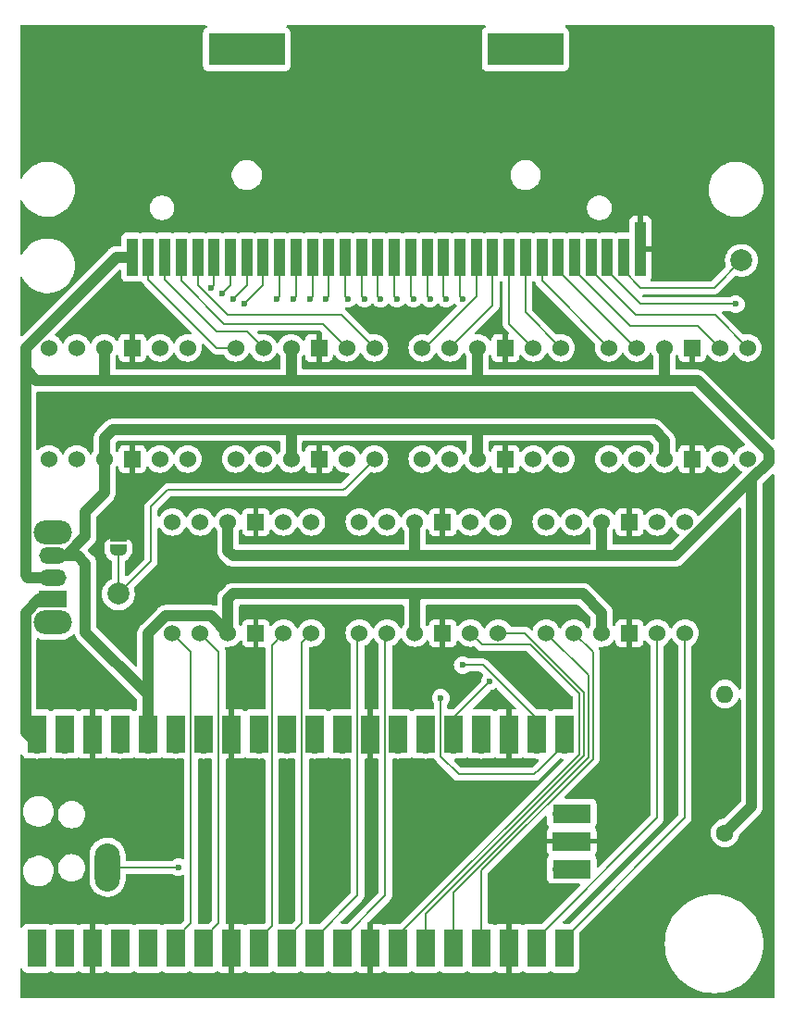
<source format=gbr>
%TF.GenerationSoftware,KiCad,Pcbnew,8.0.1*%
%TF.CreationDate,2024-03-29T08:15:09+01:00*%
%TF.ProjectId,shawazu-gb-dumper,73686177-617a-4752-9d67-622d64756d70,rev?*%
%TF.SameCoordinates,Original*%
%TF.FileFunction,Copper,L1,Top*%
%TF.FilePolarity,Positive*%
%FSLAX46Y46*%
G04 Gerber Fmt 4.6, Leading zero omitted, Abs format (unit mm)*
G04 Created by KiCad (PCBNEW 8.0.1) date 2024-03-29 08:15:09*
%MOMM*%
%LPD*%
G01*
G04 APERTURE LIST*
G04 Aperture macros list*
%AMFreePoly0*
4,1,19,0.500000,-0.750000,0.000000,-0.750000,0.000000,-0.744911,-0.071157,-0.744911,-0.207708,-0.704816,-0.327430,-0.627875,-0.420627,-0.520320,-0.479746,-0.390866,-0.500000,-0.250000,-0.500000,0.250000,-0.479746,0.390866,-0.420627,0.520320,-0.327430,0.627875,-0.207708,0.704816,-0.071157,0.744911,0.000000,0.744911,0.000000,0.750000,0.500000,0.750000,0.500000,-0.750000,0.500000,-0.750000,
$1*%
%AMFreePoly1*
4,1,19,0.000000,0.744911,0.071157,0.744911,0.207708,0.704816,0.327430,0.627875,0.420627,0.520320,0.479746,0.390866,0.500000,0.250000,0.500000,-0.250000,0.479746,-0.390866,0.420627,-0.520320,0.327430,-0.627875,0.207708,-0.704816,0.071157,-0.744911,0.000000,-0.744911,0.000000,-0.750000,-0.500000,-0.750000,-0.500000,0.750000,0.000000,0.750000,0.000000,0.744911,0.000000,0.744911,
$1*%
G04 Aperture macros list end*
%TA.AperFunction,SMDPad,CuDef*%
%ADD10R,7.000000X3.000000*%
%TD*%
%TA.AperFunction,SMDPad,CuDef*%
%ADD11R,1.000000X3.500000*%
%TD*%
%TA.AperFunction,SMDPad,CuDef*%
%ADD12R,1.000000X5.000000*%
%TD*%
%TA.AperFunction,ComponentPad*%
%ADD13R,1.524000X1.524000*%
%TD*%
%TA.AperFunction,ComponentPad*%
%ADD14C,1.524000*%
%TD*%
%TA.AperFunction,SMDPad,CuDef*%
%ADD15FreePoly0,270.000000*%
%TD*%
%TA.AperFunction,SMDPad,CuDef*%
%ADD16FreePoly1,270.000000*%
%TD*%
%TA.AperFunction,ComponentPad*%
%ADD17O,2.300000X4.400000*%
%TD*%
%TA.AperFunction,SMDPad,CuDef*%
%ADD18C,2.000000*%
%TD*%
%TA.AperFunction,ComponentPad*%
%ADD19O,1.700000X1.700000*%
%TD*%
%TA.AperFunction,SMDPad,CuDef*%
%ADD20R,1.700000X3.500000*%
%TD*%
%TA.AperFunction,ComponentPad*%
%ADD21R,1.700000X1.700000*%
%TD*%
%TA.AperFunction,SMDPad,CuDef*%
%ADD22R,3.500000X1.700000*%
%TD*%
%TA.AperFunction,ComponentPad*%
%ADD23C,1.600000*%
%TD*%
%TA.AperFunction,ComponentPad*%
%ADD24O,1.600000X1.600000*%
%TD*%
%TA.AperFunction,ComponentPad*%
%ADD25O,3.500000X2.200000*%
%TD*%
%TA.AperFunction,ComponentPad*%
%ADD26R,2.500000X1.500000*%
%TD*%
%TA.AperFunction,ComponentPad*%
%ADD27O,2.500000X1.500000*%
%TD*%
%TA.AperFunction,ViaPad*%
%ADD28C,0.600000*%
%TD*%
%TA.AperFunction,Conductor*%
%ADD29C,0.200000*%
%TD*%
%TA.AperFunction,Conductor*%
%ADD30C,1.000000*%
%TD*%
G04 APERTURE END LIST*
D10*
%TO.P,J1,*%
%TO.N,*%
X126250000Y-27199200D03*
X151750000Y-27199200D03*
D11*
%TO.P,J1,1,Pin_1*%
%TO.N,PWR*%
X115750000Y-46199200D03*
%TO.P,J1,2,Pin_2*%
%TO.N,CLK*%
X117250000Y-46199200D03*
%TO.P,J1,3,Pin_3*%
%TO.N,~{WR}*%
X118750000Y-46199200D03*
%TO.P,J1,4,Pin_4*%
%TO.N,~{RD}*%
X120250000Y-46199200D03*
%TO.P,J1,5,Pin_5*%
%TO.N,~{CS}*%
X121750000Y-46199200D03*
%TO.P,J1,6,Pin_6*%
%TO.N,A0*%
X123250000Y-46199200D03*
%TO.P,J1,7,Pin_7*%
%TO.N,A1*%
X124750000Y-46199200D03*
%TO.P,J1,8,Pin_8*%
%TO.N,A2*%
X126250000Y-46199200D03*
%TO.P,J1,9,Pin_9*%
%TO.N,A3*%
X127750000Y-46199200D03*
%TO.P,J1,10,Pin_10*%
%TO.N,A4*%
X129250000Y-46199200D03*
%TO.P,J1,11,Pin_11*%
%TO.N,A5*%
X130750000Y-46199200D03*
%TO.P,J1,12,Pin_12*%
%TO.N,A6*%
X132250000Y-46199200D03*
%TO.P,J1,13,Pin_13*%
%TO.N,A7*%
X133750000Y-46199200D03*
%TO.P,J1,14,Pin_14*%
%TO.N,A8*%
X135250000Y-46199200D03*
%TO.P,J1,15,Pin_15*%
%TO.N,A9*%
X136750000Y-46199200D03*
%TO.P,J1,16,Pin_16*%
%TO.N,A10*%
X138250000Y-46199200D03*
%TO.P,J1,17,Pin_17*%
%TO.N,A11*%
X139750000Y-46199200D03*
%TO.P,J1,18,Pin_18*%
%TO.N,A12*%
X141250000Y-46199200D03*
%TO.P,J1,19,Pin_19*%
%TO.N,A13*%
X142750000Y-46199200D03*
%TO.P,J1,20,Pin_20*%
%TO.N,A14*%
X144250000Y-46199200D03*
%TO.P,J1,21,Pin_21*%
%TO.N,A15*%
X145750000Y-46199200D03*
%TO.P,J1,22,Pin_22*%
%TO.N,D0*%
X147250000Y-46199200D03*
%TO.P,J1,23,Pin_23*%
%TO.N,D1*%
X148750000Y-46199200D03*
%TO.P,J1,24,Pin_24*%
%TO.N,D2*%
X150250000Y-46199200D03*
%TO.P,J1,25,Pin_25*%
%TO.N,D3*%
X151750000Y-46199200D03*
%TO.P,J1,26,Pin_26*%
%TO.N,D4*%
X153250000Y-46199200D03*
%TO.P,J1,27,Pin_27*%
%TO.N,D5*%
X154750000Y-46199200D03*
%TO.P,J1,28,Pin_28*%
%TO.N,D6*%
X156250000Y-46199200D03*
%TO.P,J1,29,Pin_29*%
%TO.N,D7*%
X157750000Y-46199200D03*
%TO.P,J1,30,Pin_30*%
%TO.N,~{RST}*%
X159250000Y-46199200D03*
%TO.P,J1,31,Pin_31*%
%TO.N,Audio*%
X160750000Y-46199200D03*
D12*
%TO.P,J1,32,Pin_32*%
%TO.N,GND*%
X162250000Y-45449200D03*
%TD*%
D13*
%TO.P,U1,GND_1,GND*%
%TO.N,GND*%
X115770000Y-54500000D03*
%TO.P,U1,GND_2,GND__1*%
X115770000Y-64660000D03*
D14*
%TO.P,U1,HV,HV*%
%TO.N,PWR*%
X113230000Y-54500000D03*
%TO.P,U1,HV1,HV1*%
%TO.N,A0*%
X108150000Y-54500000D03*
%TO.P,U1,HV2,HV2*%
%TO.N,A1*%
X110690000Y-54500000D03*
%TO.P,U1,HV3,HV3*%
%TO.N,A2*%
X118310000Y-54500000D03*
%TO.P,U1,HV4,HV4*%
%TO.N,A3*%
X120850000Y-54500000D03*
%TO.P,U1,LV,LV*%
%TO.N,+3.3V*%
X113230000Y-64660000D03*
%TO.P,U1,LV1,LV1*%
%TO.N,pico_A0*%
X108150000Y-64660000D03*
%TO.P,U1,LV2,LV2*%
%TO.N,pico_A1*%
X110690000Y-64660000D03*
%TO.P,U1,LV3,LV3*%
%TO.N,pico_A2*%
X118310000Y-64660000D03*
%TO.P,U1,LV4,LV4*%
%TO.N,pico_A3*%
X120850000Y-64660000D03*
%TD*%
D15*
%TO.P,JP1,1,A*%
%TO.N,GND*%
X114500000Y-71700000D03*
D16*
%TO.P,JP1,2,B*%
%TO.N,pico_~{CS}*%
X114500000Y-73000000D03*
%TD*%
D13*
%TO.P,U4,GND_1,GND*%
%TO.N,GND*%
X167000000Y-54500000D03*
%TO.P,U4,GND_2,GND__1*%
X167000000Y-64660000D03*
D14*
%TO.P,U4,HV,HV*%
%TO.N,PWR*%
X164460000Y-54500000D03*
%TO.P,U4,HV1,HV1*%
%TO.N,D4*%
X159380000Y-54500000D03*
%TO.P,U4,HV2,HV2*%
%TO.N,D5*%
X161920000Y-54500000D03*
%TO.P,U4,HV3,HV3*%
%TO.N,D6*%
X169540000Y-54500000D03*
%TO.P,U4,HV4,HV4*%
%TO.N,D7*%
X172080000Y-54500000D03*
%TO.P,U4,LV,LV*%
%TO.N,+3.3V*%
X164460000Y-64660000D03*
%TO.P,U4,LV1,LV1*%
%TO.N,pico_D4*%
X159380000Y-64660000D03*
%TO.P,U4,LV2,LV2*%
%TO.N,pico_D5*%
X161920000Y-64660000D03*
%TO.P,U4,LV3,LV3*%
%TO.N,pico_D6*%
X169540000Y-64660000D03*
%TO.P,U4,LV4,LV4*%
%TO.N,pico_D7*%
X172080000Y-64660000D03*
%TD*%
D17*
%TO.P,PICO_TP4,1,1*%
%TO.N,pico_D7*%
X113500000Y-102000000D03*
%TD*%
D13*
%TO.P,U3,GND_1,GND*%
%TO.N,GND*%
X149923332Y-54500000D03*
%TO.P,U3,GND_2,GND__1*%
X149923332Y-64660000D03*
D14*
%TO.P,U3,HV,HV*%
%TO.N,PWR*%
X147383332Y-54500000D03*
%TO.P,U3,HV1,HV1*%
%TO.N,D0*%
X142303332Y-54500000D03*
%TO.P,U3,HV2,HV2*%
%TO.N,D1*%
X144843332Y-54500000D03*
%TO.P,U3,HV3,HV3*%
%TO.N,D2*%
X152463332Y-54500000D03*
%TO.P,U3,HV4,HV4*%
%TO.N,D3*%
X155003332Y-54500000D03*
%TO.P,U3,LV,LV*%
%TO.N,+3.3V*%
X147383332Y-64660000D03*
%TO.P,U3,LV1,LV1*%
%TO.N,pico_D0*%
X142303332Y-64660000D03*
%TO.P,U3,LV2,LV2*%
%TO.N,pico_D1*%
X144843332Y-64660000D03*
%TO.P,U3,LV3,LV3*%
%TO.N,pico_D2*%
X152463332Y-64660000D03*
%TO.P,U3,LV4,LV4*%
%TO.N,pico_D3*%
X155003332Y-64660000D03*
%TD*%
D13*
%TO.P,U2,GND_1,GND*%
%TO.N,GND*%
X132846666Y-54500000D03*
%TO.P,U2,GND_2,GND__1*%
X132846666Y-64660000D03*
D14*
%TO.P,U2,HV,HV*%
%TO.N,PWR*%
X130306666Y-54500000D03*
%TO.P,U2,HV1,HV1*%
%TO.N,CLK*%
X125226666Y-54500000D03*
%TO.P,U2,HV2,HV2*%
%TO.N,~{WR}*%
X127766666Y-54500000D03*
%TO.P,U2,HV3,HV3*%
%TO.N,~{RD}*%
X135386666Y-54500000D03*
%TO.P,U2,HV4,HV4*%
%TO.N,~{CS}*%
X137926666Y-54500000D03*
%TO.P,U2,LV,LV*%
%TO.N,+3.3V*%
X130306666Y-64660000D03*
%TO.P,U2,LV1,LV1*%
%TO.N,pico_CLK*%
X125226666Y-64660000D03*
%TO.P,U2,LV2,LV2*%
%TO.N,pico_~{WR}*%
X127766666Y-64660000D03*
%TO.P,U2,LV3,LV3*%
%TO.N,pico_~{RD}*%
X135386666Y-64660000D03*
%TO.P,U2,LV4,LV4*%
%TO.N,pico_~{CS}*%
X137926666Y-64660000D03*
%TD*%
D18*
%TO.P,TP2,1,1*%
%TO.N,pico_~{CS}*%
X114500000Y-77000000D03*
%TD*%
D13*
%TO.P,U6,GND_1,GND*%
%TO.N,GND*%
X144175000Y-70420000D03*
%TO.P,U6,GND_2,GND__1*%
X144175000Y-80580000D03*
D14*
%TO.P,U6,HV,HV*%
%TO.N,PWR*%
X141635000Y-70420000D03*
%TO.P,U6,HV1,HV1*%
%TO.N,A8*%
X136555000Y-70420000D03*
%TO.P,U6,HV2,HV2*%
%TO.N,A9*%
X139095000Y-70420000D03*
%TO.P,U6,HV3,HV3*%
%TO.N,A10*%
X146715000Y-70420000D03*
%TO.P,U6,HV4,HV4*%
%TO.N,A11*%
X149255000Y-70420000D03*
%TO.P,U6,LV,LV*%
%TO.N,+3.3V*%
X141635000Y-80580000D03*
%TO.P,U6,LV1,LV1*%
%TO.N,pico_A8*%
X136555000Y-80580000D03*
%TO.P,U6,LV2,LV2*%
%TO.N,pico_A9*%
X139095000Y-80580000D03*
%TO.P,U6,LV3,LV3*%
%TO.N,pico_A10*%
X146715000Y-80580000D03*
%TO.P,U6,LV4,LV4*%
%TO.N,pico_A11*%
X149255000Y-80580000D03*
%TD*%
D19*
%TO.P,U8,1,GPIO0*%
%TO.N,pico_A0*%
X107060000Y-108500000D03*
D20*
X107060000Y-109400000D03*
D19*
%TO.P,U8,2,GPIO1*%
%TO.N,pico_A1*%
X109600000Y-108500000D03*
D20*
X109600000Y-109400000D03*
D21*
%TO.P,U8,3,GND*%
%TO.N,GND*%
X112140000Y-108500000D03*
D20*
X112140000Y-109400000D03*
D19*
%TO.P,U8,4,GPIO2*%
%TO.N,pico_A2*%
X114680000Y-108500000D03*
D20*
X114680000Y-109400000D03*
D19*
%TO.P,U8,5,GPIO3*%
%TO.N,pico_A3*%
X117220000Y-108500000D03*
D20*
X117220000Y-109400000D03*
D19*
%TO.P,U8,6,GPIO4*%
%TO.N,pico_A4*%
X119760000Y-108500000D03*
D20*
X119760000Y-109400000D03*
D19*
%TO.P,U8,7,GPIO5*%
%TO.N,pico_A5*%
X122300000Y-108500000D03*
D20*
X122300000Y-109400000D03*
D21*
%TO.P,U8,8,GND*%
%TO.N,GND*%
X124840000Y-108500000D03*
D20*
X124840000Y-109400000D03*
D19*
%TO.P,U8,9,GPIO6*%
%TO.N,pico_A6*%
X127380000Y-108500000D03*
D20*
X127380000Y-109400000D03*
D19*
%TO.P,U8,10,GPIO7*%
%TO.N,pico_A7*%
X129920000Y-108500000D03*
D20*
X129920000Y-109400000D03*
D19*
%TO.P,U8,11,GPIO8*%
%TO.N,pico_A8*%
X132460000Y-108500000D03*
D20*
X132460000Y-109400000D03*
D19*
%TO.P,U8,12,GPIO9*%
%TO.N,pico_A9*%
X135000000Y-108500000D03*
D20*
X135000000Y-109400000D03*
D21*
%TO.P,U8,13,GND*%
%TO.N,GND*%
X137540000Y-108500000D03*
D20*
X137540000Y-109400000D03*
D19*
%TO.P,U8,14,GPIO10*%
%TO.N,pico_A10*%
X140080000Y-108500000D03*
D20*
X140080000Y-109400000D03*
D19*
%TO.P,U8,15,GPIO11*%
%TO.N,pico_A11*%
X142620000Y-108500000D03*
D20*
X142620000Y-109400000D03*
D19*
%TO.P,U8,16,GPIO12*%
%TO.N,pico_A12*%
X145160000Y-108500000D03*
D20*
X145160000Y-109400000D03*
D19*
%TO.P,U8,17,GPIO13*%
%TO.N,pico_A13*%
X147700000Y-108500000D03*
D20*
X147700000Y-109400000D03*
D21*
%TO.P,U8,18,GND*%
%TO.N,GND*%
X150240000Y-108500000D03*
D20*
X150240000Y-109400000D03*
D19*
%TO.P,U8,19,GPIO14*%
%TO.N,pico_A14*%
X152780000Y-108500000D03*
D20*
X152780000Y-109400000D03*
D19*
%TO.P,U8,20,GPIO15*%
%TO.N,pico_A15*%
X155320000Y-108500000D03*
D20*
X155320000Y-109400000D03*
D19*
%TO.P,U8,21,GPIO16*%
%TO.N,pico_D0*%
X155320000Y-90720000D03*
D20*
X155320000Y-89820000D03*
D19*
%TO.P,U8,22,GPIO17*%
%TO.N,pico_D1*%
X152780000Y-90720000D03*
D20*
X152780000Y-89820000D03*
D21*
%TO.P,U8,23,GND*%
%TO.N,GND*%
X150240000Y-90720000D03*
D20*
X150240000Y-89820000D03*
D19*
%TO.P,U8,24,GPIO18*%
%TO.N,pico_D2*%
X147700000Y-90720000D03*
D20*
X147700000Y-89820000D03*
D19*
%TO.P,U8,25,GPIO19*%
%TO.N,pico_D3*%
X145160000Y-90720000D03*
D20*
X145160000Y-89820000D03*
D19*
%TO.P,U8,26,GPIO20*%
%TO.N,pico_D4*%
X142620000Y-90720000D03*
D20*
X142620000Y-89820000D03*
D19*
%TO.P,U8,27,GPIO21*%
%TO.N,pico_D5*%
X140080000Y-90720000D03*
D20*
X140080000Y-89820000D03*
D21*
%TO.P,U8,28,GND*%
%TO.N,GND*%
X137540000Y-90720000D03*
D20*
X137540000Y-89820000D03*
D19*
%TO.P,U8,29,GPIO22*%
%TO.N,pico_D6*%
X135000000Y-90720000D03*
D20*
X135000000Y-89820000D03*
D19*
%TO.P,U8,30,RUN*%
%TO.N,unconnected-(U8-RUN-Pad30)_0*%
X132460000Y-90720000D03*
D20*
%TO.N,unconnected-(U8-RUN-Pad30)*%
X132460000Y-89820000D03*
D19*
%TO.P,U8,31,GPIO26_ADC0*%
%TO.N,pico_~{RD}*%
X129920000Y-90720000D03*
D20*
X129920000Y-89820000D03*
D19*
%TO.P,U8,32,GPIO27_ADC1*%
%TO.N,pico_~{WR}*%
X127380000Y-90720000D03*
D20*
X127380000Y-89820000D03*
D21*
%TO.P,U8,33,AGND*%
%TO.N,GND*%
X124840000Y-90720000D03*
D20*
X124840000Y-89820000D03*
D19*
%TO.P,U8,34,GPIO28_ADC2*%
%TO.N,pico_CLK*%
X122300000Y-90720000D03*
D20*
X122300000Y-89820000D03*
D19*
%TO.P,U8,35,ADC_VREF*%
%TO.N,unconnected-(U8-ADC_VREF-Pad35)_0*%
X119760000Y-90720000D03*
D20*
%TO.N,unconnected-(U8-ADC_VREF-Pad35)*%
X119760000Y-89820000D03*
D19*
%TO.P,U8,36,3V3*%
%TO.N,+3.3V*%
X117220000Y-90720000D03*
D20*
X117220000Y-89820000D03*
D19*
%TO.P,U8,37,3V3_EN*%
%TO.N,unconnected-(U8-3V3_EN-Pad37)*%
X114680000Y-90720000D03*
D20*
%TO.N,unconnected-(U8-3V3_EN-Pad37)_0*%
X114680000Y-89820000D03*
D21*
%TO.P,U8,38,GND*%
%TO.N,GND*%
X112140000Y-90720000D03*
D20*
X112140000Y-89820000D03*
D19*
%TO.P,U8,39,VSYS*%
%TO.N,unconnected-(U8-VSYS-Pad39)_0*%
X109600000Y-90720000D03*
D20*
%TO.N,unconnected-(U8-VSYS-Pad39)*%
X109600000Y-89820000D03*
D19*
%TO.P,U8,40,VBUS*%
%TO.N,+5V*%
X107060000Y-90720000D03*
D20*
X107060000Y-89820000D03*
D19*
%TO.P,U8,41,SWCLK*%
%TO.N,unconnected-(U8-SWCLK-Pad41)*%
X155090000Y-102150000D03*
D22*
%TO.N,unconnected-(U8-SWCLK-Pad41)_0*%
X155990000Y-102150000D03*
D21*
%TO.P,U8,42,GND*%
%TO.N,GND*%
X155090000Y-99610000D03*
D22*
X155990000Y-99610000D03*
D19*
%TO.P,U8,43,SWDIO*%
%TO.N,unconnected-(U8-SWDIO-Pad43)*%
X155090000Y-97070000D03*
D22*
%TO.N,unconnected-(U8-SWDIO-Pad43)_0*%
X155990000Y-97070000D03*
%TD*%
D23*
%TO.P,10K\u03A9,1*%
%TO.N,PWR*%
X170000000Y-98850000D03*
D24*
%TO.P,10K\u03A9,2*%
%TO.N,~{RST}*%
X170000000Y-86150000D03*
%TD*%
D25*
%TO.P,SW1,*%
%TO.N,*%
X108500000Y-79600000D03*
X108500000Y-71400000D03*
D26*
%TO.P,SW1,1,A*%
%TO.N,+5V*%
X108500000Y-77500000D03*
D27*
%TO.P,SW1,2,B*%
%TO.N,PWR*%
X108500000Y-75500000D03*
%TO.P,SW1,3,C*%
%TO.N,+3.3V*%
X108500000Y-73500000D03*
%TD*%
D18*
%TO.P,TP3,1,1*%
%TO.N,Audio*%
X171500000Y-46500000D03*
%TD*%
D13*
%TO.P,U7,GND_1,GND*%
%TO.N,GND*%
X161270000Y-70420000D03*
%TO.P,U7,GND_2,GND__1*%
X161270000Y-80580000D03*
D14*
%TO.P,U7,HV,HV*%
%TO.N,PWR*%
X158730000Y-70420000D03*
%TO.P,U7,HV1,HV1*%
%TO.N,A12*%
X153650000Y-70420000D03*
%TO.P,U7,HV2,HV2*%
%TO.N,A13*%
X156190000Y-70420000D03*
%TO.P,U7,HV3,HV3*%
%TO.N,A14*%
X163810000Y-70420000D03*
%TO.P,U7,HV4,HV4*%
%TO.N,A15*%
X166350000Y-70420000D03*
%TO.P,U7,LV,LV*%
%TO.N,+3.3V*%
X158730000Y-80580000D03*
%TO.P,U7,LV1,LV1*%
%TO.N,pico_A12*%
X153650000Y-80580000D03*
%TO.P,U7,LV2,LV2*%
%TO.N,pico_A13*%
X156190000Y-80580000D03*
%TO.P,U7,LV3,LV3*%
%TO.N,pico_A14*%
X163810000Y-80580000D03*
%TO.P,U7,LV4,LV4*%
%TO.N,pico_A15*%
X166350000Y-80580000D03*
%TD*%
D13*
%TO.P,U5,GND_1,GND*%
%TO.N,GND*%
X127080000Y-70420000D03*
%TO.P,U5,GND_2,GND__1*%
X127080000Y-80580000D03*
D14*
%TO.P,U5,HV,HV*%
%TO.N,PWR*%
X124540000Y-70420000D03*
%TO.P,U5,HV1,HV1*%
%TO.N,A4*%
X119460000Y-70420000D03*
%TO.P,U5,HV2,HV2*%
%TO.N,A5*%
X122000000Y-70420000D03*
%TO.P,U5,HV3,HV3*%
%TO.N,A6*%
X129620000Y-70420000D03*
%TO.P,U5,HV4,HV4*%
%TO.N,A7*%
X132160000Y-70420000D03*
%TO.P,U5,LV,LV*%
%TO.N,+3.3V*%
X124540000Y-80580000D03*
%TO.P,U5,LV1,LV1*%
%TO.N,pico_A4*%
X119460000Y-80580000D03*
%TO.P,U5,LV2,LV2*%
%TO.N,pico_A5*%
X122000000Y-80580000D03*
%TO.P,U5,LV3,LV3*%
%TO.N,pico_A6*%
X129620000Y-80580000D03*
%TO.P,U5,LV4,LV4*%
%TO.N,pico_A7*%
X132160000Y-80580000D03*
%TD*%
D28*
%TO.N,A9*%
X137000000Y-50000000D03*
%TO.N,A13*%
X143000000Y-50000000D03*
%TO.N,A3*%
X126000000Y-50500000D03*
%TO.N,A2*%
X125000000Y-50000000D03*
%TO.N,A0*%
X123000000Y-49000000D03*
%TO.N,A1*%
X124000000Y-49500000D03*
%TO.N,A15*%
X146000000Y-50000000D03*
%TO.N,A14*%
X144500000Y-50000000D03*
%TO.N,A6*%
X132000000Y-50000000D03*
%TO.N,A12*%
X141500000Y-50000000D03*
%TO.N,A8*%
X135500000Y-50000000D03*
%TO.N,A4*%
X129000000Y-50000000D03*
%TO.N,A5*%
X130500000Y-50000000D03*
%TO.N,A11*%
X140000000Y-50000000D03*
%TO.N,~{RST}*%
X171000000Y-50500000D03*
%TO.N,A10*%
X138500000Y-50000000D03*
%TO.N,A7*%
X133500000Y-50000000D03*
%TO.N,GND*%
X143000000Y-97500000D03*
X128000000Y-59500000D03*
X133500000Y-96500000D03*
X120000000Y-75000000D03*
X130000000Y-93500000D03*
X109000000Y-60500000D03*
X148500000Y-75500000D03*
X130500000Y-60000000D03*
X122500000Y-105000000D03*
X165000000Y-88000000D03*
X161000000Y-95000000D03*
X117500000Y-105000000D03*
X147000000Y-60000000D03*
X151500000Y-103500000D03*
X165500000Y-76000000D03*
X152000000Y-84500000D03*
X139500000Y-75500000D03*
X158500000Y-108000000D03*
X116500000Y-28000000D03*
X137500000Y-59500000D03*
X108500000Y-28000000D03*
X113500000Y-40500000D03*
X158000000Y-75500000D03*
X140500000Y-67500000D03*
X120500000Y-59500000D03*
X159000000Y-60000000D03*
X130000000Y-75500000D03*
X119000000Y-36500000D03*
X109000000Y-93500000D03*
X172000000Y-57500000D03*
X126000000Y-97000000D03*
X129500000Y-78500000D03*
X134500000Y-27500000D03*
X142500000Y-39500000D03*
X133500000Y-84000000D03*
X114500000Y-97000000D03*
X170500000Y-74000000D03*
X125000000Y-59500000D03*
X156500000Y-36000000D03*
X153500000Y-59500000D03*
X145000000Y-28000000D03*
X115000000Y-68500000D03*
X164500000Y-41000000D03*
X171500000Y-27500000D03*
X160000000Y-27000000D03*
X154000000Y-75500000D03*
X134500000Y-39500000D03*
X141000000Y-84000000D03*
X166000000Y-59500000D03*
%TO.N,pico_D7*%
X120000000Y-102000000D03*
%TO.N,pico_D0*%
X144000000Y-86500000D03*
%TO.N,pico_D3*%
X148500000Y-85000000D03*
%TO.N,pico_D1*%
X146000000Y-83500000D03*
%TD*%
D29*
%TO.N,D2*%
X150250000Y-46199200D02*
X150250000Y-52286668D01*
X150250000Y-52286668D02*
X152463332Y-54500000D01*
%TO.N,A9*%
X136750000Y-49750000D02*
X137000000Y-50000000D01*
X136750000Y-46199200D02*
X136750000Y-49750000D01*
%TO.N,A13*%
X142750000Y-49750000D02*
X143000000Y-50000000D01*
X142750000Y-46199200D02*
X142750000Y-49750000D01*
%TO.N,~{CS}*%
X134926666Y-51500000D02*
X137926666Y-54500000D01*
X124500000Y-51500000D02*
X134926666Y-51500000D01*
X121750000Y-46199200D02*
X121750000Y-48750000D01*
X121750000Y-48750000D02*
X124500000Y-51500000D01*
%TO.N,A3*%
X127750000Y-46199200D02*
X127750000Y-48750000D01*
X127750000Y-47600000D02*
X127750000Y-46199200D01*
X127750000Y-48750000D02*
X126000000Y-50500000D01*
%TO.N,Audio*%
X160750000Y-46199200D02*
X160750000Y-47449200D01*
X162300800Y-49000000D02*
X169000000Y-49000000D01*
X169000000Y-49000000D02*
X171500000Y-46500000D01*
X160750000Y-47449200D02*
X162300800Y-49000000D01*
%TO.N,A2*%
X126250000Y-48750000D02*
X125000000Y-50000000D01*
X126250000Y-46199200D02*
X126250000Y-48750000D01*
X126250000Y-46199200D02*
X126250000Y-47449200D01*
%TO.N,A0*%
X123250000Y-46199200D02*
X123250000Y-48750000D01*
X123250000Y-48750000D02*
X123000000Y-49000000D01*
%TO.N,D5*%
X154750000Y-46199200D02*
X154750000Y-47449200D01*
X161800800Y-54500000D02*
X161920000Y-54500000D01*
X154750000Y-47449200D02*
X161800800Y-54500000D01*
%TO.N,A1*%
X124750000Y-48750000D02*
X124000000Y-49500000D01*
X124750000Y-46199200D02*
X124750000Y-48750000D01*
%TO.N,A15*%
X145750000Y-49750000D02*
X146000000Y-50000000D01*
X145750000Y-46199200D02*
X145750000Y-49750000D01*
%TO.N,~{RD}*%
X120250000Y-48383514D02*
X124183243Y-52316757D01*
X133203423Y-52316757D02*
X124183243Y-52316757D01*
X135386666Y-54500000D02*
X133203423Y-52316757D01*
X120250000Y-46199200D02*
X120250000Y-48383514D01*
%TO.N,A14*%
X144250000Y-46199200D02*
X144250000Y-49750000D01*
X144250000Y-49750000D02*
X144500000Y-50000000D01*
%TO.N,D1*%
X148750000Y-50593332D02*
X144843332Y-54500000D01*
X148750000Y-46199200D02*
X148750000Y-50593332D01*
%TO.N,A6*%
X132250000Y-49750000D02*
X132000000Y-50000000D01*
X132250000Y-46199200D02*
X132250000Y-49750000D01*
%TO.N,A12*%
X141250000Y-46199200D02*
X141250000Y-49750000D01*
X141250000Y-49750000D02*
X141500000Y-50000000D01*
%TO.N,A8*%
X135250000Y-46199200D02*
X135250000Y-49750000D01*
X135250000Y-49750000D02*
X135500000Y-50000000D01*
%TO.N,A4*%
X129250000Y-46199200D02*
X129250000Y-49750000D01*
X129250000Y-46199200D02*
X129250000Y-47250000D01*
X129250000Y-45750000D02*
X129500000Y-45500000D01*
X129250000Y-49750000D02*
X129000000Y-50000000D01*
X129250000Y-47250000D02*
X129000000Y-47500000D01*
X129250000Y-46199200D02*
X129250000Y-45750000D01*
%TO.N,A5*%
X130750000Y-46199200D02*
X130750000Y-49750000D01*
X130750000Y-49750000D02*
X130500000Y-50000000D01*
%TO.N,A11*%
X139750000Y-46199200D02*
X139750000Y-49750000D01*
X139750000Y-49750000D02*
X140000000Y-50000000D01*
%TO.N,D7*%
X157750000Y-47449200D02*
X161800800Y-51500000D01*
X157750000Y-46199200D02*
X157750000Y-47449200D01*
X161800800Y-51500000D02*
X169080000Y-51500000D01*
X169080000Y-51500000D02*
X172080000Y-54500000D01*
%TO.N,D3*%
X151750000Y-51246668D02*
X155003332Y-54500000D01*
X151750000Y-46199200D02*
X151750000Y-51246668D01*
%TO.N,D0*%
X142500000Y-54500000D02*
X142303332Y-54500000D01*
X147250000Y-46199200D02*
X147250000Y-49750000D01*
X147250000Y-49750000D02*
X142500000Y-54500000D01*
%TO.N,D4*%
X153250000Y-48370000D02*
X159380000Y-54500000D01*
X153250000Y-46199200D02*
X153250000Y-48370000D01*
%TO.N,CLK*%
X117250000Y-48250000D02*
X123500000Y-54500000D01*
X123500000Y-54500000D02*
X125226666Y-54500000D01*
X117250000Y-46199200D02*
X117250000Y-48250000D01*
%TO.N,D6*%
X167540000Y-52500000D02*
X169540000Y-54500000D01*
X161300800Y-52500000D02*
X167540000Y-52500000D01*
X156250000Y-47449200D02*
X161300800Y-52500000D01*
X156250000Y-46199200D02*
X156250000Y-47449200D01*
D30*
%TO.N,PWR*%
X130000000Y-57500000D02*
X113000000Y-57500000D01*
X113000000Y-57500000D02*
X107000000Y-57500000D01*
X170000000Y-98850000D02*
X169850000Y-98850000D01*
X174000000Y-64908291D02*
X172454145Y-66454145D01*
X164460000Y-57460000D02*
X164500000Y-57500000D01*
X113230000Y-57270000D02*
X113000000Y-57500000D01*
X168250000Y-58250000D02*
X174000000Y-64000000D01*
X130306666Y-57193334D02*
X130000000Y-57500000D01*
X107000000Y-57500000D02*
X106000000Y-56500000D01*
X106000000Y-54511709D02*
X114312509Y-46199200D01*
X141635000Y-70420000D02*
X141635000Y-73365000D01*
X106000000Y-75250000D02*
X106250000Y-75500000D01*
X106250000Y-75500000D02*
X108500000Y-75500000D01*
X141500000Y-73500000D02*
X159000000Y-73500000D01*
X174000000Y-64000000D02*
X174000000Y-64908291D01*
X124540000Y-70420000D02*
X124540000Y-73040000D01*
X147383332Y-57116668D02*
X147000000Y-57500000D01*
X172454145Y-66454145D02*
X167454145Y-71454145D01*
X167454145Y-71454145D02*
X166908291Y-72000000D01*
X170000000Y-98850000D02*
X172454145Y-96395855D01*
X158730000Y-70420000D02*
X158730000Y-73230000D01*
X125000000Y-73500000D02*
X139632630Y-73500000D01*
X147383332Y-54500000D02*
X147383332Y-57116668D01*
X165408290Y-73500000D02*
X167454145Y-71454145D01*
X106000000Y-55500000D02*
X106000000Y-54511709D01*
X106000000Y-55500000D02*
X106000000Y-75250000D01*
X172454145Y-96395855D02*
X172454145Y-66454145D01*
X139632630Y-73500000D02*
X141500000Y-73500000D01*
X114312509Y-46199200D02*
X115750000Y-46199200D01*
X130000000Y-57500000D02*
X147000000Y-57500000D01*
X130306666Y-54500000D02*
X130306666Y-57193334D01*
X167500000Y-57500000D02*
X168250000Y-58250000D01*
X106000000Y-56500000D02*
X106000000Y-55500000D01*
X147000000Y-57500000D02*
X164500000Y-57500000D01*
X164500000Y-57500000D02*
X167500000Y-57500000D01*
X164460000Y-54500000D02*
X164460000Y-57460000D01*
X141635000Y-73365000D02*
X141500000Y-73500000D01*
X113230000Y-54500000D02*
X113230000Y-57270000D01*
X124540000Y-73040000D02*
X125000000Y-73500000D01*
X159000000Y-73500000D02*
X165408290Y-73500000D01*
X158730000Y-73230000D02*
X159000000Y-73500000D01*
D29*
%TO.N,~{RST}*%
X162300800Y-50500000D02*
X171000000Y-50500000D01*
X159250000Y-47449200D02*
X162300800Y-50500000D01*
X159250000Y-46199200D02*
X159250000Y-47750000D01*
X159250000Y-46199200D02*
X159250000Y-47449200D01*
%TO.N,A10*%
X138250000Y-46199200D02*
X138250000Y-49750000D01*
X138250000Y-49750000D02*
X138500000Y-50000000D01*
%TO.N,A7*%
X133750000Y-46199200D02*
X133750000Y-49750000D01*
X133750000Y-49750000D02*
X133500000Y-50000000D01*
%TO.N,~{WR}*%
X118750000Y-46199200D02*
X118750000Y-48250000D01*
X126266666Y-53000000D02*
X127766666Y-54500000D01*
X118750000Y-48250000D02*
X123500000Y-53000000D01*
X123500000Y-53000000D02*
X126266666Y-53000000D01*
%TO.N,pico_~{CS}*%
X119000000Y-67500000D02*
X135086666Y-67500000D01*
X114500000Y-73000000D02*
X114500000Y-77000000D01*
X137926666Y-64660000D02*
X135293333Y-67293333D01*
X117500000Y-69000000D02*
X119000000Y-67500000D01*
X135086666Y-67500000D02*
X135293333Y-67293333D01*
X117500000Y-74000000D02*
X117500000Y-69000000D01*
X114500000Y-77000000D02*
X117500000Y-74000000D01*
D30*
%TO.N,+5V*%
X108500000Y-77500000D02*
X107262994Y-77500000D01*
X106000000Y-78762994D02*
X107262994Y-77500000D01*
X106000000Y-89660000D02*
X106000000Y-78762994D01*
X107060000Y-90720000D02*
X106000000Y-89660000D01*
%TO.N,+3.3V*%
X140500000Y-77000000D02*
X125000000Y-77000000D01*
X147500000Y-62000000D02*
X147383332Y-62116668D01*
X108500000Y-73500000D02*
X110750000Y-73500000D01*
X109737006Y-73500000D02*
X111500000Y-71737006D01*
X141635000Y-80580000D02*
X141635000Y-77365000D01*
X111500000Y-71737006D02*
X111500000Y-69500000D01*
X114000000Y-62000000D02*
X131500000Y-62000000D01*
X113230000Y-67770000D02*
X111500000Y-69500000D01*
X164460000Y-64660000D02*
X164460000Y-62960000D01*
X142000000Y-77000000D02*
X157000000Y-77000000D01*
X124540000Y-77460000D02*
X124540000Y-80580000D01*
X163500000Y-62000000D02*
X147500000Y-62000000D01*
X158730000Y-78730000D02*
X158730000Y-80580000D01*
X117220000Y-80610998D02*
X118830998Y-79000000D01*
X111500000Y-80500000D02*
X117220000Y-86220000D01*
X117220000Y-86220000D02*
X117220000Y-90720000D01*
X157000000Y-77000000D02*
X158730000Y-78730000D01*
X130306666Y-64660000D02*
X130306666Y-62193334D01*
X140500000Y-77000000D02*
X142000000Y-77000000D01*
X164460000Y-62960000D02*
X163500000Y-62000000D01*
X110750000Y-73500000D02*
X111500000Y-74250000D01*
X147383332Y-62116668D02*
X147383332Y-64660000D01*
X108500000Y-73500000D02*
X109737006Y-73500000D01*
X118830998Y-79000000D02*
X122960000Y-79000000D01*
X113230000Y-64660000D02*
X113230000Y-67770000D01*
X113230000Y-64660000D02*
X113230000Y-62770000D01*
X131500000Y-62000000D02*
X130500000Y-62000000D01*
X113230000Y-62770000D02*
X114000000Y-62000000D01*
X147500000Y-62000000D02*
X131500000Y-62000000D01*
X122960000Y-79000000D02*
X124540000Y-80580000D01*
X117220000Y-90720000D02*
X117220000Y-80610998D01*
X125000000Y-77000000D02*
X124540000Y-77460000D01*
X130306666Y-62193334D02*
X130500000Y-62000000D01*
X111500000Y-74250000D02*
X111500000Y-80500000D01*
X141635000Y-77365000D02*
X142000000Y-77000000D01*
D29*
%TO.N,pico_D7*%
X115000000Y-102000000D02*
X120000000Y-102000000D01*
X113500000Y-102000000D02*
X115000000Y-102000000D01*
%TO.N,pico_D0*%
X155320000Y-90720000D02*
X153020000Y-93020000D01*
X152540000Y-93500000D02*
X153020000Y-93020000D01*
X144000000Y-91860000D02*
X145640000Y-93500000D01*
X145640000Y-93500000D02*
X152540000Y-93500000D01*
X144000000Y-86500000D02*
X144000000Y-91860000D01*
%TO.N,pico_D3*%
X145160000Y-88340000D02*
X148500000Y-85000000D01*
X145160000Y-88340000D02*
X145160000Y-90720000D01*
%TO.N,pico_D1*%
X147848529Y-83500000D02*
X152780000Y-88431471D01*
X152780000Y-88431471D02*
X152780000Y-90720000D01*
X146000000Y-83500000D02*
X147848529Y-83500000D01*
%TO.N,pico_A7*%
X131310000Y-107110000D02*
X129920000Y-108500000D01*
X132160000Y-80580000D02*
X131310000Y-81430000D01*
X131310000Y-81430000D02*
X131310000Y-107110000D01*
%TO.N,pico_A6*%
X128530000Y-81670000D02*
X128530000Y-107350000D01*
X128530000Y-107350000D02*
X127380000Y-108500000D01*
X129620000Y-80580000D02*
X128530000Y-81670000D01*
%TO.N,pico_A4*%
X119460000Y-80580000D02*
X121150000Y-82270000D01*
X121150000Y-107110000D02*
X119760000Y-108500000D01*
X121150000Y-82270000D02*
X121150000Y-107110000D01*
%TO.N,pico_A5*%
X122000000Y-80580000D02*
X123690000Y-82270000D01*
X123690000Y-82270000D02*
X123690000Y-107110000D01*
X123690000Y-107110000D02*
X122300000Y-108500000D01*
%TO.N,pico_A9*%
X138930000Y-80745000D02*
X138930000Y-104570000D01*
X138930000Y-104570000D02*
X135000000Y-108500000D01*
X139095000Y-80580000D02*
X138930000Y-80745000D01*
%TO.N,pico_A11*%
X157100000Y-86000000D02*
X157100000Y-91768628D01*
X149255000Y-80580000D02*
X151680000Y-80580000D01*
X151680000Y-80580000D02*
X157100000Y-86000000D01*
X142620000Y-106248628D02*
X142620000Y-108500000D01*
X149255000Y-80580000D02*
X148850000Y-80985000D01*
X157100000Y-91768628D02*
X142620000Y-106248628D01*
%TO.N,pico_A8*%
X136390000Y-104570000D02*
X132460000Y-108500000D01*
X136390000Y-80745000D02*
X136390000Y-104570000D01*
X136555000Y-80580000D02*
X136390000Y-80745000D01*
%TO.N,pico_A10*%
X147777000Y-81642000D02*
X152176314Y-81642000D01*
X146715000Y-80580000D02*
X147777000Y-81642000D01*
X156651471Y-91651471D02*
X140080000Y-108222942D01*
X152176314Y-81642000D02*
X156651471Y-86117157D01*
X146310000Y-80985000D02*
X146715000Y-80580000D01*
X140080000Y-108222942D02*
X140080000Y-108500000D01*
X156651471Y-86117157D02*
X156651471Y-91651471D01*
%TO.N,pico_A13*%
X157900000Y-82290000D02*
X157900000Y-92100000D01*
X147700000Y-102300000D02*
X147700000Y-108500000D01*
X156190000Y-80580000D02*
X157900000Y-82290000D01*
X157900000Y-92100000D02*
X147700000Y-102300000D01*
%TO.N,pico_A14*%
X163810000Y-97470000D02*
X152780000Y-108500000D01*
X163810000Y-80580000D02*
X163810000Y-97470000D01*
%TO.N,pico_A15*%
X166350000Y-97470000D02*
X155320000Y-108500000D01*
X166350000Y-80580000D02*
X166350000Y-97470000D01*
%TO.N,pico_A12*%
X145160000Y-104274314D02*
X145160000Y-108500000D01*
X157500000Y-91934314D02*
X145160000Y-104274314D01*
X157500000Y-84430000D02*
X157500000Y-91934314D01*
X153650000Y-80580000D02*
X157500000Y-84430000D01*
%TD*%
%TA.AperFunction,Conductor*%
%TO.N,GND*%
G36*
X129249205Y-63020185D02*
G01*
X129294960Y-63072989D01*
X129306166Y-63124500D01*
X129306166Y-63848662D01*
X129286481Y-63915701D01*
X129283741Y-63919785D01*
X129209132Y-64026338D01*
X129209131Y-64026340D01*
X129149048Y-64155189D01*
X129102875Y-64207628D01*
X129035682Y-64226780D01*
X128968801Y-64206564D01*
X128924284Y-64155189D01*
X128864200Y-64026340D01*
X128864199Y-64026338D01*
X128737493Y-63845381D01*
X128682732Y-63790620D01*
X128581286Y-63689174D01*
X128581282Y-63689171D01*
X128581281Y-63689170D01*
X128400332Y-63562468D01*
X128400328Y-63562466D01*
X128400326Y-63562465D01*
X128200116Y-63469106D01*
X128200113Y-63469105D01*
X128200111Y-63469104D01*
X127986736Y-63411930D01*
X127986728Y-63411929D01*
X127766668Y-63392677D01*
X127766664Y-63392677D01*
X127546603Y-63411929D01*
X127546595Y-63411930D01*
X127333220Y-63469104D01*
X127333214Y-63469107D01*
X127133006Y-63562465D01*
X127133004Y-63562466D01*
X126952043Y-63689175D01*
X126795841Y-63845377D01*
X126669132Y-64026338D01*
X126669131Y-64026340D01*
X126609048Y-64155189D01*
X126562875Y-64207628D01*
X126495682Y-64226780D01*
X126428801Y-64206564D01*
X126384284Y-64155189D01*
X126324200Y-64026340D01*
X126324199Y-64026338D01*
X126197493Y-63845381D01*
X126142732Y-63790620D01*
X126041286Y-63689174D01*
X126041282Y-63689171D01*
X126041281Y-63689170D01*
X125860332Y-63562468D01*
X125860328Y-63562466D01*
X125860326Y-63562465D01*
X125660116Y-63469106D01*
X125660113Y-63469105D01*
X125660111Y-63469104D01*
X125446736Y-63411930D01*
X125446728Y-63411929D01*
X125226668Y-63392677D01*
X125226664Y-63392677D01*
X125006603Y-63411929D01*
X125006595Y-63411930D01*
X124793220Y-63469104D01*
X124793214Y-63469107D01*
X124593006Y-63562465D01*
X124593004Y-63562466D01*
X124412043Y-63689175D01*
X124255841Y-63845377D01*
X124129132Y-64026338D01*
X124129131Y-64026340D01*
X124035773Y-64226548D01*
X124035770Y-64226554D01*
X123978596Y-64439929D01*
X123978595Y-64439937D01*
X123959343Y-64659997D01*
X123959343Y-64660002D01*
X123978595Y-64880062D01*
X123978596Y-64880070D01*
X124035770Y-65093445D01*
X124035771Y-65093447D01*
X124035772Y-65093450D01*
X124054392Y-65133381D01*
X124129132Y-65293662D01*
X124129134Y-65293666D01*
X124255836Y-65474615D01*
X124255841Y-65474621D01*
X124412044Y-65630824D01*
X124412050Y-65630829D01*
X124592999Y-65757531D01*
X124593001Y-65757532D01*
X124593004Y-65757534D01*
X124793216Y-65850894D01*
X125006598Y-65908070D01*
X125153409Y-65920914D01*
X125226664Y-65927323D01*
X125226666Y-65927323D01*
X125226668Y-65927323D01*
X125281683Y-65922509D01*
X125446734Y-65908070D01*
X125660116Y-65850894D01*
X125860328Y-65757534D01*
X126041286Y-65630826D01*
X126197492Y-65474620D01*
X126324200Y-65293662D01*
X126384284Y-65164811D01*
X126430456Y-65112371D01*
X126497649Y-65093219D01*
X126564531Y-65113435D01*
X126609048Y-65164811D01*
X126669130Y-65293658D01*
X126669134Y-65293666D01*
X126795836Y-65474615D01*
X126795841Y-65474621D01*
X126952044Y-65630824D01*
X126952050Y-65630829D01*
X127132999Y-65757531D01*
X127133001Y-65757532D01*
X127133004Y-65757534D01*
X127333216Y-65850894D01*
X127546598Y-65908070D01*
X127693409Y-65920914D01*
X127766664Y-65927323D01*
X127766666Y-65927323D01*
X127766668Y-65927323D01*
X127821683Y-65922509D01*
X127986734Y-65908070D01*
X128200116Y-65850894D01*
X128400328Y-65757534D01*
X128581286Y-65630826D01*
X128737492Y-65474620D01*
X128864200Y-65293662D01*
X128924284Y-65164811D01*
X128970456Y-65112371D01*
X129037649Y-65093219D01*
X129104531Y-65113435D01*
X129149048Y-65164811D01*
X129209130Y-65293658D01*
X129209134Y-65293666D01*
X129335836Y-65474615D01*
X129335841Y-65474621D01*
X129492044Y-65630824D01*
X129492050Y-65630829D01*
X129672999Y-65757531D01*
X129673001Y-65757532D01*
X129673004Y-65757534D01*
X129873216Y-65850894D01*
X130086598Y-65908070D01*
X130233409Y-65920914D01*
X130306664Y-65927323D01*
X130306666Y-65927323D01*
X130306668Y-65927323D01*
X130361683Y-65922509D01*
X130526734Y-65908070D01*
X130740116Y-65850894D01*
X130940328Y-65757534D01*
X131121286Y-65630826D01*
X131277492Y-65474620D01*
X131359091Y-65358083D01*
X131413668Y-65314459D01*
X131483166Y-65307265D01*
X131545521Y-65338788D01*
X131580935Y-65399017D01*
X131584666Y-65429207D01*
X131584666Y-65469844D01*
X131591067Y-65529372D01*
X131591069Y-65529379D01*
X131641311Y-65664086D01*
X131641315Y-65664093D01*
X131727475Y-65779187D01*
X131727478Y-65779190D01*
X131842572Y-65865350D01*
X131842579Y-65865354D01*
X131977286Y-65915596D01*
X131977293Y-65915598D01*
X132036821Y-65921999D01*
X132036838Y-65922000D01*
X132596666Y-65922000D01*
X132596666Y-65102251D01*
X132650585Y-65133381D01*
X132779786Y-65168000D01*
X132913546Y-65168000D01*
X133042747Y-65133381D01*
X133096666Y-65102251D01*
X133096666Y-65922000D01*
X133656494Y-65922000D01*
X133656510Y-65921999D01*
X133716038Y-65915598D01*
X133716045Y-65915596D01*
X133850752Y-65865354D01*
X133850759Y-65865350D01*
X133965853Y-65779190D01*
X133965856Y-65779187D01*
X134052016Y-65664093D01*
X134052020Y-65664086D01*
X134102262Y-65529379D01*
X134102264Y-65529372D01*
X134108665Y-65469844D01*
X134108666Y-65469827D01*
X134108666Y-65429207D01*
X134128351Y-65362168D01*
X134181155Y-65316413D01*
X134250313Y-65306469D01*
X134313869Y-65335494D01*
X134334239Y-65358082D01*
X134362902Y-65399017D01*
X134415836Y-65474615D01*
X134415841Y-65474621D01*
X134572044Y-65630824D01*
X134572050Y-65630829D01*
X134752999Y-65757531D01*
X134753001Y-65757532D01*
X134753004Y-65757534D01*
X134953216Y-65850894D01*
X135166598Y-65908070D01*
X135313409Y-65920914D01*
X135386664Y-65927323D01*
X135386666Y-65927323D01*
X135386667Y-65927323D01*
X135396970Y-65926421D01*
X135511317Y-65916417D01*
X135579814Y-65930183D01*
X135629997Y-65978798D01*
X135645931Y-66046827D01*
X135622556Y-66112670D01*
X135609803Y-66127626D01*
X134924617Y-66812814D01*
X134874250Y-66863181D01*
X134812927Y-66896666D01*
X134786569Y-66899500D01*
X118920940Y-66899500D01*
X118880019Y-66910464D01*
X118880019Y-66910465D01*
X118844703Y-66919928D01*
X118768214Y-66940423D01*
X118768209Y-66940426D01*
X118631290Y-67019475D01*
X118631282Y-67019481D01*
X117019481Y-68631282D01*
X117019479Y-68631285D01*
X116969361Y-68718094D01*
X116969359Y-68718096D01*
X116940425Y-68768209D01*
X116940424Y-68768210D01*
X116940423Y-68768215D01*
X116899499Y-68920943D01*
X116899499Y-68920945D01*
X116899499Y-69089046D01*
X116899500Y-69089059D01*
X116899500Y-73699902D01*
X116879815Y-73766941D01*
X116863181Y-73787583D01*
X115312181Y-75338583D01*
X115250858Y-75372068D01*
X115181166Y-75367084D01*
X115125233Y-75325212D01*
X115100816Y-75259748D01*
X115100500Y-75250902D01*
X115100500Y-74025014D01*
X115120185Y-73957975D01*
X115172989Y-73912220D01*
X115233076Y-73884779D01*
X115233081Y-73884775D01*
X115233094Y-73884770D01*
X115354130Y-73806986D01*
X115462791Y-73712832D01*
X115462794Y-73712829D01*
X115557015Y-73604091D01*
X115634747Y-73483137D01*
X115694517Y-73352259D01*
X115735024Y-73214304D01*
X115755500Y-73071889D01*
X115755500Y-72500000D01*
X115750355Y-72428060D01*
X115709819Y-72290008D01*
X115632031Y-72168968D01*
X115573173Y-72117967D01*
X115523299Y-72074750D01*
X115523297Y-72074748D01*
X115523294Y-72074746D01*
X115523290Y-72074744D01*
X115392419Y-72014976D01*
X115392414Y-72014975D01*
X115250000Y-71994500D01*
X114785763Y-71994500D01*
X114714236Y-71994500D01*
X114285764Y-71994500D01*
X114214237Y-71994500D01*
X113750000Y-71994500D01*
X113749997Y-71994500D01*
X113678059Y-71999644D01*
X113540005Y-72040182D01*
X113418969Y-72117967D01*
X113418965Y-72117971D01*
X113324750Y-72226700D01*
X113324744Y-72226709D01*
X113264976Y-72357580D01*
X113264975Y-72357585D01*
X113244500Y-72499999D01*
X113244500Y-73071889D01*
X113264974Y-73214296D01*
X113264976Y-73214304D01*
X113298517Y-73328536D01*
X113305483Y-73352258D01*
X113365252Y-73483136D01*
X113365253Y-73483138D01*
X113439376Y-73598476D01*
X113440196Y-73599917D01*
X113442988Y-73604098D01*
X113537207Y-73712830D01*
X113537210Y-73712833D01*
X113645864Y-73806981D01*
X113645867Y-73806984D01*
X113645869Y-73806985D01*
X113645870Y-73806986D01*
X113766906Y-73884770D01*
X113766914Y-73884774D01*
X113766923Y-73884779D01*
X113827011Y-73912220D01*
X113879815Y-73957975D01*
X113899500Y-74025014D01*
X113899500Y-75544951D01*
X113879815Y-75611990D01*
X113834518Y-75654006D01*
X113676493Y-75739524D01*
X113480257Y-75892261D01*
X113311833Y-76075217D01*
X113175826Y-76283393D01*
X113075936Y-76511118D01*
X113014892Y-76752175D01*
X113014890Y-76752187D01*
X112994357Y-76999994D01*
X112994357Y-77000005D01*
X113014890Y-77247812D01*
X113014892Y-77247824D01*
X113075936Y-77488881D01*
X113175826Y-77716606D01*
X113311833Y-77924782D01*
X113311836Y-77924785D01*
X113480256Y-78107738D01*
X113676491Y-78260474D01*
X113676493Y-78260475D01*
X113799514Y-78327051D01*
X113895190Y-78378828D01*
X114130386Y-78459571D01*
X114375665Y-78500500D01*
X114624335Y-78500500D01*
X114869614Y-78459571D01*
X115104810Y-78378828D01*
X115323509Y-78260474D01*
X115519744Y-78107738D01*
X115688164Y-77924785D01*
X115824173Y-77716607D01*
X115924063Y-77488881D01*
X115985108Y-77247821D01*
X115991708Y-77168170D01*
X116005643Y-77000005D01*
X116005643Y-76999994D01*
X115985109Y-76752187D01*
X115985108Y-76752183D01*
X115985108Y-76752179D01*
X115977683Y-76722860D01*
X115923992Y-76510839D01*
X115926616Y-76441018D01*
X115956514Y-76392719D01*
X117980520Y-74368716D01*
X118059577Y-74231784D01*
X118100501Y-74079057D01*
X118100501Y-73920942D01*
X118100501Y-73913347D01*
X118100500Y-73913329D01*
X118100500Y-71051201D01*
X118120185Y-70984162D01*
X118172989Y-70938407D01*
X118242147Y-70928463D01*
X118305703Y-70957488D01*
X118336882Y-70998797D01*
X118362464Y-71053658D01*
X118362468Y-71053666D01*
X118489170Y-71234615D01*
X118489175Y-71234621D01*
X118645378Y-71390824D01*
X118645384Y-71390829D01*
X118826333Y-71517531D01*
X118826335Y-71517532D01*
X118826338Y-71517534D01*
X119026550Y-71610894D01*
X119239932Y-71668070D01*
X119397123Y-71681822D01*
X119459998Y-71687323D01*
X119460000Y-71687323D01*
X119460002Y-71687323D01*
X119515017Y-71682509D01*
X119680068Y-71668070D01*
X119893450Y-71610894D01*
X120093662Y-71517534D01*
X120274620Y-71390826D01*
X120430826Y-71234620D01*
X120557534Y-71053662D01*
X120617618Y-70924811D01*
X120663790Y-70872371D01*
X120730983Y-70853219D01*
X120797865Y-70873435D01*
X120842382Y-70924811D01*
X120902464Y-71053658D01*
X120902468Y-71053666D01*
X121029170Y-71234615D01*
X121029175Y-71234621D01*
X121185378Y-71390824D01*
X121185384Y-71390829D01*
X121366333Y-71517531D01*
X121366335Y-71517532D01*
X121366338Y-71517534D01*
X121566550Y-71610894D01*
X121779932Y-71668070D01*
X121937123Y-71681822D01*
X121999998Y-71687323D01*
X122000000Y-71687323D01*
X122000002Y-71687323D01*
X122055017Y-71682509D01*
X122220068Y-71668070D01*
X122433450Y-71610894D01*
X122633662Y-71517534D01*
X122814620Y-71390826D01*
X122970826Y-71234620D01*
X123097534Y-71053662D01*
X123157618Y-70924811D01*
X123203790Y-70872371D01*
X123270983Y-70853219D01*
X123337865Y-70873435D01*
X123382382Y-70924811D01*
X123397619Y-70957488D01*
X123442466Y-71053662D01*
X123517076Y-71160216D01*
X123539402Y-71226419D01*
X123539500Y-71231337D01*
X123539500Y-73138543D01*
X123577292Y-73328536D01*
X123577293Y-73328540D01*
X123577949Y-73331835D01*
X123577950Y-73331837D01*
X123653364Y-73513907D01*
X123653371Y-73513920D01*
X123762860Y-73677781D01*
X123762863Y-73677785D01*
X123906537Y-73821459D01*
X123906559Y-73821479D01*
X124219735Y-74134655D01*
X124219764Y-74134686D01*
X124362217Y-74277139D01*
X124418351Y-74314646D01*
X124526086Y-74386632D01*
X124631936Y-74430476D01*
X124708164Y-74462051D01*
X124801014Y-74480520D01*
X124834495Y-74487180D01*
X124901457Y-74500500D01*
X124901459Y-74500500D01*
X165506832Y-74500500D01*
X165557053Y-74490510D01*
X165607276Y-74480520D01*
X165700126Y-74462051D01*
X165776354Y-74430476D01*
X165882204Y-74386632D01*
X166046072Y-74277139D01*
X166185429Y-74137782D01*
X166185430Y-74137779D01*
X166192496Y-74130714D01*
X166192499Y-74130710D01*
X167540223Y-72782986D01*
X167540239Y-72782972D01*
X167546070Y-72777140D01*
X167546073Y-72777139D01*
X168231285Y-72091925D01*
X171241964Y-69081246D01*
X171303287Y-69047761D01*
X171372979Y-69052745D01*
X171428912Y-69094617D01*
X171453329Y-69160081D01*
X171453645Y-69168927D01*
X171453645Y-85630778D01*
X171433960Y-85697817D01*
X171381156Y-85743572D01*
X171311998Y-85753516D01*
X171248442Y-85724491D01*
X171217263Y-85683183D01*
X171202158Y-85650791D01*
X171130568Y-85497266D01*
X171000047Y-85310861D01*
X171000045Y-85310858D01*
X170839141Y-85149954D01*
X170652734Y-85019432D01*
X170652732Y-85019431D01*
X170446497Y-84923261D01*
X170446488Y-84923258D01*
X170226697Y-84864366D01*
X170226693Y-84864365D01*
X170226692Y-84864365D01*
X170226691Y-84864364D01*
X170226686Y-84864364D01*
X170000002Y-84844532D01*
X169999998Y-84844532D01*
X169773313Y-84864364D01*
X169773302Y-84864366D01*
X169553511Y-84923258D01*
X169553502Y-84923261D01*
X169347267Y-85019431D01*
X169347265Y-85019432D01*
X169160858Y-85149954D01*
X168999954Y-85310858D01*
X168869432Y-85497265D01*
X168869431Y-85497267D01*
X168773261Y-85703502D01*
X168773258Y-85703511D01*
X168714366Y-85923302D01*
X168714364Y-85923313D01*
X168694532Y-86149998D01*
X168694532Y-86150001D01*
X168714364Y-86376686D01*
X168714366Y-86376697D01*
X168773258Y-86596488D01*
X168773261Y-86596497D01*
X168869431Y-86802732D01*
X168869432Y-86802734D01*
X168999954Y-86989141D01*
X169160858Y-87150045D01*
X169160861Y-87150047D01*
X169347266Y-87280568D01*
X169553504Y-87376739D01*
X169773308Y-87435635D01*
X169935230Y-87449801D01*
X169999998Y-87455468D01*
X170000000Y-87455468D01*
X170000002Y-87455468D01*
X170056673Y-87450509D01*
X170226692Y-87435635D01*
X170446496Y-87376739D01*
X170652734Y-87280568D01*
X170839139Y-87150047D01*
X171000047Y-86989139D01*
X171130568Y-86802734D01*
X171217264Y-86616814D01*
X171263435Y-86564377D01*
X171330629Y-86545225D01*
X171397510Y-86565441D01*
X171442845Y-86618606D01*
X171453645Y-86669221D01*
X171453645Y-95930072D01*
X171433960Y-95997111D01*
X171417326Y-96017753D01*
X169911967Y-97523111D01*
X169850644Y-97556596D01*
X169835096Y-97558958D01*
X169773311Y-97564364D01*
X169773302Y-97564366D01*
X169553511Y-97623258D01*
X169553502Y-97623261D01*
X169347267Y-97719431D01*
X169347265Y-97719432D01*
X169160858Y-97849954D01*
X168999954Y-98010858D01*
X168869432Y-98197265D01*
X168869431Y-98197267D01*
X168773261Y-98403502D01*
X168773258Y-98403511D01*
X168714366Y-98623302D01*
X168714364Y-98623313D01*
X168694532Y-98849998D01*
X168694532Y-98850001D01*
X168714364Y-99076686D01*
X168714366Y-99076697D01*
X168773258Y-99296488D01*
X168773261Y-99296497D01*
X168869431Y-99502732D01*
X168869432Y-99502734D01*
X168999954Y-99689141D01*
X169160858Y-99850045D01*
X169160861Y-99850047D01*
X169347266Y-99980568D01*
X169553504Y-100076739D01*
X169773308Y-100135635D01*
X169935230Y-100149801D01*
X169999998Y-100155468D01*
X170000000Y-100155468D01*
X170000002Y-100155468D01*
X170056673Y-100150509D01*
X170226692Y-100135635D01*
X170446496Y-100076739D01*
X170652734Y-99980568D01*
X170839139Y-99850047D01*
X171000047Y-99689139D01*
X171130568Y-99502734D01*
X171226739Y-99296496D01*
X171285635Y-99076692D01*
X171291040Y-99014904D01*
X171316492Y-98949837D01*
X171326879Y-98938039D01*
X173091923Y-97172996D01*
X173091927Y-97172994D01*
X173231284Y-97033637D01*
X173340777Y-96869769D01*
X173416196Y-96687690D01*
X173442120Y-96557362D01*
X173454645Y-96494398D01*
X173454645Y-66919928D01*
X173474330Y-66852889D01*
X173490964Y-66832247D01*
X174287819Y-66035392D01*
X174349142Y-66001907D01*
X174418834Y-66006891D01*
X174474767Y-66048763D01*
X174499184Y-66114227D01*
X174499500Y-66123073D01*
X174499500Y-113875500D01*
X174479815Y-113942539D01*
X174427011Y-113988294D01*
X174375500Y-113999500D01*
X105624500Y-113999500D01*
X105557461Y-113979815D01*
X105511706Y-113927011D01*
X105500500Y-113875500D01*
X105500500Y-111367236D01*
X105520185Y-111300197D01*
X105572989Y-111254442D01*
X105642147Y-111244498D01*
X105705703Y-111273523D01*
X105740682Y-111323903D01*
X105766202Y-111392328D01*
X105766206Y-111392335D01*
X105852452Y-111507544D01*
X105852455Y-111507547D01*
X105967664Y-111593793D01*
X105967671Y-111593797D01*
X106102517Y-111644091D01*
X106102516Y-111644091D01*
X106109444Y-111644835D01*
X106162127Y-111650500D01*
X107957872Y-111650499D01*
X108017483Y-111644091D01*
X108152331Y-111593796D01*
X108255690Y-111516421D01*
X108321152Y-111492004D01*
X108389425Y-111506855D01*
X108404303Y-111516416D01*
X108507076Y-111593352D01*
X108507668Y-111593795D01*
X108507671Y-111593797D01*
X108642517Y-111644091D01*
X108642516Y-111644091D01*
X108649444Y-111644835D01*
X108702127Y-111650500D01*
X110497872Y-111650499D01*
X110557483Y-111644091D01*
X110692331Y-111593796D01*
X110796106Y-111516109D01*
X110861570Y-111491692D01*
X110929843Y-111506543D01*
X110944729Y-111516110D01*
X111047910Y-111593352D01*
X111047913Y-111593354D01*
X111182620Y-111643596D01*
X111182627Y-111643598D01*
X111242155Y-111649999D01*
X111242172Y-111650000D01*
X111890000Y-111650000D01*
X111890000Y-108944560D01*
X111943147Y-108975245D01*
X112072857Y-109010000D01*
X112207143Y-109010000D01*
X112336853Y-108975245D01*
X112390000Y-108944560D01*
X112390000Y-111650000D01*
X113037828Y-111650000D01*
X113037844Y-111649999D01*
X113097372Y-111643598D01*
X113097379Y-111643596D01*
X113232086Y-111593354D01*
X113232089Y-111593352D01*
X113335271Y-111516110D01*
X113400735Y-111491692D01*
X113469008Y-111506543D01*
X113483888Y-111516105D01*
X113587076Y-111593352D01*
X113587668Y-111593795D01*
X113587671Y-111593797D01*
X113722517Y-111644091D01*
X113722516Y-111644091D01*
X113729444Y-111644835D01*
X113782127Y-111650500D01*
X115577872Y-111650499D01*
X115637483Y-111644091D01*
X115772331Y-111593796D01*
X115875690Y-111516421D01*
X115941152Y-111492004D01*
X116009425Y-111506855D01*
X116024303Y-111516416D01*
X116127076Y-111593352D01*
X116127668Y-111593795D01*
X116127671Y-111593797D01*
X116262517Y-111644091D01*
X116262516Y-111644091D01*
X116269444Y-111644835D01*
X116322127Y-111650500D01*
X118117872Y-111650499D01*
X118177483Y-111644091D01*
X118312331Y-111593796D01*
X118415690Y-111516421D01*
X118481152Y-111492004D01*
X118549425Y-111506855D01*
X118564303Y-111516416D01*
X118667076Y-111593352D01*
X118667668Y-111593795D01*
X118667671Y-111593797D01*
X118802517Y-111644091D01*
X118802516Y-111644091D01*
X118809444Y-111644835D01*
X118862127Y-111650500D01*
X120657872Y-111650499D01*
X120717483Y-111644091D01*
X120852331Y-111593796D01*
X120955690Y-111516421D01*
X121021152Y-111492004D01*
X121089425Y-111506855D01*
X121104303Y-111516416D01*
X121207076Y-111593352D01*
X121207668Y-111593795D01*
X121207671Y-111593797D01*
X121342517Y-111644091D01*
X121342516Y-111644091D01*
X121349444Y-111644835D01*
X121402127Y-111650500D01*
X123197872Y-111650499D01*
X123257483Y-111644091D01*
X123392331Y-111593796D01*
X123496106Y-111516109D01*
X123561570Y-111491692D01*
X123629843Y-111506543D01*
X123644729Y-111516110D01*
X123747910Y-111593352D01*
X123747913Y-111593354D01*
X123882620Y-111643596D01*
X123882627Y-111643598D01*
X123942155Y-111649999D01*
X123942172Y-111650000D01*
X124590000Y-111650000D01*
X124590000Y-108944560D01*
X124643147Y-108975245D01*
X124772857Y-109010000D01*
X124907143Y-109010000D01*
X125036853Y-108975245D01*
X125090000Y-108944560D01*
X125090000Y-111650000D01*
X125737828Y-111650000D01*
X125737844Y-111649999D01*
X125797372Y-111643598D01*
X125797379Y-111643596D01*
X125932086Y-111593354D01*
X125932089Y-111593352D01*
X126035271Y-111516110D01*
X126100735Y-111491692D01*
X126169008Y-111506543D01*
X126183888Y-111516105D01*
X126287076Y-111593352D01*
X126287668Y-111593795D01*
X126287671Y-111593797D01*
X126422517Y-111644091D01*
X126422516Y-111644091D01*
X126429444Y-111644835D01*
X126482127Y-111650500D01*
X128277872Y-111650499D01*
X128337483Y-111644091D01*
X128472331Y-111593796D01*
X128575690Y-111516421D01*
X128641152Y-111492004D01*
X128709425Y-111506855D01*
X128724303Y-111516416D01*
X128827076Y-111593352D01*
X128827668Y-111593795D01*
X128827671Y-111593797D01*
X128962517Y-111644091D01*
X128962516Y-111644091D01*
X128969444Y-111644835D01*
X129022127Y-111650500D01*
X130817872Y-111650499D01*
X130877483Y-111644091D01*
X131012331Y-111593796D01*
X131115690Y-111516421D01*
X131181152Y-111492004D01*
X131249425Y-111506855D01*
X131264303Y-111516416D01*
X131367076Y-111593352D01*
X131367668Y-111593795D01*
X131367671Y-111593797D01*
X131502517Y-111644091D01*
X131502516Y-111644091D01*
X131509444Y-111644835D01*
X131562127Y-111650500D01*
X133357872Y-111650499D01*
X133417483Y-111644091D01*
X133552331Y-111593796D01*
X133655690Y-111516421D01*
X133721152Y-111492004D01*
X133789425Y-111506855D01*
X133804303Y-111516416D01*
X133907076Y-111593352D01*
X133907668Y-111593795D01*
X133907671Y-111593797D01*
X134042517Y-111644091D01*
X134042516Y-111644091D01*
X134049444Y-111644835D01*
X134102127Y-111650500D01*
X135897872Y-111650499D01*
X135957483Y-111644091D01*
X136092331Y-111593796D01*
X136196106Y-111516109D01*
X136261570Y-111491692D01*
X136329843Y-111506543D01*
X136344729Y-111516110D01*
X136447910Y-111593352D01*
X136447913Y-111593354D01*
X136582620Y-111643596D01*
X136582627Y-111643598D01*
X136642155Y-111649999D01*
X136642172Y-111650000D01*
X137290000Y-111650000D01*
X137290000Y-108944560D01*
X137343147Y-108975245D01*
X137472857Y-109010000D01*
X137607143Y-109010000D01*
X137736853Y-108975245D01*
X137790000Y-108944560D01*
X137790000Y-111650000D01*
X138437828Y-111650000D01*
X138437844Y-111649999D01*
X138497372Y-111643598D01*
X138497379Y-111643596D01*
X138632086Y-111593354D01*
X138632089Y-111593352D01*
X138735271Y-111516110D01*
X138800735Y-111491692D01*
X138869008Y-111506543D01*
X138883888Y-111516105D01*
X138987076Y-111593352D01*
X138987668Y-111593795D01*
X138987671Y-111593797D01*
X139122517Y-111644091D01*
X139122516Y-111644091D01*
X139129444Y-111644835D01*
X139182127Y-111650500D01*
X140977872Y-111650499D01*
X141037483Y-111644091D01*
X141172331Y-111593796D01*
X141275690Y-111516421D01*
X141341152Y-111492004D01*
X141409425Y-111506855D01*
X141424303Y-111516416D01*
X141527076Y-111593352D01*
X141527668Y-111593795D01*
X141527671Y-111593797D01*
X141662517Y-111644091D01*
X141662516Y-111644091D01*
X141669444Y-111644835D01*
X141722127Y-111650500D01*
X143517872Y-111650499D01*
X143577483Y-111644091D01*
X143712331Y-111593796D01*
X143815690Y-111516421D01*
X143881152Y-111492004D01*
X143949425Y-111506855D01*
X143964303Y-111516416D01*
X144067076Y-111593352D01*
X144067668Y-111593795D01*
X144067671Y-111593797D01*
X144202517Y-111644091D01*
X144202516Y-111644091D01*
X144209444Y-111644835D01*
X144262127Y-111650500D01*
X146057872Y-111650499D01*
X146117483Y-111644091D01*
X146252331Y-111593796D01*
X146355690Y-111516421D01*
X146421152Y-111492004D01*
X146489425Y-111506855D01*
X146504303Y-111516416D01*
X146607076Y-111593352D01*
X146607668Y-111593795D01*
X146607671Y-111593797D01*
X146742517Y-111644091D01*
X146742516Y-111644091D01*
X146749444Y-111644835D01*
X146802127Y-111650500D01*
X148597872Y-111650499D01*
X148657483Y-111644091D01*
X148792331Y-111593796D01*
X148896106Y-111516109D01*
X148961570Y-111491692D01*
X149029843Y-111506543D01*
X149044729Y-111516110D01*
X149147910Y-111593352D01*
X149147913Y-111593354D01*
X149282620Y-111643596D01*
X149282627Y-111643598D01*
X149342155Y-111649999D01*
X149342172Y-111650000D01*
X149990000Y-111650000D01*
X149990000Y-108944560D01*
X150043147Y-108975245D01*
X150172857Y-109010000D01*
X150307143Y-109010000D01*
X150436853Y-108975245D01*
X150490000Y-108944560D01*
X150490000Y-111650000D01*
X151137828Y-111650000D01*
X151137844Y-111649999D01*
X151197372Y-111643598D01*
X151197379Y-111643596D01*
X151332086Y-111593354D01*
X151332089Y-111593352D01*
X151435271Y-111516110D01*
X151500735Y-111491692D01*
X151569008Y-111506543D01*
X151583888Y-111516105D01*
X151687076Y-111593352D01*
X151687668Y-111593795D01*
X151687671Y-111593797D01*
X151822517Y-111644091D01*
X151822516Y-111644091D01*
X151829444Y-111644835D01*
X151882127Y-111650500D01*
X153677872Y-111650499D01*
X153737483Y-111644091D01*
X153872331Y-111593796D01*
X153975690Y-111516421D01*
X154041152Y-111492004D01*
X154109425Y-111506855D01*
X154124303Y-111516416D01*
X154227076Y-111593352D01*
X154227668Y-111593795D01*
X154227671Y-111593797D01*
X154362517Y-111644091D01*
X154362516Y-111644091D01*
X154369444Y-111644835D01*
X154422127Y-111650500D01*
X156217872Y-111650499D01*
X156277483Y-111644091D01*
X156412331Y-111593796D01*
X156527546Y-111507546D01*
X156613796Y-111392331D01*
X156664091Y-111257483D01*
X156670500Y-111197873D01*
X156670499Y-109000000D01*
X164494693Y-109000000D01*
X164513912Y-109415697D01*
X164513912Y-109415702D01*
X164513913Y-109415707D01*
X164571403Y-109827845D01*
X164571405Y-109827853D01*
X164666679Y-110232933D01*
X164798929Y-110627514D01*
X164967010Y-111008177D01*
X164967020Y-111008198D01*
X165169506Y-111371731D01*
X165169509Y-111371735D01*
X165169511Y-111371739D01*
X165404687Y-111715054D01*
X165404689Y-111715056D01*
X165404696Y-111715066D01*
X165666760Y-112030656D01*
X165670538Y-112035206D01*
X165964794Y-112329462D01*
X165964805Y-112329471D01*
X166284933Y-112595303D01*
X166284939Y-112595307D01*
X166284946Y-112595313D01*
X166628261Y-112830489D01*
X166991812Y-113032985D01*
X167182153Y-113117029D01*
X167372485Y-113201070D01*
X167372488Y-113201071D01*
X167372495Y-113201074D01*
X167767064Y-113333320D01*
X168172152Y-113428596D01*
X168584303Y-113486088D01*
X169000000Y-113505307D01*
X169415697Y-113486088D01*
X169827848Y-113428596D01*
X170232936Y-113333320D01*
X170627505Y-113201074D01*
X171008188Y-113032985D01*
X171371739Y-112830489D01*
X171715054Y-112595313D01*
X172035206Y-112329462D01*
X172329462Y-112035206D01*
X172595313Y-111715054D01*
X172830489Y-111371739D01*
X173032985Y-111008188D01*
X173201074Y-110627505D01*
X173333320Y-110232936D01*
X173428596Y-109827848D01*
X173486088Y-109415697D01*
X173505307Y-109000000D01*
X173486088Y-108584303D01*
X173428596Y-108172152D01*
X173333320Y-107767064D01*
X173201074Y-107372495D01*
X173172594Y-107307995D01*
X173101360Y-107146666D01*
X173032985Y-106991812D01*
X172969002Y-106876941D01*
X172830493Y-106628268D01*
X172830492Y-106628267D01*
X172830489Y-106628261D01*
X172595313Y-106284946D01*
X172595307Y-106284939D01*
X172595303Y-106284933D01*
X172329471Y-105964805D01*
X172329462Y-105964794D01*
X172035206Y-105670538D01*
X171922529Y-105576972D01*
X171715066Y-105404696D01*
X171715056Y-105404689D01*
X171715054Y-105404687D01*
X171371739Y-105169511D01*
X171371735Y-105169509D01*
X171371731Y-105169506D01*
X171008198Y-104967020D01*
X171008177Y-104967010D01*
X170627514Y-104798929D01*
X170232933Y-104666679D01*
X169827853Y-104571405D01*
X169827845Y-104571403D01*
X169415707Y-104513913D01*
X169415702Y-104513912D01*
X169415697Y-104513912D01*
X169000000Y-104494693D01*
X168584303Y-104513912D01*
X168584297Y-104513912D01*
X168584292Y-104513913D01*
X168172154Y-104571403D01*
X168172146Y-104571405D01*
X167767066Y-104666679D01*
X167372485Y-104798929D01*
X166991822Y-104967010D01*
X166991801Y-104967020D01*
X166628268Y-105169506D01*
X166628262Y-105169510D01*
X166284943Y-105404689D01*
X166284933Y-105404696D01*
X165964805Y-105670528D01*
X165964785Y-105670546D01*
X165670546Y-105964785D01*
X165670528Y-105964805D01*
X165404696Y-106284933D01*
X165404689Y-106284943D01*
X165169510Y-106628262D01*
X165169506Y-106628268D01*
X164967020Y-106991801D01*
X164967010Y-106991822D01*
X164798929Y-107372485D01*
X164666679Y-107767066D01*
X164571405Y-108172146D01*
X164571403Y-108172154D01*
X164513913Y-108584292D01*
X164513912Y-108584297D01*
X164513912Y-108584303D01*
X164494693Y-109000000D01*
X156670499Y-109000000D01*
X156670499Y-108564386D01*
X156670971Y-108553578D01*
X156675659Y-108500000D01*
X156675659Y-108499999D01*
X156670971Y-108446418D01*
X156670499Y-108435610D01*
X156670499Y-108050097D01*
X156690184Y-107983058D01*
X156706818Y-107962416D01*
X159168734Y-105500500D01*
X166830520Y-97838716D01*
X166909577Y-97701784D01*
X166950501Y-97549057D01*
X166950501Y-97390942D01*
X166950501Y-97383347D01*
X166950500Y-97383329D01*
X166950500Y-81765304D01*
X166970185Y-81698265D01*
X167003375Y-81663730D01*
X167164620Y-81550826D01*
X167320826Y-81394620D01*
X167447534Y-81213662D01*
X167540894Y-81013450D01*
X167598070Y-80800068D01*
X167617323Y-80580000D01*
X167598070Y-80359932D01*
X167540894Y-80146550D01*
X167447534Y-79946339D01*
X167350500Y-79807759D01*
X167320827Y-79765381D01*
X167266066Y-79710620D01*
X167164620Y-79609174D01*
X167164616Y-79609171D01*
X167164615Y-79609170D01*
X166983666Y-79482468D01*
X166983662Y-79482466D01*
X166983660Y-79482465D01*
X166783450Y-79389106D01*
X166783447Y-79389105D01*
X166783445Y-79389104D01*
X166570070Y-79331930D01*
X166570062Y-79331929D01*
X166350002Y-79312677D01*
X166349998Y-79312677D01*
X166129937Y-79331929D01*
X166129929Y-79331930D01*
X165916554Y-79389104D01*
X165916548Y-79389107D01*
X165716340Y-79482465D01*
X165716338Y-79482466D01*
X165535377Y-79609175D01*
X165379175Y-79765377D01*
X165252466Y-79946338D01*
X165252465Y-79946340D01*
X165192382Y-80075189D01*
X165146209Y-80127628D01*
X165079016Y-80146780D01*
X165012135Y-80126564D01*
X164967618Y-80075189D01*
X164922997Y-79979500D01*
X164907534Y-79946339D01*
X164810500Y-79807759D01*
X164780827Y-79765381D01*
X164726066Y-79710620D01*
X164624620Y-79609174D01*
X164624616Y-79609171D01*
X164624615Y-79609170D01*
X164443666Y-79482468D01*
X164443662Y-79482466D01*
X164443660Y-79482465D01*
X164243450Y-79389106D01*
X164243447Y-79389105D01*
X164243445Y-79389104D01*
X164030070Y-79331930D01*
X164030062Y-79331929D01*
X163810002Y-79312677D01*
X163809998Y-79312677D01*
X163589937Y-79331929D01*
X163589929Y-79331930D01*
X163376554Y-79389104D01*
X163376548Y-79389107D01*
X163176340Y-79482465D01*
X163176338Y-79482466D01*
X162995377Y-79609175D01*
X162839175Y-79765377D01*
X162757575Y-79881916D01*
X162702998Y-79925541D01*
X162633500Y-79932735D01*
X162571145Y-79901212D01*
X162535731Y-79840983D01*
X162532000Y-79810793D01*
X162532000Y-79770172D01*
X162531999Y-79770155D01*
X162525598Y-79710627D01*
X162525596Y-79710620D01*
X162475354Y-79575913D01*
X162475350Y-79575906D01*
X162389190Y-79460812D01*
X162389187Y-79460809D01*
X162274093Y-79374649D01*
X162274086Y-79374645D01*
X162139379Y-79324403D01*
X162139372Y-79324401D01*
X162079844Y-79318000D01*
X161520000Y-79318000D01*
X161520000Y-80137748D01*
X161466081Y-80106619D01*
X161336880Y-80072000D01*
X161203120Y-80072000D01*
X161073919Y-80106619D01*
X161020000Y-80137748D01*
X161020000Y-79318000D01*
X160460155Y-79318000D01*
X160400627Y-79324401D01*
X160400620Y-79324403D01*
X160265913Y-79374645D01*
X160265906Y-79374649D01*
X160150812Y-79460809D01*
X160150809Y-79460812D01*
X160064649Y-79575906D01*
X160064645Y-79575913D01*
X160014403Y-79710620D01*
X160014401Y-79710627D01*
X160008000Y-79770155D01*
X160008000Y-79810793D01*
X159988315Y-79877832D01*
X159935511Y-79923587D01*
X159866353Y-79933531D01*
X159802797Y-79904506D01*
X159782425Y-79881916D01*
X159752925Y-79839785D01*
X159730598Y-79773578D01*
X159730500Y-79768662D01*
X159730500Y-78631459D01*
X159725743Y-78607548D01*
X159725743Y-78607544D01*
X159704248Y-78499483D01*
X159692051Y-78438164D01*
X159646026Y-78327051D01*
X159633944Y-78297883D01*
X159616635Y-78256093D01*
X159616634Y-78256092D01*
X159616632Y-78256086D01*
X159594432Y-78222861D01*
X159507140Y-78092219D01*
X159451740Y-78036819D01*
X159367782Y-77952861D01*
X159367781Y-77952860D01*
X157784208Y-76369288D01*
X157784206Y-76369285D01*
X157784206Y-76369286D01*
X157777139Y-76362219D01*
X157777139Y-76362218D01*
X157637782Y-76222861D01*
X157637781Y-76222860D01*
X157637780Y-76222859D01*
X157473920Y-76113371D01*
X157473911Y-76113366D01*
X157381805Y-76075215D01*
X157345165Y-76060038D01*
X157291836Y-76037949D01*
X157291832Y-76037948D01*
X157291828Y-76037946D01*
X157195188Y-76018724D01*
X157098544Y-75999500D01*
X157098541Y-75999500D01*
X142098541Y-75999500D01*
X140598541Y-75999500D01*
X124901459Y-75999500D01*
X124901455Y-75999500D01*
X124804812Y-76018724D01*
X124708167Y-76037947D01*
X124708161Y-76037949D01*
X124654834Y-76060037D01*
X124654834Y-76060038D01*
X124618194Y-76075215D01*
X124526089Y-76113366D01*
X124526079Y-76113371D01*
X124362219Y-76222859D01*
X124307940Y-76277139D01*
X124222861Y-76362218D01*
X124222858Y-76362221D01*
X123902221Y-76682858D01*
X123902218Y-76682861D01*
X123864727Y-76720352D01*
X123762859Y-76822219D01*
X123653371Y-76986079D01*
X123653364Y-76986092D01*
X123606788Y-77098540D01*
X123606788Y-77098541D01*
X123577948Y-77168165D01*
X123577947Y-77168170D01*
X123569992Y-77208164D01*
X123539500Y-77361455D01*
X123539500Y-77971523D01*
X123519815Y-78038562D01*
X123467011Y-78084317D01*
X123397853Y-78094261D01*
X123368049Y-78086085D01*
X123335974Y-78072799D01*
X123305165Y-78060038D01*
X123251836Y-78037949D01*
X123251832Y-78037948D01*
X123251828Y-78037946D01*
X123155188Y-78018724D01*
X123058544Y-77999500D01*
X123058541Y-77999500D01*
X118732457Y-77999500D01*
X118732453Y-77999500D01*
X118635810Y-78018724D01*
X118539165Y-78037947D01*
X118539159Y-78037949D01*
X118485832Y-78060037D01*
X118485832Y-78060038D01*
X118454566Y-78072989D01*
X118357087Y-78113366D01*
X118357077Y-78113371D01*
X118193217Y-78222859D01*
X118155603Y-78260474D01*
X118053859Y-78362218D01*
X118053856Y-78362221D01*
X116582221Y-79833856D01*
X116582218Y-79833859D01*
X116538245Y-79877832D01*
X116442859Y-79973217D01*
X116333371Y-80137077D01*
X116333364Y-80137090D01*
X116257950Y-80319158D01*
X116257947Y-80319168D01*
X116219500Y-80512454D01*
X116219500Y-83505217D01*
X116199815Y-83572256D01*
X116147011Y-83618011D01*
X116077853Y-83627955D01*
X116014297Y-83598930D01*
X116007819Y-83592898D01*
X112536819Y-80121898D01*
X112503334Y-80060575D01*
X112500500Y-80034217D01*
X112500500Y-74151456D01*
X112500499Y-74151454D01*
X112462052Y-73958170D01*
X112462051Y-73958167D01*
X112462051Y-73958165D01*
X112456390Y-73944499D01*
X112424613Y-73867781D01*
X112386635Y-73776091D01*
X112386628Y-73776079D01*
X112277139Y-73612218D01*
X112277136Y-73612214D01*
X112134686Y-73469764D01*
X112134655Y-73469735D01*
X111746103Y-73081183D01*
X111712618Y-73019860D01*
X111717602Y-72950168D01*
X111746099Y-72905826D01*
X112137778Y-72514147D01*
X112137782Y-72514145D01*
X112277139Y-72374788D01*
X112386632Y-72210920D01*
X112462051Y-72028841D01*
X112500500Y-71835547D01*
X112500500Y-69965782D01*
X112520185Y-69898743D01*
X112536819Y-69878101D01*
X113254840Y-69160081D01*
X114007139Y-68407782D01*
X114044129Y-68352421D01*
X114116631Y-68243916D01*
X114116636Y-68243906D01*
X114176035Y-68100501D01*
X114192051Y-68061835D01*
X114208226Y-67980519D01*
X114230500Y-67868543D01*
X114230500Y-65471337D01*
X114250185Y-65404298D01*
X114252896Y-65400254D01*
X114282427Y-65358081D01*
X114337003Y-65314458D01*
X114406501Y-65307266D01*
X114468856Y-65338788D01*
X114504269Y-65399018D01*
X114508000Y-65429207D01*
X114508000Y-65469844D01*
X114514401Y-65529372D01*
X114514403Y-65529379D01*
X114564645Y-65664086D01*
X114564649Y-65664093D01*
X114650809Y-65779187D01*
X114650812Y-65779190D01*
X114765906Y-65865350D01*
X114765913Y-65865354D01*
X114900620Y-65915596D01*
X114900627Y-65915598D01*
X114960155Y-65921999D01*
X114960172Y-65922000D01*
X115520000Y-65922000D01*
X115520000Y-65102251D01*
X115573919Y-65133381D01*
X115703120Y-65168000D01*
X115836880Y-65168000D01*
X115966081Y-65133381D01*
X116020000Y-65102251D01*
X116020000Y-65922000D01*
X116579828Y-65922000D01*
X116579844Y-65921999D01*
X116639372Y-65915598D01*
X116639379Y-65915596D01*
X116774086Y-65865354D01*
X116774093Y-65865350D01*
X116889187Y-65779190D01*
X116889190Y-65779187D01*
X116975350Y-65664093D01*
X116975354Y-65664086D01*
X117025596Y-65529379D01*
X117025598Y-65529372D01*
X117031999Y-65469844D01*
X117032000Y-65469827D01*
X117032000Y-65429207D01*
X117051685Y-65362168D01*
X117104489Y-65316413D01*
X117173647Y-65306469D01*
X117237203Y-65335494D01*
X117257573Y-65358082D01*
X117286236Y-65399017D01*
X117339170Y-65474615D01*
X117339175Y-65474621D01*
X117495378Y-65630824D01*
X117495384Y-65630829D01*
X117676333Y-65757531D01*
X117676335Y-65757532D01*
X117676338Y-65757534D01*
X117876550Y-65850894D01*
X118089932Y-65908070D01*
X118236743Y-65920914D01*
X118309998Y-65927323D01*
X118310000Y-65927323D01*
X118310002Y-65927323D01*
X118365017Y-65922509D01*
X118530068Y-65908070D01*
X118743450Y-65850894D01*
X118943662Y-65757534D01*
X119124620Y-65630826D01*
X119280826Y-65474620D01*
X119407534Y-65293662D01*
X119467618Y-65164811D01*
X119513790Y-65112371D01*
X119580983Y-65093219D01*
X119647865Y-65113435D01*
X119692382Y-65164811D01*
X119752464Y-65293658D01*
X119752468Y-65293666D01*
X119879170Y-65474615D01*
X119879175Y-65474621D01*
X120035378Y-65630824D01*
X120035384Y-65630829D01*
X120216333Y-65757531D01*
X120216335Y-65757532D01*
X120216338Y-65757534D01*
X120416550Y-65850894D01*
X120629932Y-65908070D01*
X120776743Y-65920914D01*
X120849998Y-65927323D01*
X120850000Y-65927323D01*
X120850002Y-65927323D01*
X120905017Y-65922509D01*
X121070068Y-65908070D01*
X121283450Y-65850894D01*
X121483662Y-65757534D01*
X121664620Y-65630826D01*
X121820826Y-65474620D01*
X121947534Y-65293662D01*
X122040894Y-65093450D01*
X122098070Y-64880068D01*
X122117323Y-64660000D01*
X122098070Y-64439932D01*
X122040894Y-64226550D01*
X121947534Y-64026339D01*
X121850500Y-63887759D01*
X121820827Y-63845381D01*
X121766066Y-63790620D01*
X121664620Y-63689174D01*
X121664616Y-63689171D01*
X121664615Y-63689170D01*
X121483666Y-63562468D01*
X121483662Y-63562466D01*
X121483660Y-63562465D01*
X121283450Y-63469106D01*
X121283447Y-63469105D01*
X121283445Y-63469104D01*
X121070070Y-63411930D01*
X121070062Y-63411929D01*
X120850002Y-63392677D01*
X120849998Y-63392677D01*
X120629937Y-63411929D01*
X120629929Y-63411930D01*
X120416554Y-63469104D01*
X120416548Y-63469107D01*
X120216340Y-63562465D01*
X120216338Y-63562466D01*
X120035377Y-63689175D01*
X119879175Y-63845377D01*
X119752466Y-64026338D01*
X119752465Y-64026340D01*
X119692382Y-64155189D01*
X119646209Y-64207628D01*
X119579016Y-64226780D01*
X119512135Y-64206564D01*
X119467618Y-64155189D01*
X119407534Y-64026340D01*
X119407533Y-64026338D01*
X119280827Y-63845381D01*
X119226066Y-63790620D01*
X119124620Y-63689174D01*
X119124616Y-63689171D01*
X119124615Y-63689170D01*
X118943666Y-63562468D01*
X118943662Y-63562466D01*
X118943660Y-63562465D01*
X118743450Y-63469106D01*
X118743447Y-63469105D01*
X118743445Y-63469104D01*
X118530070Y-63411930D01*
X118530062Y-63411929D01*
X118310002Y-63392677D01*
X118309998Y-63392677D01*
X118089937Y-63411929D01*
X118089929Y-63411930D01*
X117876554Y-63469104D01*
X117876548Y-63469107D01*
X117676340Y-63562465D01*
X117676338Y-63562466D01*
X117495377Y-63689175D01*
X117339175Y-63845377D01*
X117257575Y-63961916D01*
X117202998Y-64005541D01*
X117133500Y-64012735D01*
X117071145Y-63981212D01*
X117035731Y-63920983D01*
X117032000Y-63890793D01*
X117032000Y-63850172D01*
X117031999Y-63850155D01*
X117025598Y-63790627D01*
X117025596Y-63790620D01*
X116975354Y-63655913D01*
X116975350Y-63655906D01*
X116889190Y-63540812D01*
X116889187Y-63540809D01*
X116774093Y-63454649D01*
X116774086Y-63454645D01*
X116639379Y-63404403D01*
X116639372Y-63404401D01*
X116579844Y-63398000D01*
X116020000Y-63398000D01*
X116020000Y-64217748D01*
X115966081Y-64186619D01*
X115836880Y-64152000D01*
X115703120Y-64152000D01*
X115573919Y-64186619D01*
X115520000Y-64217748D01*
X115520000Y-63398000D01*
X114960155Y-63398000D01*
X114900627Y-63404401D01*
X114900620Y-63404403D01*
X114765913Y-63454645D01*
X114765906Y-63454649D01*
X114650812Y-63540809D01*
X114650809Y-63540812D01*
X114564649Y-63655906D01*
X114564645Y-63655913D01*
X114514403Y-63790620D01*
X114514401Y-63790627D01*
X114508000Y-63850155D01*
X114508000Y-63890793D01*
X114488315Y-63957832D01*
X114435511Y-64003587D01*
X114366353Y-64013531D01*
X114302797Y-63984506D01*
X114282425Y-63961916D01*
X114252925Y-63919785D01*
X114230598Y-63853578D01*
X114230500Y-63848662D01*
X114230500Y-63235782D01*
X114250185Y-63168743D01*
X114266814Y-63148106D01*
X114378103Y-63036817D01*
X114439425Y-63003334D01*
X114465783Y-63000500D01*
X129182166Y-63000500D01*
X129249205Y-63020185D01*
G37*
%TD.AperFunction*%
%TA.AperFunction,Conductor*%
G36*
X112390000Y-92070000D02*
G01*
X113037828Y-92070000D01*
X113037844Y-92069999D01*
X113097372Y-92063598D01*
X113097379Y-92063596D01*
X113232086Y-92013354D01*
X113232089Y-92013352D01*
X113335271Y-91936110D01*
X113400735Y-91911692D01*
X113469008Y-91926543D01*
X113483888Y-91936105D01*
X113587076Y-92013352D01*
X113587668Y-92013795D01*
X113587671Y-92013797D01*
X113722517Y-92064091D01*
X113722516Y-92064091D01*
X113729444Y-92064835D01*
X113782127Y-92070500D01*
X114615613Y-92070499D01*
X114626422Y-92070971D01*
X114680000Y-92075659D01*
X114733578Y-92070971D01*
X114744387Y-92070499D01*
X115577871Y-92070499D01*
X115577872Y-92070499D01*
X115637483Y-92064091D01*
X115772331Y-92013796D01*
X115875690Y-91936421D01*
X115941152Y-91912004D01*
X116009425Y-91926855D01*
X116024303Y-91936416D01*
X116127076Y-92013352D01*
X116127668Y-92013795D01*
X116127671Y-92013797D01*
X116262517Y-92064091D01*
X116262516Y-92064091D01*
X116269444Y-92064835D01*
X116322127Y-92070500D01*
X117155613Y-92070499D01*
X117166422Y-92070971D01*
X117220000Y-92075659D01*
X117273578Y-92070971D01*
X117284387Y-92070499D01*
X118117871Y-92070499D01*
X118117872Y-92070499D01*
X118177483Y-92064091D01*
X118312331Y-92013796D01*
X118415690Y-91936421D01*
X118481152Y-91912004D01*
X118549425Y-91926855D01*
X118564303Y-91936416D01*
X118667076Y-92013352D01*
X118667668Y-92013795D01*
X118667671Y-92013797D01*
X118802517Y-92064091D01*
X118802516Y-92064091D01*
X118809444Y-92064835D01*
X118862127Y-92070500D01*
X119695613Y-92070499D01*
X119706422Y-92070971D01*
X119760000Y-92075659D01*
X119813578Y-92070971D01*
X119824387Y-92070499D01*
X120425500Y-92070499D01*
X120492539Y-92090184D01*
X120538294Y-92142988D01*
X120549500Y-92194499D01*
X120549500Y-101175503D01*
X120529815Y-101242542D01*
X120477011Y-101288297D01*
X120407853Y-101298241D01*
X120359532Y-101280499D01*
X120349526Y-101274212D01*
X120179254Y-101214631D01*
X120179249Y-101214630D01*
X120000004Y-101194435D01*
X119999996Y-101194435D01*
X119820750Y-101214630D01*
X119820745Y-101214631D01*
X119650476Y-101274211D01*
X119497736Y-101370185D01*
X119494903Y-101372445D01*
X119492724Y-101373334D01*
X119491842Y-101373889D01*
X119491744Y-101373734D01*
X119430217Y-101398855D01*
X119417588Y-101399500D01*
X115274500Y-101399500D01*
X115207461Y-101379815D01*
X115161706Y-101327011D01*
X115150500Y-101275500D01*
X115150500Y-100820097D01*
X115128947Y-100684021D01*
X115109860Y-100563507D01*
X115029579Y-100316428D01*
X115029577Y-100316425D01*
X115029577Y-100316423D01*
X114947565Y-100155468D01*
X114911634Y-100084949D01*
X114758931Y-99874771D01*
X114575229Y-99691069D01*
X114572573Y-99689139D01*
X114365054Y-99538368D01*
X114365053Y-99538367D01*
X114365051Y-99538366D01*
X114292764Y-99501534D01*
X114133576Y-99420422D01*
X113886493Y-99340140D01*
X113629902Y-99299500D01*
X113629897Y-99299500D01*
X113370103Y-99299500D01*
X113370098Y-99299500D01*
X113113506Y-99340140D01*
X112866423Y-99420422D01*
X112634945Y-99538368D01*
X112424774Y-99691066D01*
X112424768Y-99691071D01*
X112241071Y-99874768D01*
X112241066Y-99874774D01*
X112088368Y-100084945D01*
X111970422Y-100316423D01*
X111890140Y-100563506D01*
X111849500Y-100820097D01*
X111849500Y-103179902D01*
X111890140Y-103436493D01*
X111970422Y-103683576D01*
X112051534Y-103842764D01*
X112088366Y-103915051D01*
X112241069Y-104125229D01*
X112424771Y-104308931D01*
X112634949Y-104461634D01*
X112737550Y-104513912D01*
X112866423Y-104579577D01*
X112866425Y-104579577D01*
X112866428Y-104579579D01*
X113113507Y-104659860D01*
X113245706Y-104680797D01*
X113370098Y-104700500D01*
X113370103Y-104700500D01*
X113629902Y-104700500D01*
X113743298Y-104682539D01*
X113886493Y-104659860D01*
X114133572Y-104579579D01*
X114365051Y-104461634D01*
X114575229Y-104308931D01*
X114758931Y-104125229D01*
X114911634Y-103915051D01*
X115029579Y-103683572D01*
X115109860Y-103436493D01*
X115136038Y-103271207D01*
X115150500Y-103179902D01*
X115150500Y-102724500D01*
X115170185Y-102657461D01*
X115222989Y-102611706D01*
X115274500Y-102600500D01*
X119417588Y-102600500D01*
X119484627Y-102620185D01*
X119494903Y-102627555D01*
X119497736Y-102629814D01*
X119497738Y-102629816D01*
X119610234Y-102700502D01*
X119648426Y-102724500D01*
X119650478Y-102725789D01*
X119788649Y-102774137D01*
X119820745Y-102785368D01*
X119820750Y-102785369D01*
X119999996Y-102805565D01*
X120000000Y-102805565D01*
X120000004Y-102805565D01*
X120179249Y-102785369D01*
X120179252Y-102785368D01*
X120179255Y-102785368D01*
X120349522Y-102725789D01*
X120349524Y-102725788D01*
X120359527Y-102719503D01*
X120426764Y-102700502D01*
X120493599Y-102720869D01*
X120538814Y-102774137D01*
X120549500Y-102824496D01*
X120549500Y-106809902D01*
X120529815Y-106876941D01*
X120513181Y-106897583D01*
X120297583Y-107113181D01*
X120236260Y-107146666D01*
X120209902Y-107149500D01*
X119824383Y-107149500D01*
X119813576Y-107149028D01*
X119760002Y-107144341D01*
X119759999Y-107144341D01*
X119732154Y-107146777D01*
X119706421Y-107149028D01*
X119695616Y-107149500D01*
X118862129Y-107149500D01*
X118862123Y-107149501D01*
X118802516Y-107155908D01*
X118667671Y-107206202D01*
X118667669Y-107206203D01*
X118564311Y-107283578D01*
X118498847Y-107307995D01*
X118430574Y-107293144D01*
X118415689Y-107283578D01*
X118312330Y-107206203D01*
X118312328Y-107206202D01*
X118177482Y-107155908D01*
X118177483Y-107155908D01*
X118117883Y-107149501D01*
X118117881Y-107149500D01*
X118117873Y-107149500D01*
X118117865Y-107149500D01*
X117284383Y-107149500D01*
X117273576Y-107149028D01*
X117220002Y-107144341D01*
X117219999Y-107144341D01*
X117192154Y-107146777D01*
X117166421Y-107149028D01*
X117155616Y-107149500D01*
X116322129Y-107149500D01*
X116322123Y-107149501D01*
X116262516Y-107155908D01*
X116127671Y-107206202D01*
X116127669Y-107206203D01*
X116024311Y-107283578D01*
X115958847Y-107307995D01*
X115890574Y-107293144D01*
X115875689Y-107283578D01*
X115772330Y-107206203D01*
X115772328Y-107206202D01*
X115637482Y-107155908D01*
X115637483Y-107155908D01*
X115577883Y-107149501D01*
X115577881Y-107149500D01*
X115577873Y-107149500D01*
X115577865Y-107149500D01*
X114744383Y-107149500D01*
X114733576Y-107149028D01*
X114680002Y-107144341D01*
X114679999Y-107144341D01*
X114652154Y-107146777D01*
X114626421Y-107149028D01*
X114615616Y-107149500D01*
X113782129Y-107149500D01*
X113782123Y-107149501D01*
X113722516Y-107155908D01*
X113587671Y-107206202D01*
X113587669Y-107206204D01*
X113483894Y-107283890D01*
X113418430Y-107308307D01*
X113350157Y-107293456D01*
X113335272Y-107283890D01*
X113232088Y-107206646D01*
X113232086Y-107206645D01*
X113097379Y-107156403D01*
X113097372Y-107156401D01*
X113037844Y-107150000D01*
X112390000Y-107150000D01*
X112390000Y-108055439D01*
X112336853Y-108024755D01*
X112207143Y-107990000D01*
X112072857Y-107990000D01*
X111943147Y-108024755D01*
X111890000Y-108055439D01*
X111890000Y-107150000D01*
X111242155Y-107150000D01*
X111182627Y-107156401D01*
X111182620Y-107156403D01*
X111047913Y-107206645D01*
X111047910Y-107206647D01*
X110944727Y-107283890D01*
X110879262Y-107308307D01*
X110810989Y-107293455D01*
X110796105Y-107283889D01*
X110692335Y-107206206D01*
X110692328Y-107206202D01*
X110557482Y-107155908D01*
X110557483Y-107155908D01*
X110497883Y-107149501D01*
X110497881Y-107149500D01*
X110497873Y-107149500D01*
X110497865Y-107149500D01*
X109664383Y-107149500D01*
X109653576Y-107149028D01*
X109600002Y-107144341D01*
X109599999Y-107144341D01*
X109572154Y-107146777D01*
X109546421Y-107149028D01*
X109535616Y-107149500D01*
X108702129Y-107149500D01*
X108702123Y-107149501D01*
X108642516Y-107155908D01*
X108507671Y-107206202D01*
X108507669Y-107206203D01*
X108404311Y-107283578D01*
X108338847Y-107307995D01*
X108270574Y-107293144D01*
X108255689Y-107283578D01*
X108152330Y-107206203D01*
X108152328Y-107206202D01*
X108017482Y-107155908D01*
X108017483Y-107155908D01*
X107957883Y-107149501D01*
X107957881Y-107149500D01*
X107957873Y-107149500D01*
X107957865Y-107149500D01*
X107124383Y-107149500D01*
X107113576Y-107149028D01*
X107060002Y-107144341D01*
X107059999Y-107144341D01*
X107032154Y-107146777D01*
X107006421Y-107149028D01*
X106995616Y-107149500D01*
X106162129Y-107149500D01*
X106162123Y-107149501D01*
X106102516Y-107155908D01*
X105967671Y-107206202D01*
X105967664Y-107206206D01*
X105852455Y-107292452D01*
X105852452Y-107292455D01*
X105766206Y-107407664D01*
X105766202Y-107407671D01*
X105740682Y-107476096D01*
X105698811Y-107532030D01*
X105633347Y-107556447D01*
X105565074Y-107541595D01*
X105515668Y-107492190D01*
X105500500Y-107432763D01*
X105500500Y-102335006D01*
X105784700Y-102335006D01*
X105803864Y-102566297D01*
X105803866Y-102566308D01*
X105860842Y-102791300D01*
X105954075Y-103003848D01*
X106081016Y-103198147D01*
X106081019Y-103198151D01*
X106081021Y-103198153D01*
X106238216Y-103368913D01*
X106238219Y-103368915D01*
X106238222Y-103368918D01*
X106421365Y-103511464D01*
X106421371Y-103511468D01*
X106421374Y-103511470D01*
X106625497Y-103621936D01*
X106684367Y-103642146D01*
X106845015Y-103697297D01*
X106845017Y-103697297D01*
X106845019Y-103697298D01*
X107073951Y-103735500D01*
X107073952Y-103735500D01*
X107306048Y-103735500D01*
X107306049Y-103735500D01*
X107534981Y-103697298D01*
X107754503Y-103621936D01*
X107958626Y-103511470D01*
X107972721Y-103500500D01*
X108107329Y-103395730D01*
X108141784Y-103368913D01*
X108298979Y-103198153D01*
X108425924Y-103003849D01*
X108519157Y-102791300D01*
X108576134Y-102566305D01*
X108578889Y-102533057D01*
X108595300Y-102335006D01*
X108595300Y-102334993D01*
X108576135Y-102103702D01*
X108576133Y-102103691D01*
X108558738Y-102035002D01*
X108964723Y-102035002D01*
X108970733Y-102103695D01*
X108978306Y-102190264D01*
X108983793Y-102252975D01*
X108983793Y-102252979D01*
X109040422Y-102464322D01*
X109040424Y-102464326D01*
X109040425Y-102464330D01*
X109072473Y-102533057D01*
X109132897Y-102662638D01*
X109132898Y-102662639D01*
X109258402Y-102841877D01*
X109413123Y-102996598D01*
X109592361Y-103122102D01*
X109790670Y-103214575D01*
X110002023Y-103271207D01*
X110184926Y-103287208D01*
X110219998Y-103290277D01*
X110220000Y-103290277D01*
X110220002Y-103290277D01*
X110248254Y-103287805D01*
X110437977Y-103271207D01*
X110649330Y-103214575D01*
X110847639Y-103122102D01*
X111026877Y-102996598D01*
X111181598Y-102841877D01*
X111307102Y-102662639D01*
X111399575Y-102464330D01*
X111456207Y-102252977D01*
X111475277Y-102035000D01*
X111456207Y-101817023D01*
X111399575Y-101605670D01*
X111307102Y-101407362D01*
X111307100Y-101407359D01*
X111307099Y-101407357D01*
X111181599Y-101228124D01*
X111112005Y-101158530D01*
X111026877Y-101073402D01*
X110856204Y-100953895D01*
X110847638Y-100947897D01*
X110720109Y-100888430D01*
X110649330Y-100855425D01*
X110649326Y-100855424D01*
X110649322Y-100855422D01*
X110437977Y-100798793D01*
X110220002Y-100779723D01*
X110219998Y-100779723D01*
X110074682Y-100792436D01*
X110002023Y-100798793D01*
X110002020Y-100798793D01*
X109790677Y-100855422D01*
X109790670Y-100855424D01*
X109790670Y-100855425D01*
X109765631Y-100867100D01*
X109592361Y-100947898D01*
X109592357Y-100947900D01*
X109413121Y-101073402D01*
X109258402Y-101228121D01*
X109132900Y-101407357D01*
X109132898Y-101407361D01*
X109040426Y-101605668D01*
X109040422Y-101605677D01*
X108983793Y-101817020D01*
X108983793Y-101817024D01*
X108964723Y-102034997D01*
X108964723Y-102035002D01*
X108558738Y-102035002D01*
X108519157Y-101878699D01*
X108425924Y-101666151D01*
X108298983Y-101471852D01*
X108298980Y-101471849D01*
X108298979Y-101471847D01*
X108141784Y-101301087D01*
X108141779Y-101301083D01*
X108141777Y-101301081D01*
X107958634Y-101158535D01*
X107958628Y-101158531D01*
X107754504Y-101048064D01*
X107754495Y-101048061D01*
X107534984Y-100972702D01*
X107353715Y-100942454D01*
X107306049Y-100934500D01*
X107073951Y-100934500D01*
X107046930Y-100939009D01*
X106845015Y-100972702D01*
X106625504Y-101048061D01*
X106625495Y-101048064D01*
X106421371Y-101158531D01*
X106421365Y-101158535D01*
X106238222Y-101301081D01*
X106238219Y-101301084D01*
X106238216Y-101301086D01*
X106238216Y-101301087D01*
X106179267Y-101365122D01*
X106081016Y-101471852D01*
X105954075Y-101666151D01*
X105860842Y-101878699D01*
X105803866Y-102103691D01*
X105803864Y-102103702D01*
X105784700Y-102334993D01*
X105784700Y-102335006D01*
X105500500Y-102335006D01*
X105500500Y-96885006D01*
X105784700Y-96885006D01*
X105803864Y-97116297D01*
X105803866Y-97116308D01*
X105860842Y-97341300D01*
X105954075Y-97553848D01*
X106081016Y-97748147D01*
X106081019Y-97748151D01*
X106081021Y-97748153D01*
X106238216Y-97918913D01*
X106238219Y-97918915D01*
X106238222Y-97918918D01*
X106421365Y-98061464D01*
X106421371Y-98061468D01*
X106421374Y-98061470D01*
X106578667Y-98146593D01*
X106607748Y-98162331D01*
X106625497Y-98171936D01*
X106699278Y-98197265D01*
X106845015Y-98247297D01*
X106845017Y-98247297D01*
X106845019Y-98247298D01*
X107073951Y-98285500D01*
X107073952Y-98285500D01*
X107306048Y-98285500D01*
X107306049Y-98285500D01*
X107534981Y-98247298D01*
X107754503Y-98171936D01*
X107958626Y-98061470D01*
X108141784Y-97918913D01*
X108298979Y-97748153D01*
X108425924Y-97553849D01*
X108519157Y-97341300D01*
X108558737Y-97185002D01*
X108964723Y-97185002D01*
X108969267Y-97236940D01*
X108983554Y-97400249D01*
X108983793Y-97402975D01*
X108983793Y-97402979D01*
X109040422Y-97614322D01*
X109040424Y-97614326D01*
X109040425Y-97614330D01*
X109081206Y-97701785D01*
X109132897Y-97812638D01*
X109132898Y-97812639D01*
X109258402Y-97991877D01*
X109413123Y-98146598D01*
X109592361Y-98272102D01*
X109790670Y-98364575D01*
X110002023Y-98421207D01*
X110184926Y-98437208D01*
X110219998Y-98440277D01*
X110220000Y-98440277D01*
X110220002Y-98440277D01*
X110248254Y-98437805D01*
X110437977Y-98421207D01*
X110649330Y-98364575D01*
X110847639Y-98272102D01*
X111026877Y-98146598D01*
X111181598Y-97991877D01*
X111307102Y-97812639D01*
X111399575Y-97614330D01*
X111456207Y-97402977D01*
X111475277Y-97185000D01*
X111474845Y-97180067D01*
X111469266Y-97116297D01*
X111456207Y-96967023D01*
X111399575Y-96755670D01*
X111307102Y-96557362D01*
X111307100Y-96557359D01*
X111307099Y-96557357D01*
X111181599Y-96378124D01*
X111181596Y-96378121D01*
X111026877Y-96223402D01*
X110847639Y-96097898D01*
X110847640Y-96097898D01*
X110847638Y-96097897D01*
X110748484Y-96051661D01*
X110649330Y-96005425D01*
X110649326Y-96005424D01*
X110649322Y-96005422D01*
X110437977Y-95948793D01*
X110220002Y-95929723D01*
X110219998Y-95929723D01*
X110074682Y-95942436D01*
X110002023Y-95948793D01*
X110002020Y-95948793D01*
X109790677Y-96005422D01*
X109790668Y-96005426D01*
X109592361Y-96097898D01*
X109592357Y-96097900D01*
X109413121Y-96223402D01*
X109258402Y-96378121D01*
X109132900Y-96557357D01*
X109132898Y-96557361D01*
X109040426Y-96755668D01*
X109040422Y-96755677D01*
X108983793Y-96967020D01*
X108983793Y-96967024D01*
X108964723Y-97184997D01*
X108964723Y-97185002D01*
X108558737Y-97185002D01*
X108576134Y-97116305D01*
X108576135Y-97116297D01*
X108595300Y-96885006D01*
X108595300Y-96884993D01*
X108576135Y-96653702D01*
X108576133Y-96653691D01*
X108519157Y-96428699D01*
X108425924Y-96216151D01*
X108298983Y-96021852D01*
X108298980Y-96021849D01*
X108298979Y-96021847D01*
X108141784Y-95851087D01*
X108141779Y-95851083D01*
X108141777Y-95851081D01*
X107958634Y-95708535D01*
X107958628Y-95708531D01*
X107754504Y-95598064D01*
X107754495Y-95598061D01*
X107534984Y-95522702D01*
X107363282Y-95494050D01*
X107306049Y-95484500D01*
X107073951Y-95484500D01*
X107028164Y-95492140D01*
X106845015Y-95522702D01*
X106625504Y-95598061D01*
X106625495Y-95598064D01*
X106421371Y-95708531D01*
X106421365Y-95708535D01*
X106238222Y-95851081D01*
X106238219Y-95851084D01*
X106081016Y-96021852D01*
X105954075Y-96216151D01*
X105860842Y-96428699D01*
X105803866Y-96653691D01*
X105803864Y-96653702D01*
X105784700Y-96884993D01*
X105784700Y-96885006D01*
X105500500Y-96885006D01*
X105500500Y-91787236D01*
X105520185Y-91720197D01*
X105572989Y-91674442D01*
X105642147Y-91664498D01*
X105705703Y-91693523D01*
X105740682Y-91743903D01*
X105766202Y-91812328D01*
X105766206Y-91812335D01*
X105852452Y-91927544D01*
X105852455Y-91927547D01*
X105967664Y-92013793D01*
X105967671Y-92013797D01*
X106102517Y-92064091D01*
X106102516Y-92064091D01*
X106109444Y-92064835D01*
X106162127Y-92070500D01*
X106995613Y-92070499D01*
X107006422Y-92070971D01*
X107060000Y-92075659D01*
X107113578Y-92070971D01*
X107124387Y-92070499D01*
X107957871Y-92070499D01*
X107957872Y-92070499D01*
X108017483Y-92064091D01*
X108152331Y-92013796D01*
X108255690Y-91936421D01*
X108321152Y-91912004D01*
X108389425Y-91926855D01*
X108404303Y-91936416D01*
X108507076Y-92013352D01*
X108507668Y-92013795D01*
X108507671Y-92013797D01*
X108642517Y-92064091D01*
X108642516Y-92064091D01*
X108649444Y-92064835D01*
X108702127Y-92070500D01*
X109535613Y-92070499D01*
X109546422Y-92070971D01*
X109600000Y-92075659D01*
X109653578Y-92070971D01*
X109664387Y-92070499D01*
X110497871Y-92070499D01*
X110497872Y-92070499D01*
X110557483Y-92064091D01*
X110692331Y-92013796D01*
X110796106Y-91936109D01*
X110861570Y-91911692D01*
X110929843Y-91926543D01*
X110944729Y-91936110D01*
X111047910Y-92013352D01*
X111047913Y-92013354D01*
X111182620Y-92063596D01*
X111182627Y-92063598D01*
X111242155Y-92069999D01*
X111242172Y-92070000D01*
X111890000Y-92070000D01*
X111890000Y-91164560D01*
X111943147Y-91195245D01*
X112072857Y-91230000D01*
X112207143Y-91230000D01*
X112336853Y-91195245D01*
X112390000Y-91164560D01*
X112390000Y-92070000D01*
G37*
%TD.AperFunction*%
%TA.AperFunction,Conductor*%
G36*
X125090000Y-92070000D02*
G01*
X125737828Y-92070000D01*
X125737844Y-92069999D01*
X125797372Y-92063598D01*
X125797379Y-92063596D01*
X125932086Y-92013354D01*
X125932089Y-92013352D01*
X126035271Y-91936110D01*
X126100735Y-91911692D01*
X126169008Y-91926543D01*
X126183888Y-91936105D01*
X126287076Y-92013352D01*
X126287668Y-92013795D01*
X126287671Y-92013797D01*
X126422517Y-92064091D01*
X126422516Y-92064091D01*
X126429444Y-92064835D01*
X126482127Y-92070500D01*
X127315613Y-92070499D01*
X127326422Y-92070971D01*
X127380000Y-92075659D01*
X127433578Y-92070971D01*
X127444387Y-92070499D01*
X127805500Y-92070499D01*
X127872539Y-92090184D01*
X127918294Y-92142988D01*
X127929500Y-92194499D01*
X127929500Y-107025500D01*
X127909815Y-107092539D01*
X127857011Y-107138294D01*
X127805500Y-107149500D01*
X127444383Y-107149500D01*
X127433576Y-107149028D01*
X127380002Y-107144341D01*
X127379999Y-107144341D01*
X127352154Y-107146777D01*
X127326421Y-107149028D01*
X127315616Y-107149500D01*
X126482129Y-107149500D01*
X126482123Y-107149501D01*
X126422516Y-107155908D01*
X126287671Y-107206202D01*
X126287669Y-107206204D01*
X126183894Y-107283890D01*
X126118430Y-107308307D01*
X126050157Y-107293456D01*
X126035272Y-107283890D01*
X125932088Y-107206646D01*
X125932086Y-107206645D01*
X125797379Y-107156403D01*
X125797372Y-107156401D01*
X125737844Y-107150000D01*
X125090000Y-107150000D01*
X125090000Y-108055439D01*
X125036853Y-108024755D01*
X124907143Y-107990000D01*
X124772857Y-107990000D01*
X124643147Y-108024755D01*
X124590000Y-108055439D01*
X124590000Y-107150000D01*
X124414501Y-107150000D01*
X124347462Y-107130315D01*
X124301707Y-107077511D01*
X124292862Y-107036854D01*
X124291259Y-107037033D01*
X124291258Y-107037024D01*
X124290697Y-107026905D01*
X124290501Y-107026000D01*
X124290501Y-107023348D01*
X124290500Y-107023330D01*
X124290500Y-92194000D01*
X124310185Y-92126961D01*
X124362989Y-92081206D01*
X124414500Y-92070000D01*
X124590000Y-92070000D01*
X124590000Y-91164560D01*
X124643147Y-91195245D01*
X124772857Y-91230000D01*
X124907143Y-91230000D01*
X125036853Y-91195245D01*
X125090000Y-91164560D01*
X125090000Y-92070000D01*
G37*
%TD.AperFunction*%
%TA.AperFunction,Conductor*%
G36*
X141409425Y-91926855D02*
G01*
X141424303Y-91936416D01*
X141527076Y-92013352D01*
X141527668Y-92013795D01*
X141527671Y-92013797D01*
X141662517Y-92064091D01*
X141662516Y-92064091D01*
X141669444Y-92064835D01*
X141722127Y-92070500D01*
X142555613Y-92070499D01*
X142566422Y-92070971D01*
X142620000Y-92075659D01*
X142673578Y-92070971D01*
X142684387Y-92070499D01*
X143356542Y-92070499D01*
X143423581Y-92090184D01*
X143463929Y-92132499D01*
X143519477Y-92228712D01*
X143519481Y-92228717D01*
X143638349Y-92347585D01*
X143638355Y-92347590D01*
X145155139Y-93864374D01*
X145155149Y-93864385D01*
X145159479Y-93868715D01*
X145159480Y-93868716D01*
X145271284Y-93980520D01*
X145358095Y-94030639D01*
X145358097Y-94030641D01*
X145408213Y-94059576D01*
X145408215Y-94059577D01*
X145560942Y-94100500D01*
X145560943Y-94100500D01*
X152453331Y-94100500D01*
X152453347Y-94100501D01*
X152460943Y-94100501D01*
X152619054Y-94100501D01*
X152619057Y-94100501D01*
X152771785Y-94059577D01*
X152821904Y-94030639D01*
X152908716Y-93980520D01*
X153020520Y-93868716D01*
X153020521Y-93868714D01*
X153500520Y-93388716D01*
X153500520Y-93388714D01*
X153510724Y-93378511D01*
X153510728Y-93378506D01*
X154782416Y-92106818D01*
X154843739Y-92073333D01*
X154870097Y-92070499D01*
X155083845Y-92070499D01*
X155150884Y-92090184D01*
X155196639Y-92142988D01*
X155206583Y-92212146D01*
X155177558Y-92275702D01*
X155171526Y-92282180D01*
X140340525Y-107113181D01*
X140279202Y-107146666D01*
X140252844Y-107149500D01*
X140144383Y-107149500D01*
X140133576Y-107149028D01*
X140080002Y-107144341D01*
X140079999Y-107144341D01*
X140052154Y-107146777D01*
X140026421Y-107149028D01*
X140015616Y-107149500D01*
X139182129Y-107149500D01*
X139182123Y-107149501D01*
X139122516Y-107155908D01*
X138987671Y-107206202D01*
X138987669Y-107206204D01*
X138883894Y-107283890D01*
X138818430Y-107308307D01*
X138750157Y-107293456D01*
X138735272Y-107283890D01*
X138632088Y-107206646D01*
X138632086Y-107206645D01*
X138497379Y-107156403D01*
X138497372Y-107156401D01*
X138437844Y-107150000D01*
X137790000Y-107150000D01*
X137790000Y-108055439D01*
X137736853Y-108024755D01*
X137607143Y-107990000D01*
X137472857Y-107990000D01*
X137343147Y-108024755D01*
X137290000Y-108055439D01*
X137290000Y-107110596D01*
X137309685Y-107043557D01*
X137326319Y-107022915D01*
X138180389Y-106168845D01*
X139288506Y-105060728D01*
X139288511Y-105060724D01*
X139298714Y-105050520D01*
X139298716Y-105050520D01*
X139410520Y-104938716D01*
X139471040Y-104833891D01*
X139489577Y-104801785D01*
X139530500Y-104649058D01*
X139530500Y-104490943D01*
X139530500Y-92194499D01*
X139550185Y-92127460D01*
X139602989Y-92081705D01*
X139654500Y-92070499D01*
X140015613Y-92070499D01*
X140026422Y-92070971D01*
X140080000Y-92075659D01*
X140133578Y-92070971D01*
X140144387Y-92070499D01*
X140977871Y-92070499D01*
X140977872Y-92070499D01*
X141037483Y-92064091D01*
X141172331Y-92013796D01*
X141275690Y-91936421D01*
X141341152Y-91912004D01*
X141409425Y-91926855D01*
G37*
%TD.AperFunction*%
%TA.AperFunction,Conductor*%
G36*
X153658834Y-97292913D02*
G01*
X153714767Y-97334785D01*
X153739184Y-97400249D01*
X153739500Y-97409095D01*
X153739500Y-97967870D01*
X153739501Y-97967876D01*
X153745908Y-98027483D01*
X153796202Y-98162328D01*
X153796206Y-98162335D01*
X153873889Y-98266105D01*
X153898307Y-98331569D01*
X153883456Y-98399842D01*
X153873890Y-98414727D01*
X153796647Y-98517910D01*
X153796645Y-98517913D01*
X153746403Y-98652620D01*
X153746401Y-98652627D01*
X153740000Y-98712155D01*
X153740000Y-99360000D01*
X154645440Y-99360000D01*
X154614755Y-99413147D01*
X154580000Y-99542857D01*
X154580000Y-99677143D01*
X154614755Y-99806853D01*
X154645440Y-99860000D01*
X153740000Y-99860000D01*
X153740000Y-100507844D01*
X153746401Y-100567372D01*
X153746403Y-100567379D01*
X153796645Y-100702086D01*
X153796646Y-100702088D01*
X153873890Y-100805272D01*
X153898307Y-100870736D01*
X153883456Y-100939009D01*
X153873890Y-100953894D01*
X153796204Y-101057669D01*
X153796202Y-101057671D01*
X153745908Y-101192517D01*
X153739501Y-101252116D01*
X153739501Y-101252123D01*
X153739500Y-101252135D01*
X153739500Y-102085616D01*
X153739028Y-102096423D01*
X153734341Y-102149997D01*
X153734341Y-102150002D01*
X153739028Y-102203576D01*
X153739500Y-102214383D01*
X153739500Y-103047870D01*
X153739501Y-103047876D01*
X153745908Y-103107483D01*
X153796202Y-103242328D01*
X153796206Y-103242335D01*
X153882452Y-103357544D01*
X153882455Y-103357547D01*
X153997664Y-103443793D01*
X153997671Y-103443797D01*
X154132517Y-103494091D01*
X154132516Y-103494091D01*
X154139444Y-103494835D01*
X154192127Y-103500500D01*
X155025616Y-103500499D01*
X155036425Y-103500971D01*
X155090000Y-103505659D01*
X155143575Y-103500971D01*
X155154384Y-103500499D01*
X156630903Y-103500499D01*
X156697942Y-103520184D01*
X156743697Y-103572988D01*
X156753641Y-103642146D01*
X156724616Y-103705702D01*
X156718584Y-103712180D01*
X153317583Y-107113181D01*
X153256260Y-107146666D01*
X153229902Y-107149500D01*
X152844383Y-107149500D01*
X152833576Y-107149028D01*
X152780002Y-107144341D01*
X152779999Y-107144341D01*
X152752154Y-107146777D01*
X152726421Y-107149028D01*
X152715616Y-107149500D01*
X151882129Y-107149500D01*
X151882123Y-107149501D01*
X151822516Y-107155908D01*
X151687671Y-107206202D01*
X151687669Y-107206204D01*
X151583894Y-107283890D01*
X151518430Y-107308307D01*
X151450157Y-107293456D01*
X151435272Y-107283890D01*
X151332088Y-107206646D01*
X151332086Y-107206645D01*
X151197379Y-107156403D01*
X151197372Y-107156401D01*
X151137844Y-107150000D01*
X150490000Y-107150000D01*
X150490000Y-108055439D01*
X150436853Y-108024755D01*
X150307143Y-107990000D01*
X150172857Y-107990000D01*
X150043147Y-108024755D01*
X149990000Y-108055439D01*
X149990000Y-107150000D01*
X149342155Y-107150000D01*
X149282627Y-107156401D01*
X149282620Y-107156403D01*
X149147913Y-107206645D01*
X149147910Y-107206647D01*
X149044727Y-107283890D01*
X148979262Y-107308307D01*
X148910989Y-107293455D01*
X148896105Y-107283889D01*
X148792335Y-107206206D01*
X148792328Y-107206202D01*
X148657482Y-107155908D01*
X148657483Y-107155908D01*
X148597883Y-107149501D01*
X148597881Y-107149500D01*
X148597873Y-107149500D01*
X148597865Y-107149500D01*
X148424500Y-107149500D01*
X148357461Y-107129815D01*
X148311706Y-107077011D01*
X148300500Y-107025500D01*
X148300500Y-102600096D01*
X148320185Y-102533057D01*
X148336814Y-102512420D01*
X153527821Y-97321412D01*
X153589142Y-97287929D01*
X153658834Y-97292913D01*
G37*
%TD.AperFunction*%
%TA.AperFunction,Conductor*%
G36*
X122246422Y-92070971D02*
G01*
X122300000Y-92075659D01*
X122353578Y-92070971D01*
X122364387Y-92070499D01*
X122965500Y-92070499D01*
X123032539Y-92090184D01*
X123078294Y-92142988D01*
X123089500Y-92194499D01*
X123089500Y-106809902D01*
X123069815Y-106876941D01*
X123053181Y-106897583D01*
X122837583Y-107113181D01*
X122776260Y-107146666D01*
X122749902Y-107149500D01*
X122364383Y-107149500D01*
X122353576Y-107149028D01*
X122300002Y-107144341D01*
X122299999Y-107144341D01*
X122272154Y-107146777D01*
X122246421Y-107149028D01*
X122235616Y-107149500D01*
X121874501Y-107149500D01*
X121807462Y-107129815D01*
X121761707Y-107077011D01*
X121752968Y-107036843D01*
X121751259Y-107037033D01*
X121751258Y-107037024D01*
X121750660Y-107026234D01*
X121750501Y-107025500D01*
X121750501Y-107023348D01*
X121750500Y-107023330D01*
X121750500Y-92194499D01*
X121770185Y-92127460D01*
X121822989Y-92081705D01*
X121874500Y-92070499D01*
X122235613Y-92070499D01*
X122246422Y-92070971D01*
G37*
%TD.AperFunction*%
%TA.AperFunction,Conductor*%
G36*
X129866422Y-92070971D02*
G01*
X129920000Y-92075659D01*
X129973578Y-92070971D01*
X129984387Y-92070499D01*
X130585500Y-92070499D01*
X130652539Y-92090184D01*
X130698294Y-92142988D01*
X130709500Y-92194499D01*
X130709500Y-106809902D01*
X130689815Y-106876941D01*
X130673181Y-106897583D01*
X130457583Y-107113181D01*
X130396260Y-107146666D01*
X130369902Y-107149500D01*
X129984383Y-107149500D01*
X129973576Y-107149028D01*
X129920002Y-107144341D01*
X129919999Y-107144341D01*
X129892154Y-107146777D01*
X129866421Y-107149028D01*
X129855616Y-107149500D01*
X129254500Y-107149500D01*
X129187461Y-107129815D01*
X129141706Y-107077011D01*
X129130500Y-107025500D01*
X129130500Y-92194499D01*
X129150185Y-92127460D01*
X129202989Y-92081705D01*
X129254500Y-92070499D01*
X129855613Y-92070499D01*
X129866422Y-92070971D01*
G37*
%TD.AperFunction*%
%TA.AperFunction,Conductor*%
G36*
X133789425Y-91926855D02*
G01*
X133804303Y-91936416D01*
X133907076Y-92013352D01*
X133907668Y-92013795D01*
X133907671Y-92013797D01*
X134042517Y-92064091D01*
X134042516Y-92064091D01*
X134049444Y-92064835D01*
X134102127Y-92070500D01*
X134935613Y-92070499D01*
X134946422Y-92070971D01*
X135000000Y-92075659D01*
X135053578Y-92070971D01*
X135064387Y-92070499D01*
X135665500Y-92070499D01*
X135732539Y-92090184D01*
X135778294Y-92142988D01*
X135789500Y-92194499D01*
X135789500Y-104269902D01*
X135769815Y-104336941D01*
X135753181Y-104357583D01*
X132997583Y-107113181D01*
X132936260Y-107146666D01*
X132909902Y-107149500D01*
X132524383Y-107149500D01*
X132513576Y-107149028D01*
X132460002Y-107144341D01*
X132459999Y-107144341D01*
X132432154Y-107146777D01*
X132406421Y-107149028D01*
X132395616Y-107149500D01*
X132034501Y-107149500D01*
X131967462Y-107129815D01*
X131921707Y-107077011D01*
X131912968Y-107036843D01*
X131911259Y-107037033D01*
X131911258Y-107037024D01*
X131910660Y-107026234D01*
X131910501Y-107025500D01*
X131910501Y-107023348D01*
X131910500Y-107023330D01*
X131910500Y-92194499D01*
X131930185Y-92127460D01*
X131982989Y-92081705D01*
X132034500Y-92070499D01*
X132395613Y-92070499D01*
X132406422Y-92070971D01*
X132460000Y-92075659D01*
X132513578Y-92070971D01*
X132524387Y-92070499D01*
X133357871Y-92070499D01*
X133357872Y-92070499D01*
X133417483Y-92064091D01*
X133552331Y-92013796D01*
X133655690Y-91936421D01*
X133721152Y-91912004D01*
X133789425Y-91926855D01*
G37*
%TD.AperFunction*%
%TA.AperFunction,Conductor*%
G36*
X137790000Y-92070000D02*
G01*
X138205500Y-92070000D01*
X138272539Y-92089685D01*
X138318294Y-92142489D01*
X138329500Y-92194000D01*
X138329500Y-104269902D01*
X138309815Y-104336941D01*
X138293181Y-104357583D01*
X135537583Y-107113181D01*
X135476260Y-107146666D01*
X135449902Y-107149500D01*
X135064383Y-107149500D01*
X135053576Y-107149028D01*
X135000003Y-107144341D01*
X135000001Y-107144341D01*
X135000000Y-107144341D01*
X134987825Y-107145406D01*
X134972150Y-107146777D01*
X134903651Y-107133007D01*
X134853469Y-107084391D01*
X134837538Y-107016361D01*
X134860916Y-106950519D01*
X134873660Y-106935573D01*
X136748506Y-105060728D01*
X136748511Y-105060724D01*
X136758714Y-105050520D01*
X136758716Y-105050520D01*
X136870520Y-104938716D01*
X136931040Y-104833891D01*
X136949577Y-104801785D01*
X136990500Y-104649058D01*
X136990500Y-104490943D01*
X136990500Y-92194000D01*
X137010185Y-92126961D01*
X137062989Y-92081206D01*
X137114500Y-92070000D01*
X137290000Y-92070000D01*
X137290000Y-91164560D01*
X137343147Y-91195245D01*
X137472857Y-91230000D01*
X137607143Y-91230000D01*
X137736853Y-91195245D01*
X137790000Y-91164560D01*
X137790000Y-92070000D01*
G37*
%TD.AperFunction*%
%TA.AperFunction,Conductor*%
G36*
X165147865Y-81033435D02*
G01*
X165192382Y-81084811D01*
X165252464Y-81213658D01*
X165252468Y-81213666D01*
X165379170Y-81394615D01*
X165379175Y-81394621D01*
X165535378Y-81550824D01*
X165535384Y-81550829D01*
X165570344Y-81575308D01*
X165696623Y-81663729D01*
X165740248Y-81718306D01*
X165749500Y-81765304D01*
X165749500Y-97169902D01*
X165729815Y-97236941D01*
X165713181Y-97257583D01*
X155857583Y-107113181D01*
X155796260Y-107146666D01*
X155769902Y-107149500D01*
X155384383Y-107149500D01*
X155373576Y-107149028D01*
X155320003Y-107144341D01*
X155320001Y-107144341D01*
X155320000Y-107144341D01*
X155307825Y-107145406D01*
X155292150Y-107146777D01*
X155223651Y-107133007D01*
X155173469Y-107084391D01*
X155157538Y-107016361D01*
X155180916Y-106950519D01*
X155193659Y-106935574D01*
X164290520Y-97838716D01*
X164369577Y-97701784D01*
X164410501Y-97549057D01*
X164410501Y-97390942D01*
X164410501Y-97383347D01*
X164410500Y-97383329D01*
X164410500Y-81765304D01*
X164430185Y-81698265D01*
X164463375Y-81663730D01*
X164624620Y-81550826D01*
X164780826Y-81394620D01*
X164907534Y-81213662D01*
X164967618Y-81084811D01*
X165013790Y-81032371D01*
X165080983Y-81013219D01*
X165147865Y-81033435D01*
G37*
%TD.AperFunction*%
%TA.AperFunction,Conductor*%
G36*
X161520000Y-81842000D02*
G01*
X162079828Y-81842000D01*
X162079844Y-81841999D01*
X162139372Y-81835598D01*
X162139379Y-81835596D01*
X162274086Y-81785354D01*
X162274093Y-81785350D01*
X162389187Y-81699190D01*
X162389190Y-81699187D01*
X162475350Y-81584093D01*
X162475354Y-81584086D01*
X162525596Y-81449379D01*
X162525598Y-81449372D01*
X162531999Y-81389844D01*
X162532000Y-81389827D01*
X162532000Y-81349207D01*
X162551685Y-81282168D01*
X162604489Y-81236413D01*
X162673647Y-81226469D01*
X162737203Y-81255494D01*
X162757573Y-81278082D01*
X162766897Y-81291397D01*
X162839170Y-81394615D01*
X162839175Y-81394621D01*
X162995378Y-81550824D01*
X162995384Y-81550829D01*
X163030344Y-81575308D01*
X163156623Y-81663729D01*
X163200248Y-81718306D01*
X163209500Y-81765304D01*
X163209500Y-97169901D01*
X163189815Y-97236940D01*
X163173181Y-97257582D01*
X158452180Y-101978583D01*
X158390857Y-102012068D01*
X158321165Y-102007084D01*
X158265232Y-101965212D01*
X158240815Y-101899748D01*
X158240499Y-101890902D01*
X158240499Y-101252129D01*
X158240498Y-101252123D01*
X158240497Y-101252116D01*
X158234091Y-101192517D01*
X158227745Y-101175503D01*
X158183797Y-101057671D01*
X158183795Y-101057668D01*
X158106109Y-100953893D01*
X158081692Y-100888430D01*
X158096543Y-100820157D01*
X158106110Y-100805271D01*
X158183352Y-100702089D01*
X158183354Y-100702086D01*
X158233596Y-100567379D01*
X158233598Y-100567372D01*
X158239999Y-100507844D01*
X158240000Y-100507827D01*
X158240000Y-99860000D01*
X155534560Y-99860000D01*
X155565245Y-99806853D01*
X155600000Y-99677143D01*
X155600000Y-99542857D01*
X155565245Y-99413147D01*
X155534560Y-99360000D01*
X158240000Y-99360000D01*
X158240000Y-98712172D01*
X158239999Y-98712155D01*
X158233598Y-98652627D01*
X158233596Y-98652620D01*
X158183354Y-98517913D01*
X158183352Y-98517910D01*
X158106110Y-98414729D01*
X158081692Y-98349265D01*
X158096543Y-98280992D01*
X158106105Y-98266111D01*
X158183796Y-98162331D01*
X158234091Y-98027483D01*
X158240500Y-97967873D01*
X158240499Y-96172128D01*
X158234091Y-96112517D01*
X158228639Y-96097900D01*
X158183797Y-95977671D01*
X158183793Y-95977664D01*
X158097547Y-95862455D01*
X158097544Y-95862452D01*
X157982335Y-95776206D01*
X157982328Y-95776202D01*
X157847482Y-95725908D01*
X157847483Y-95725908D01*
X157787883Y-95719501D01*
X157787881Y-95719500D01*
X157787873Y-95719500D01*
X157787865Y-95719500D01*
X155429096Y-95719500D01*
X155362057Y-95699815D01*
X155316302Y-95647011D01*
X155306358Y-95577853D01*
X155335383Y-95514297D01*
X155341415Y-95507819D01*
X156789658Y-94059576D01*
X158258506Y-92590728D01*
X158258511Y-92590724D01*
X158268714Y-92580520D01*
X158268716Y-92580520D01*
X158380520Y-92468716D01*
X158459577Y-92331784D01*
X158500500Y-92179057D01*
X158500500Y-82210943D01*
X158500500Y-82210941D01*
X158497992Y-82201580D01*
X158497992Y-82201581D01*
X158497991Y-82201577D01*
X158459577Y-82058215D01*
X158436055Y-82017476D01*
X158419581Y-81949579D01*
X158442431Y-81883551D01*
X158497351Y-81840359D01*
X158554247Y-81831947D01*
X158595225Y-81835532D01*
X158729998Y-81847323D01*
X158730000Y-81847323D01*
X158730002Y-81847323D01*
X158785017Y-81842509D01*
X158950068Y-81828070D01*
X159163450Y-81770894D01*
X159363662Y-81677534D01*
X159544620Y-81550826D01*
X159700826Y-81394620D01*
X159782425Y-81278083D01*
X159837002Y-81234459D01*
X159906500Y-81227265D01*
X159968855Y-81258788D01*
X160004269Y-81319017D01*
X160008000Y-81349207D01*
X160008000Y-81389844D01*
X160014401Y-81449372D01*
X160014403Y-81449379D01*
X160064645Y-81584086D01*
X160064649Y-81584093D01*
X160150809Y-81699187D01*
X160150812Y-81699190D01*
X160265906Y-81785350D01*
X160265913Y-81785354D01*
X160400620Y-81835596D01*
X160400627Y-81835598D01*
X160460155Y-81841999D01*
X160460172Y-81842000D01*
X161020000Y-81842000D01*
X161020000Y-81022251D01*
X161073919Y-81053381D01*
X161203120Y-81088000D01*
X161336880Y-81088000D01*
X161466081Y-81053381D01*
X161520000Y-81022251D01*
X161520000Y-81842000D01*
G37*
%TD.AperFunction*%
%TA.AperFunction,Conductor*%
G36*
X150490000Y-92070000D02*
G01*
X151137828Y-92070000D01*
X151137844Y-92069999D01*
X151197372Y-92063598D01*
X151197379Y-92063596D01*
X151332086Y-92013354D01*
X151332089Y-92013352D01*
X151435271Y-91936110D01*
X151500735Y-91911692D01*
X151569008Y-91926543D01*
X151583888Y-91936105D01*
X151687076Y-92013352D01*
X151687668Y-92013795D01*
X151687671Y-92013797D01*
X151822517Y-92064091D01*
X151822516Y-92064091D01*
X151829444Y-92064835D01*
X151882127Y-92070500D01*
X152715613Y-92070499D01*
X152726422Y-92070971D01*
X152780000Y-92075659D01*
X152807842Y-92073222D01*
X152876340Y-92086987D01*
X152926524Y-92135600D01*
X152942460Y-92203628D01*
X152919087Y-92269472D01*
X152906332Y-92284431D01*
X152651286Y-92539478D01*
X152651284Y-92539480D01*
X152327584Y-92863181D01*
X152266261Y-92896666D01*
X152239903Y-92899500D01*
X145940097Y-92899500D01*
X145873058Y-92879815D01*
X145852416Y-92863181D01*
X145271415Y-92282180D01*
X145237930Y-92220857D01*
X145242914Y-92151165D01*
X145284786Y-92095232D01*
X145350250Y-92070815D01*
X145359096Y-92070499D01*
X146057871Y-92070499D01*
X146057872Y-92070499D01*
X146117483Y-92064091D01*
X146252331Y-92013796D01*
X146355690Y-91936421D01*
X146421152Y-91912004D01*
X146489425Y-91926855D01*
X146504303Y-91936416D01*
X146607076Y-92013352D01*
X146607668Y-92013795D01*
X146607671Y-92013797D01*
X146742517Y-92064091D01*
X146742516Y-92064091D01*
X146749444Y-92064835D01*
X146802127Y-92070500D01*
X147635613Y-92070499D01*
X147646422Y-92070971D01*
X147700000Y-92075659D01*
X147753578Y-92070971D01*
X147764387Y-92070499D01*
X148597871Y-92070499D01*
X148597872Y-92070499D01*
X148657483Y-92064091D01*
X148792331Y-92013796D01*
X148896106Y-91936109D01*
X148961570Y-91911692D01*
X149029843Y-91926543D01*
X149044729Y-91936110D01*
X149147910Y-92013352D01*
X149147913Y-92013354D01*
X149282620Y-92063596D01*
X149282627Y-92063598D01*
X149342155Y-92069999D01*
X149342172Y-92070000D01*
X149990000Y-92070000D01*
X149990000Y-91164560D01*
X150043147Y-91195245D01*
X150172857Y-91230000D01*
X150307143Y-91230000D01*
X150436853Y-91195245D01*
X150490000Y-91164560D01*
X150490000Y-92070000D01*
G37*
%TD.AperFunction*%
%TA.AperFunction,Conductor*%
G36*
X110452439Y-80663522D02*
G01*
X110508373Y-80705393D01*
X110530721Y-80755502D01*
X110531394Y-80758884D01*
X110537947Y-80791829D01*
X110537949Y-80791837D01*
X110613364Y-80973907D01*
X110613371Y-80973920D01*
X110722859Y-81137780D01*
X110722860Y-81137781D01*
X110722861Y-81137782D01*
X110862218Y-81277139D01*
X110862219Y-81277139D01*
X110869286Y-81284206D01*
X110869285Y-81284206D01*
X110869289Y-81284209D01*
X116183181Y-86598101D01*
X116216666Y-86659424D01*
X116219500Y-86685782D01*
X116219500Y-87505858D01*
X116199815Y-87572897D01*
X116147011Y-87618652D01*
X116138847Y-87622034D01*
X116127669Y-87626204D01*
X116127668Y-87626204D01*
X116127667Y-87626205D01*
X116024311Y-87703578D01*
X115958847Y-87727995D01*
X115890574Y-87713144D01*
X115875689Y-87703578D01*
X115772330Y-87626203D01*
X115772328Y-87626202D01*
X115637482Y-87575908D01*
X115637483Y-87575908D01*
X115577883Y-87569501D01*
X115577881Y-87569500D01*
X115577873Y-87569500D01*
X115577864Y-87569500D01*
X113782129Y-87569500D01*
X113782123Y-87569501D01*
X113722516Y-87575908D01*
X113587671Y-87626202D01*
X113587669Y-87626204D01*
X113483894Y-87703890D01*
X113418430Y-87728307D01*
X113350157Y-87713456D01*
X113335272Y-87703890D01*
X113232088Y-87626646D01*
X113232086Y-87626645D01*
X113097379Y-87576403D01*
X113097372Y-87576401D01*
X113037844Y-87570000D01*
X112390000Y-87570000D01*
X112390000Y-90275439D01*
X112336853Y-90244755D01*
X112207143Y-90210000D01*
X112072857Y-90210000D01*
X111943147Y-90244755D01*
X111890000Y-90275439D01*
X111890000Y-87570000D01*
X111242155Y-87570000D01*
X111182627Y-87576401D01*
X111182620Y-87576403D01*
X111047913Y-87626645D01*
X111047910Y-87626647D01*
X110944727Y-87703890D01*
X110879262Y-87728307D01*
X110810989Y-87713455D01*
X110796105Y-87703889D01*
X110692335Y-87626206D01*
X110692328Y-87626202D01*
X110557482Y-87575908D01*
X110557483Y-87575908D01*
X110497883Y-87569501D01*
X110497881Y-87569500D01*
X110497873Y-87569500D01*
X110497864Y-87569500D01*
X108702129Y-87569500D01*
X108702123Y-87569501D01*
X108642516Y-87575908D01*
X108507671Y-87626202D01*
X108507669Y-87626203D01*
X108404311Y-87703578D01*
X108338847Y-87727995D01*
X108270574Y-87713144D01*
X108255689Y-87703578D01*
X108152330Y-87626203D01*
X108152328Y-87626202D01*
X108017482Y-87575908D01*
X108017483Y-87575908D01*
X107957883Y-87569501D01*
X107957881Y-87569500D01*
X107957873Y-87569500D01*
X107957865Y-87569500D01*
X107124500Y-87569500D01*
X107057461Y-87549815D01*
X107011706Y-87497011D01*
X107000500Y-87445500D01*
X107000500Y-81165790D01*
X107020185Y-81098751D01*
X107072989Y-81052996D01*
X107142147Y-81043052D01*
X107180794Y-81055305D01*
X107192528Y-81061284D01*
X107235614Y-81083238D01*
X107235617Y-81083238D01*
X107235621Y-81083241D01*
X107475215Y-81161090D01*
X107724038Y-81200500D01*
X107724039Y-81200500D01*
X109275961Y-81200500D01*
X109275962Y-81200500D01*
X109524785Y-81161090D01*
X109764379Y-81083241D01*
X109988845Y-80968870D01*
X110192656Y-80820793D01*
X110321428Y-80692020D01*
X110382747Y-80658538D01*
X110452439Y-80663522D01*
G37*
%TD.AperFunction*%
%TA.AperFunction,Conductor*%
G36*
X127330000Y-81842000D02*
G01*
X127805500Y-81842000D01*
X127872539Y-81861685D01*
X127918294Y-81914489D01*
X127929500Y-81966000D01*
X127929500Y-87445500D01*
X127909815Y-87512539D01*
X127857011Y-87558294D01*
X127805500Y-87569500D01*
X126482129Y-87569500D01*
X126482123Y-87569501D01*
X126422516Y-87575908D01*
X126287671Y-87626202D01*
X126287669Y-87626204D01*
X126183894Y-87703890D01*
X126118430Y-87728307D01*
X126050157Y-87713456D01*
X126035272Y-87703890D01*
X125932088Y-87626646D01*
X125932086Y-87626645D01*
X125797379Y-87576403D01*
X125797372Y-87576401D01*
X125737844Y-87570000D01*
X125090000Y-87570000D01*
X125090000Y-90275439D01*
X125036853Y-90244755D01*
X124907143Y-90210000D01*
X124772857Y-90210000D01*
X124643147Y-90244755D01*
X124590000Y-90275439D01*
X124590000Y-87570000D01*
X124414500Y-87570000D01*
X124347461Y-87550315D01*
X124301706Y-87497511D01*
X124290500Y-87446000D01*
X124290500Y-82359059D01*
X124290501Y-82359046D01*
X124290501Y-82190945D01*
X124290501Y-82190943D01*
X124249577Y-82038215D01*
X124237153Y-82016698D01*
X124220679Y-81948800D01*
X124243529Y-81882772D01*
X124298449Y-81839580D01*
X124355344Y-81831168D01*
X124451495Y-81839580D01*
X124539998Y-81847323D01*
X124540000Y-81847323D01*
X124540002Y-81847323D01*
X124595017Y-81842509D01*
X124760068Y-81828070D01*
X124973450Y-81770894D01*
X125173662Y-81677534D01*
X125354620Y-81550826D01*
X125510826Y-81394620D01*
X125592425Y-81278083D01*
X125647002Y-81234459D01*
X125716500Y-81227265D01*
X125778855Y-81258788D01*
X125814269Y-81319017D01*
X125818000Y-81349207D01*
X125818000Y-81389844D01*
X125824401Y-81449372D01*
X125824403Y-81449379D01*
X125874645Y-81584086D01*
X125874649Y-81584093D01*
X125960809Y-81699187D01*
X125960812Y-81699190D01*
X126075906Y-81785350D01*
X126075913Y-81785354D01*
X126210620Y-81835596D01*
X126210627Y-81835598D01*
X126270155Y-81841999D01*
X126270172Y-81842000D01*
X126830000Y-81842000D01*
X126830000Y-81022251D01*
X126883919Y-81053381D01*
X127013120Y-81088000D01*
X127146880Y-81088000D01*
X127276081Y-81053381D01*
X127330000Y-81022251D01*
X127330000Y-81842000D01*
G37*
%TD.AperFunction*%
%TA.AperFunction,Conductor*%
G36*
X137892865Y-81033435D02*
G01*
X137937382Y-81084811D01*
X137997464Y-81213658D01*
X137997468Y-81213666D01*
X138124170Y-81394615D01*
X138124174Y-81394620D01*
X138217181Y-81487627D01*
X138280386Y-81550832D01*
X138284525Y-81554305D01*
X138282967Y-81556161D01*
X138320214Y-81602688D01*
X138329500Y-81649770D01*
X138329500Y-87446000D01*
X138309815Y-87513039D01*
X138257011Y-87558794D01*
X138205500Y-87570000D01*
X137790000Y-87570000D01*
X137790000Y-90275439D01*
X137736853Y-90244755D01*
X137607143Y-90210000D01*
X137472857Y-90210000D01*
X137343147Y-90244755D01*
X137290000Y-90275439D01*
X137290000Y-87570000D01*
X137114500Y-87570000D01*
X137047461Y-87550315D01*
X137001706Y-87497511D01*
X136990500Y-87446000D01*
X136990500Y-81848934D01*
X137010185Y-81781895D01*
X137062095Y-81736552D01*
X137188662Y-81677534D01*
X137369620Y-81550826D01*
X137525826Y-81394620D01*
X137652534Y-81213662D01*
X137712618Y-81084811D01*
X137758790Y-81032371D01*
X137825983Y-81013219D01*
X137892865Y-81033435D01*
G37*
%TD.AperFunction*%
%TA.AperFunction,Conductor*%
G36*
X149130503Y-85634845D02*
G01*
X149150085Y-85650791D01*
X150857613Y-87358319D01*
X150891098Y-87419642D01*
X150886114Y-87489334D01*
X150844242Y-87545267D01*
X150778778Y-87569684D01*
X150769932Y-87570000D01*
X150490000Y-87570000D01*
X150490000Y-90275439D01*
X150436853Y-90244755D01*
X150307143Y-90210000D01*
X150172857Y-90210000D01*
X150043147Y-90244755D01*
X149990000Y-90275439D01*
X149990000Y-87570000D01*
X149342155Y-87570000D01*
X149282627Y-87576401D01*
X149282620Y-87576403D01*
X149147913Y-87626645D01*
X149147910Y-87626647D01*
X149044727Y-87703890D01*
X148979262Y-87728307D01*
X148910989Y-87713455D01*
X148896105Y-87703889D01*
X148792335Y-87626206D01*
X148792328Y-87626202D01*
X148657482Y-87575908D01*
X148657483Y-87575908D01*
X148597883Y-87569501D01*
X148597881Y-87569500D01*
X148597873Y-87569500D01*
X148597865Y-87569500D01*
X147079095Y-87569500D01*
X147012056Y-87549815D01*
X146966301Y-87497011D01*
X146956357Y-87427853D01*
X146985382Y-87364297D01*
X146991400Y-87357833D01*
X148518535Y-85830698D01*
X148579856Y-85797215D01*
X148592311Y-85795163D01*
X148679255Y-85785368D01*
X148849522Y-85725789D01*
X148996433Y-85633478D01*
X149063668Y-85614478D01*
X149130503Y-85634845D01*
G37*
%TD.AperFunction*%
%TA.AperFunction,Conductor*%
G36*
X140577539Y-78020185D02*
G01*
X140623294Y-78072989D01*
X140634500Y-78124500D01*
X140634500Y-79768662D01*
X140614815Y-79835701D01*
X140612075Y-79839785D01*
X140537466Y-79946338D01*
X140537465Y-79946340D01*
X140477382Y-80075189D01*
X140431209Y-80127628D01*
X140364016Y-80146780D01*
X140297135Y-80126564D01*
X140252618Y-80075189D01*
X140207997Y-79979500D01*
X140192534Y-79946339D01*
X140095500Y-79807759D01*
X140065827Y-79765381D01*
X140011066Y-79710620D01*
X139909620Y-79609174D01*
X139909616Y-79609171D01*
X139909615Y-79609170D01*
X139728666Y-79482468D01*
X139728662Y-79482466D01*
X139728660Y-79482465D01*
X139528450Y-79389106D01*
X139528447Y-79389105D01*
X139528445Y-79389104D01*
X139315070Y-79331930D01*
X139315062Y-79331929D01*
X139095002Y-79312677D01*
X139094998Y-79312677D01*
X138874937Y-79331929D01*
X138874929Y-79331930D01*
X138661554Y-79389104D01*
X138661548Y-79389107D01*
X138461340Y-79482465D01*
X138461338Y-79482466D01*
X138280377Y-79609175D01*
X138124175Y-79765377D01*
X137997466Y-79946338D01*
X137997465Y-79946340D01*
X137937382Y-80075189D01*
X137891209Y-80127628D01*
X137824016Y-80146780D01*
X137757135Y-80126564D01*
X137712618Y-80075189D01*
X137667997Y-79979500D01*
X137652534Y-79946339D01*
X137555500Y-79807759D01*
X137525827Y-79765381D01*
X137471066Y-79710620D01*
X137369620Y-79609174D01*
X137369616Y-79609171D01*
X137369615Y-79609170D01*
X137188666Y-79482468D01*
X137188662Y-79482466D01*
X137188660Y-79482465D01*
X136988450Y-79389106D01*
X136988447Y-79389105D01*
X136988445Y-79389104D01*
X136775070Y-79331930D01*
X136775062Y-79331929D01*
X136555002Y-79312677D01*
X136554998Y-79312677D01*
X136334937Y-79331929D01*
X136334929Y-79331930D01*
X136121554Y-79389104D01*
X136121548Y-79389107D01*
X135921340Y-79482465D01*
X135921338Y-79482466D01*
X135740377Y-79609175D01*
X135584175Y-79765377D01*
X135457466Y-79946338D01*
X135457465Y-79946340D01*
X135364107Y-80146548D01*
X135364104Y-80146554D01*
X135306930Y-80359929D01*
X135306929Y-80359937D01*
X135287677Y-80579997D01*
X135287677Y-80580002D01*
X135306929Y-80800062D01*
X135306930Y-80800070D01*
X135364104Y-81013445D01*
X135364105Y-81013447D01*
X135364106Y-81013450D01*
X135457464Y-81213658D01*
X135457466Y-81213662D01*
X135457468Y-81213666D01*
X135584170Y-81394615D01*
X135584174Y-81394620D01*
X135677181Y-81487627D01*
X135740386Y-81550832D01*
X135744525Y-81554305D01*
X135742967Y-81556161D01*
X135780214Y-81602688D01*
X135789500Y-81649770D01*
X135789500Y-87445500D01*
X135769815Y-87512539D01*
X135717011Y-87558294D01*
X135665500Y-87569500D01*
X134102129Y-87569500D01*
X134102123Y-87569501D01*
X134042516Y-87575908D01*
X133907671Y-87626202D01*
X133907669Y-87626203D01*
X133804311Y-87703578D01*
X133738847Y-87727995D01*
X133670574Y-87713144D01*
X133655689Y-87703578D01*
X133552330Y-87626203D01*
X133552328Y-87626202D01*
X133417482Y-87575908D01*
X133417483Y-87575908D01*
X133357883Y-87569501D01*
X133357881Y-87569500D01*
X133357873Y-87569500D01*
X133357865Y-87569500D01*
X132034500Y-87569500D01*
X131967461Y-87549815D01*
X131921706Y-87497011D01*
X131910500Y-87445500D01*
X131910500Y-81960816D01*
X131930185Y-81893777D01*
X131982989Y-81848022D01*
X132045304Y-81837288D01*
X132150664Y-81846506D01*
X132159999Y-81847323D01*
X132160000Y-81847323D01*
X132160002Y-81847323D01*
X132215017Y-81842509D01*
X132380068Y-81828070D01*
X132593450Y-81770894D01*
X132793662Y-81677534D01*
X132974620Y-81550826D01*
X133130826Y-81394620D01*
X133257534Y-81213662D01*
X133350894Y-81013450D01*
X133408070Y-80800068D01*
X133427323Y-80580000D01*
X133408070Y-80359932D01*
X133350894Y-80146550D01*
X133257534Y-79946339D01*
X133160500Y-79807759D01*
X133130827Y-79765381D01*
X133076066Y-79710620D01*
X132974620Y-79609174D01*
X132974616Y-79609171D01*
X132974615Y-79609170D01*
X132793666Y-79482468D01*
X132793662Y-79482466D01*
X132793660Y-79482465D01*
X132593450Y-79389106D01*
X132593447Y-79389105D01*
X132593445Y-79389104D01*
X132380070Y-79331930D01*
X132380062Y-79331929D01*
X132160002Y-79312677D01*
X132159998Y-79312677D01*
X131939937Y-79331929D01*
X131939929Y-79331930D01*
X131726554Y-79389104D01*
X131726548Y-79389107D01*
X131526340Y-79482465D01*
X131526338Y-79482466D01*
X131345377Y-79609175D01*
X131189175Y-79765377D01*
X131062466Y-79946338D01*
X131062465Y-79946340D01*
X131002382Y-80075189D01*
X130956209Y-80127628D01*
X130889016Y-80146780D01*
X130822135Y-80126564D01*
X130777618Y-80075189D01*
X130732997Y-79979500D01*
X130717534Y-79946339D01*
X130620500Y-79807759D01*
X130590827Y-79765381D01*
X130536066Y-79710620D01*
X130434620Y-79609174D01*
X130434616Y-79609171D01*
X130434615Y-79609170D01*
X130253666Y-79482468D01*
X130253662Y-79482466D01*
X130253660Y-79482465D01*
X130053450Y-79389106D01*
X130053447Y-79389105D01*
X130053445Y-79389104D01*
X129840070Y-79331930D01*
X129840062Y-79331929D01*
X129620002Y-79312677D01*
X129619998Y-79312677D01*
X129399937Y-79331929D01*
X129399929Y-79331930D01*
X129186554Y-79389104D01*
X129186548Y-79389107D01*
X128986340Y-79482465D01*
X128986338Y-79482466D01*
X128805377Y-79609175D01*
X128649175Y-79765377D01*
X128567575Y-79881916D01*
X128512998Y-79925541D01*
X128443500Y-79932735D01*
X128381145Y-79901212D01*
X128345731Y-79840983D01*
X128342000Y-79810793D01*
X128342000Y-79770172D01*
X128341999Y-79770155D01*
X128335598Y-79710627D01*
X128335596Y-79710620D01*
X128285354Y-79575913D01*
X128285350Y-79575906D01*
X128199190Y-79460812D01*
X128199187Y-79460809D01*
X128084093Y-79374649D01*
X128084086Y-79374645D01*
X127949379Y-79324403D01*
X127949372Y-79324401D01*
X127889844Y-79318000D01*
X127330000Y-79318000D01*
X127330000Y-80137748D01*
X127276081Y-80106619D01*
X127146880Y-80072000D01*
X127013120Y-80072000D01*
X126883919Y-80106619D01*
X126830000Y-80137748D01*
X126830000Y-79318000D01*
X126270155Y-79318000D01*
X126210627Y-79324401D01*
X126210620Y-79324403D01*
X126075913Y-79374645D01*
X126075906Y-79374649D01*
X125960812Y-79460809D01*
X125960809Y-79460812D01*
X125874649Y-79575906D01*
X125874645Y-79575913D01*
X125824403Y-79710620D01*
X125824401Y-79710627D01*
X125818000Y-79770155D01*
X125818000Y-79810793D01*
X125798315Y-79877832D01*
X125745511Y-79923587D01*
X125676353Y-79933531D01*
X125612797Y-79904506D01*
X125592425Y-79881916D01*
X125562925Y-79839785D01*
X125540598Y-79773578D01*
X125540500Y-79768662D01*
X125540500Y-78124500D01*
X125560185Y-78057461D01*
X125612989Y-78011706D01*
X125664500Y-78000500D01*
X140401459Y-78000500D01*
X140510500Y-78000500D01*
X140577539Y-78020185D01*
G37*
%TD.AperFunction*%
%TA.AperFunction,Conductor*%
G36*
X140432865Y-81033435D02*
G01*
X140477382Y-81084811D01*
X140537464Y-81213658D01*
X140537468Y-81213666D01*
X140664170Y-81394615D01*
X140664175Y-81394621D01*
X140820378Y-81550824D01*
X140820384Y-81550829D01*
X141001333Y-81677531D01*
X141001335Y-81677532D01*
X141001338Y-81677534D01*
X141201550Y-81770894D01*
X141414932Y-81828070D01*
X141572123Y-81841822D01*
X141634998Y-81847323D01*
X141635000Y-81847323D01*
X141635002Y-81847323D01*
X141690017Y-81842509D01*
X141855068Y-81828070D01*
X142068450Y-81770894D01*
X142268662Y-81677534D01*
X142449620Y-81550826D01*
X142605826Y-81394620D01*
X142687425Y-81278083D01*
X142742002Y-81234459D01*
X142811500Y-81227265D01*
X142873855Y-81258788D01*
X142909269Y-81319017D01*
X142913000Y-81349207D01*
X142913000Y-81389844D01*
X142919401Y-81449372D01*
X142919403Y-81449379D01*
X142969645Y-81584086D01*
X142969649Y-81584093D01*
X143055809Y-81699187D01*
X143055812Y-81699190D01*
X143170906Y-81785350D01*
X143170913Y-81785354D01*
X143305620Y-81835596D01*
X143305627Y-81835598D01*
X143365155Y-81841999D01*
X143365172Y-81842000D01*
X143925000Y-81842000D01*
X143925000Y-81022251D01*
X143978919Y-81053381D01*
X144108120Y-81088000D01*
X144241880Y-81088000D01*
X144371081Y-81053381D01*
X144425000Y-81022251D01*
X144425000Y-81842000D01*
X144984828Y-81842000D01*
X144984844Y-81841999D01*
X145044372Y-81835598D01*
X145044379Y-81835596D01*
X145179086Y-81785354D01*
X145179093Y-81785350D01*
X145294187Y-81699190D01*
X145294190Y-81699187D01*
X145380350Y-81584093D01*
X145380354Y-81584086D01*
X145430596Y-81449379D01*
X145430598Y-81449372D01*
X145436999Y-81389844D01*
X145437000Y-81389827D01*
X145437000Y-81349207D01*
X145456685Y-81282168D01*
X145509489Y-81236413D01*
X145578647Y-81226469D01*
X145642203Y-81255494D01*
X145662573Y-81278082D01*
X145671897Y-81291397D01*
X145744170Y-81394615D01*
X145744175Y-81394621D01*
X145900378Y-81550824D01*
X145900384Y-81550829D01*
X146081333Y-81677531D01*
X146081335Y-81677532D01*
X146081338Y-81677534D01*
X146281550Y-81770894D01*
X146494932Y-81828070D01*
X146652123Y-81841822D01*
X146714998Y-81847323D01*
X146715000Y-81847323D01*
X146715002Y-81847323D01*
X146745502Y-81844654D01*
X146935068Y-81828070D01*
X146935076Y-81828068D01*
X146945253Y-81825340D01*
X147006903Y-81808821D01*
X147076752Y-81810482D01*
X147126678Y-81840913D01*
X147408284Y-82122520D01*
X147504533Y-82178089D01*
X147545211Y-82201575D01*
X147545212Y-82201575D01*
X147545215Y-82201577D01*
X147697943Y-82242501D01*
X147697946Y-82242501D01*
X147863654Y-82242501D01*
X147863670Y-82242500D01*
X151876217Y-82242500D01*
X151943256Y-82262185D01*
X151963898Y-82278819D01*
X156014652Y-86329573D01*
X156048137Y-86390896D01*
X156050971Y-86417254D01*
X156050971Y-87445500D01*
X156031286Y-87512539D01*
X155978482Y-87558294D01*
X155926971Y-87569500D01*
X154422129Y-87569500D01*
X154422123Y-87569501D01*
X154362516Y-87575908D01*
X154227671Y-87626202D01*
X154227669Y-87626203D01*
X154124311Y-87703578D01*
X154058847Y-87727995D01*
X153990574Y-87713144D01*
X153975689Y-87703578D01*
X153872330Y-87626203D01*
X153872328Y-87626202D01*
X153737482Y-87575908D01*
X153737483Y-87575908D01*
X153677883Y-87569501D01*
X153677881Y-87569500D01*
X153677873Y-87569500D01*
X153677865Y-87569500D01*
X152818626Y-87569500D01*
X152751587Y-87549815D01*
X152730945Y-87533181D01*
X148336119Y-83138355D01*
X148336117Y-83138352D01*
X148217246Y-83019481D01*
X148217238Y-83019475D01*
X148115465Y-82960717D01*
X148115463Y-82960716D01*
X148080319Y-82940425D01*
X148080318Y-82940424D01*
X148067792Y-82937067D01*
X147927586Y-82899499D01*
X147769472Y-82899499D01*
X147761876Y-82899499D01*
X147761860Y-82899500D01*
X146582412Y-82899500D01*
X146515373Y-82879815D01*
X146505097Y-82872445D01*
X146502263Y-82870185D01*
X146502262Y-82870184D01*
X146445496Y-82834515D01*
X146349523Y-82774211D01*
X146179254Y-82714631D01*
X146179249Y-82714630D01*
X146000004Y-82694435D01*
X145999996Y-82694435D01*
X145820750Y-82714630D01*
X145820745Y-82714631D01*
X145650476Y-82774211D01*
X145497737Y-82870184D01*
X145370184Y-82997737D01*
X145274211Y-83150476D01*
X145214631Y-83320745D01*
X145214630Y-83320750D01*
X145194435Y-83499996D01*
X145194435Y-83500003D01*
X145214630Y-83679249D01*
X145214631Y-83679254D01*
X145274211Y-83849523D01*
X145370184Y-84002262D01*
X145497738Y-84129816D01*
X145650478Y-84225789D01*
X145820745Y-84285368D01*
X145820750Y-84285369D01*
X145999996Y-84305565D01*
X146000000Y-84305565D01*
X146000004Y-84305565D01*
X146179249Y-84285369D01*
X146179252Y-84285368D01*
X146179255Y-84285368D01*
X146349522Y-84225789D01*
X146502262Y-84129816D01*
X146502267Y-84129810D01*
X146505097Y-84127555D01*
X146507275Y-84126665D01*
X146508158Y-84126111D01*
X146508255Y-84126265D01*
X146569783Y-84101145D01*
X146582412Y-84100500D01*
X147548432Y-84100500D01*
X147615471Y-84120185D01*
X147636113Y-84136819D01*
X147849208Y-84349914D01*
X147882693Y-84411237D01*
X147877709Y-84480929D01*
X147866521Y-84503567D01*
X147774210Y-84650478D01*
X147714630Y-84820750D01*
X147704837Y-84907668D01*
X147677770Y-84972082D01*
X147669298Y-84981465D01*
X145117583Y-87533181D01*
X145056260Y-87566666D01*
X145029902Y-87569500D01*
X144724500Y-87569500D01*
X144657461Y-87549815D01*
X144611706Y-87497011D01*
X144600500Y-87445500D01*
X144600500Y-87082412D01*
X144620185Y-87015373D01*
X144627555Y-87005097D01*
X144629810Y-87002267D01*
X144629816Y-87002262D01*
X144725789Y-86849522D01*
X144785368Y-86679255D01*
X144786499Y-86669221D01*
X144805565Y-86500003D01*
X144805565Y-86499996D01*
X144785369Y-86320750D01*
X144785368Y-86320745D01*
X144725788Y-86150476D01*
X144629815Y-85997737D01*
X144502262Y-85870184D01*
X144349523Y-85774211D01*
X144179254Y-85714631D01*
X144179249Y-85714630D01*
X144000004Y-85694435D01*
X143999996Y-85694435D01*
X143820750Y-85714630D01*
X143820745Y-85714631D01*
X143650476Y-85774211D01*
X143497737Y-85870184D01*
X143370184Y-85997737D01*
X143274211Y-86150476D01*
X143214631Y-86320745D01*
X143214630Y-86320750D01*
X143194435Y-86499996D01*
X143194435Y-86500003D01*
X143214630Y-86679249D01*
X143214631Y-86679254D01*
X143274211Y-86849523D01*
X143334515Y-86945496D01*
X143361938Y-86989139D01*
X143370185Y-87002263D01*
X143372445Y-87005097D01*
X143373334Y-87007275D01*
X143373889Y-87008158D01*
X143373734Y-87008255D01*
X143398855Y-87069783D01*
X143399500Y-87082412D01*
X143399500Y-87445500D01*
X143379815Y-87512539D01*
X143327011Y-87558294D01*
X143275500Y-87569500D01*
X141722129Y-87569500D01*
X141722123Y-87569501D01*
X141662516Y-87575908D01*
X141527671Y-87626202D01*
X141527669Y-87626203D01*
X141424311Y-87703578D01*
X141358847Y-87727995D01*
X141290574Y-87713144D01*
X141275689Y-87703578D01*
X141172330Y-87626203D01*
X141172328Y-87626202D01*
X141037482Y-87575908D01*
X141037483Y-87575908D01*
X140977883Y-87569501D01*
X140977881Y-87569500D01*
X140977873Y-87569500D01*
X140977865Y-87569500D01*
X139654500Y-87569500D01*
X139587461Y-87549815D01*
X139541706Y-87497011D01*
X139530500Y-87445500D01*
X139530500Y-81848934D01*
X139550185Y-81781895D01*
X139602095Y-81736552D01*
X139728662Y-81677534D01*
X139909620Y-81550826D01*
X140065826Y-81394620D01*
X140192534Y-81213662D01*
X140252618Y-81084811D01*
X140298790Y-81032371D01*
X140365983Y-81013219D01*
X140432865Y-81033435D01*
G37*
%TD.AperFunction*%
%TA.AperFunction,Conductor*%
G36*
X156601257Y-78020185D02*
G01*
X156621899Y-78036819D01*
X157693181Y-79108101D01*
X157726666Y-79169424D01*
X157729500Y-79195782D01*
X157729500Y-79768662D01*
X157709815Y-79835701D01*
X157707075Y-79839785D01*
X157632466Y-79946338D01*
X157632465Y-79946340D01*
X157572382Y-80075189D01*
X157526209Y-80127628D01*
X157459016Y-80146780D01*
X157392135Y-80126564D01*
X157347618Y-80075189D01*
X157302997Y-79979500D01*
X157287534Y-79946339D01*
X157190500Y-79807759D01*
X157160827Y-79765381D01*
X157106066Y-79710620D01*
X157004620Y-79609174D01*
X157004616Y-79609171D01*
X157004615Y-79609170D01*
X156823666Y-79482468D01*
X156823662Y-79482466D01*
X156823660Y-79482465D01*
X156623450Y-79389106D01*
X156623447Y-79389105D01*
X156623445Y-79389104D01*
X156410070Y-79331930D01*
X156410062Y-79331929D01*
X156190002Y-79312677D01*
X156189998Y-79312677D01*
X155969937Y-79331929D01*
X155969929Y-79331930D01*
X155756554Y-79389104D01*
X155756548Y-79389107D01*
X155556340Y-79482465D01*
X155556338Y-79482466D01*
X155375377Y-79609175D01*
X155219175Y-79765377D01*
X155092466Y-79946338D01*
X155092465Y-79946340D01*
X155032382Y-80075189D01*
X154986209Y-80127628D01*
X154919016Y-80146780D01*
X154852135Y-80126564D01*
X154807618Y-80075189D01*
X154762997Y-79979500D01*
X154747534Y-79946339D01*
X154650500Y-79807759D01*
X154620827Y-79765381D01*
X154566066Y-79710620D01*
X154464620Y-79609174D01*
X154464616Y-79609171D01*
X154464615Y-79609170D01*
X154283666Y-79482468D01*
X154283662Y-79482466D01*
X154283660Y-79482465D01*
X154083450Y-79389106D01*
X154083447Y-79389105D01*
X154083445Y-79389104D01*
X153870070Y-79331930D01*
X153870062Y-79331929D01*
X153650002Y-79312677D01*
X153649998Y-79312677D01*
X153429937Y-79331929D01*
X153429929Y-79331930D01*
X153216554Y-79389104D01*
X153216548Y-79389107D01*
X153016340Y-79482465D01*
X153016338Y-79482466D01*
X152835377Y-79609175D01*
X152679175Y-79765377D01*
X152552466Y-79946338D01*
X152552465Y-79946340D01*
X152459107Y-80146548D01*
X152459101Y-80146563D01*
X152437913Y-80225637D01*
X152401548Y-80285297D01*
X152338701Y-80315825D01*
X152269325Y-80307530D01*
X152230458Y-80281223D01*
X152167590Y-80218355D01*
X152167588Y-80218352D01*
X152048717Y-80099481D01*
X152048709Y-80099475D01*
X151921594Y-80026086D01*
X151921588Y-80026083D01*
X151911787Y-80020423D01*
X151850693Y-80004053D01*
X151759057Y-79979499D01*
X151600943Y-79979499D01*
X151593347Y-79979499D01*
X151593331Y-79979500D01*
X150440304Y-79979500D01*
X150373265Y-79959815D01*
X150338729Y-79926623D01*
X150225827Y-79765381D01*
X150171066Y-79710620D01*
X150069620Y-79609174D01*
X150069616Y-79609171D01*
X150069615Y-79609170D01*
X149888666Y-79482468D01*
X149888662Y-79482466D01*
X149888660Y-79482465D01*
X149688450Y-79389106D01*
X149688447Y-79389105D01*
X149688445Y-79389104D01*
X149475070Y-79331930D01*
X149475062Y-79331929D01*
X149255002Y-79312677D01*
X149254998Y-79312677D01*
X149034937Y-79331929D01*
X149034929Y-79331930D01*
X148821554Y-79389104D01*
X148821548Y-79389107D01*
X148621340Y-79482465D01*
X148621338Y-79482466D01*
X148440377Y-79609175D01*
X148284175Y-79765377D01*
X148157466Y-79946338D01*
X148157465Y-79946340D01*
X148097382Y-80075189D01*
X148051209Y-80127628D01*
X147984016Y-80146780D01*
X147917135Y-80126564D01*
X147872618Y-80075189D01*
X147827997Y-79979500D01*
X147812534Y-79946339D01*
X147715500Y-79807759D01*
X147685827Y-79765381D01*
X147631066Y-79710620D01*
X147529620Y-79609174D01*
X147529616Y-79609171D01*
X147529615Y-79609170D01*
X147348666Y-79482468D01*
X147348662Y-79482466D01*
X147348660Y-79482465D01*
X147148450Y-79389106D01*
X147148447Y-79389105D01*
X147148445Y-79389104D01*
X146935070Y-79331930D01*
X146935062Y-79331929D01*
X146715002Y-79312677D01*
X146714998Y-79312677D01*
X146494937Y-79331929D01*
X146494929Y-79331930D01*
X146281554Y-79389104D01*
X146281548Y-79389107D01*
X146081340Y-79482465D01*
X146081338Y-79482466D01*
X145900377Y-79609175D01*
X145744175Y-79765377D01*
X145662575Y-79881916D01*
X145607998Y-79925541D01*
X145538500Y-79932735D01*
X145476145Y-79901212D01*
X145440731Y-79840983D01*
X145437000Y-79810793D01*
X145437000Y-79770172D01*
X145436999Y-79770155D01*
X145430598Y-79710627D01*
X145430596Y-79710620D01*
X145380354Y-79575913D01*
X145380350Y-79575906D01*
X145294190Y-79460812D01*
X145294187Y-79460809D01*
X145179093Y-79374649D01*
X145179086Y-79374645D01*
X145044379Y-79324403D01*
X145044372Y-79324401D01*
X144984844Y-79318000D01*
X144425000Y-79318000D01*
X144425000Y-80137748D01*
X144371081Y-80106619D01*
X144241880Y-80072000D01*
X144108120Y-80072000D01*
X143978919Y-80106619D01*
X143925000Y-80137748D01*
X143925000Y-79318000D01*
X143365155Y-79318000D01*
X143305627Y-79324401D01*
X143305620Y-79324403D01*
X143170913Y-79374645D01*
X143170906Y-79374649D01*
X143055812Y-79460809D01*
X143055809Y-79460812D01*
X142969649Y-79575906D01*
X142969645Y-79575913D01*
X142919403Y-79710620D01*
X142919401Y-79710627D01*
X142913000Y-79770155D01*
X142913000Y-79810793D01*
X142893315Y-79877832D01*
X142840511Y-79923587D01*
X142771353Y-79933531D01*
X142707797Y-79904506D01*
X142687425Y-79881916D01*
X142657925Y-79839785D01*
X142635598Y-79773578D01*
X142635500Y-79768662D01*
X142635500Y-78124500D01*
X142655185Y-78057461D01*
X142707989Y-78011706D01*
X142759500Y-78000500D01*
X156534218Y-78000500D01*
X156601257Y-78020185D01*
G37*
%TD.AperFunction*%
%TA.AperFunction,Conductor*%
G36*
X146325871Y-63020185D02*
G01*
X146371626Y-63072989D01*
X146382832Y-63124500D01*
X146382832Y-63848662D01*
X146363147Y-63915701D01*
X146360407Y-63919785D01*
X146285798Y-64026338D01*
X146285797Y-64026340D01*
X146225714Y-64155189D01*
X146179541Y-64207628D01*
X146112348Y-64226780D01*
X146045467Y-64206564D01*
X146000950Y-64155189D01*
X145940866Y-64026340D01*
X145940865Y-64026338D01*
X145814159Y-63845381D01*
X145759398Y-63790620D01*
X145657952Y-63689174D01*
X145657948Y-63689171D01*
X145657947Y-63689170D01*
X145476998Y-63562468D01*
X145476994Y-63562466D01*
X145476992Y-63562465D01*
X145276782Y-63469106D01*
X145276779Y-63469105D01*
X145276777Y-63469104D01*
X145063402Y-63411930D01*
X145063394Y-63411929D01*
X144843334Y-63392677D01*
X144843330Y-63392677D01*
X144623269Y-63411929D01*
X144623261Y-63411930D01*
X144409886Y-63469104D01*
X144409880Y-63469107D01*
X144209672Y-63562465D01*
X144209670Y-63562466D01*
X144028709Y-63689175D01*
X143872507Y-63845377D01*
X143745798Y-64026338D01*
X143745797Y-64026340D01*
X143685714Y-64155189D01*
X143639541Y-64207628D01*
X143572348Y-64226780D01*
X143505467Y-64206564D01*
X143460950Y-64155189D01*
X143400866Y-64026340D01*
X143400865Y-64026338D01*
X143274159Y-63845381D01*
X143219398Y-63790620D01*
X143117952Y-63689174D01*
X143117948Y-63689171D01*
X143117947Y-63689170D01*
X142936998Y-63562468D01*
X142936994Y-63562466D01*
X142936992Y-63562465D01*
X142736782Y-63469106D01*
X142736779Y-63469105D01*
X142736777Y-63469104D01*
X142523402Y-63411930D01*
X142523394Y-63411929D01*
X142303334Y-63392677D01*
X142303330Y-63392677D01*
X142083269Y-63411929D01*
X142083261Y-63411930D01*
X141869886Y-63469104D01*
X141869880Y-63469107D01*
X141669672Y-63562465D01*
X141669670Y-63562466D01*
X141488709Y-63689175D01*
X141332507Y-63845377D01*
X141205798Y-64026338D01*
X141205797Y-64026340D01*
X141112439Y-64226548D01*
X141112436Y-64226554D01*
X141055262Y-64439929D01*
X141055261Y-64439937D01*
X141036009Y-64659997D01*
X141036009Y-64660002D01*
X141055261Y-64880062D01*
X141055262Y-64880070D01*
X141112436Y-65093445D01*
X141112437Y-65093447D01*
X141112438Y-65093450D01*
X141131058Y-65133381D01*
X141205798Y-65293662D01*
X141205800Y-65293666D01*
X141332502Y-65474615D01*
X141332507Y-65474621D01*
X141488710Y-65630824D01*
X141488716Y-65630829D01*
X141669665Y-65757531D01*
X141669667Y-65757532D01*
X141669670Y-65757534D01*
X141869882Y-65850894D01*
X142083264Y-65908070D01*
X142230075Y-65920914D01*
X142303330Y-65927323D01*
X142303332Y-65927323D01*
X142303334Y-65927323D01*
X142358349Y-65922509D01*
X142523400Y-65908070D01*
X142736782Y-65850894D01*
X142936994Y-65757534D01*
X143117952Y-65630826D01*
X143274158Y-65474620D01*
X143400866Y-65293662D01*
X143460950Y-65164811D01*
X143507122Y-65112371D01*
X143574315Y-65093219D01*
X143641197Y-65113435D01*
X143685714Y-65164811D01*
X143745796Y-65293658D01*
X143745800Y-65293666D01*
X143872502Y-65474615D01*
X143872507Y-65474621D01*
X144028710Y-65630824D01*
X144028716Y-65630829D01*
X144209665Y-65757531D01*
X144209667Y-65757532D01*
X144209670Y-65757534D01*
X144409882Y-65850894D01*
X144623264Y-65908070D01*
X144770075Y-65920914D01*
X144843330Y-65927323D01*
X144843332Y-65927323D01*
X144843334Y-65927323D01*
X144898349Y-65922509D01*
X145063400Y-65908070D01*
X145276782Y-65850894D01*
X145476994Y-65757534D01*
X145657952Y-65630826D01*
X145814158Y-65474620D01*
X145940866Y-65293662D01*
X146000950Y-65164811D01*
X146047122Y-65112371D01*
X146114315Y-65093219D01*
X146181197Y-65113435D01*
X146225714Y-65164811D01*
X146285796Y-65293658D01*
X146285800Y-65293666D01*
X146412502Y-65474615D01*
X146412507Y-65474621D01*
X146568710Y-65630824D01*
X146568716Y-65630829D01*
X146749665Y-65757531D01*
X146749667Y-65757532D01*
X146749670Y-65757534D01*
X146949882Y-65850894D01*
X147163264Y-65908070D01*
X147310075Y-65920914D01*
X147383330Y-65927323D01*
X147383332Y-65927323D01*
X147383334Y-65927323D01*
X147438349Y-65922509D01*
X147603400Y-65908070D01*
X147816782Y-65850894D01*
X148016994Y-65757534D01*
X148197952Y-65630826D01*
X148354158Y-65474620D01*
X148435757Y-65358083D01*
X148490334Y-65314459D01*
X148559832Y-65307265D01*
X148622187Y-65338788D01*
X148657601Y-65399017D01*
X148661332Y-65429207D01*
X148661332Y-65469844D01*
X148667733Y-65529372D01*
X148667735Y-65529379D01*
X148717977Y-65664086D01*
X148717981Y-65664093D01*
X148804141Y-65779187D01*
X148804144Y-65779190D01*
X148919238Y-65865350D01*
X148919245Y-65865354D01*
X149053952Y-65915596D01*
X149053959Y-65915598D01*
X149113487Y-65921999D01*
X149113504Y-65922000D01*
X149673332Y-65922000D01*
X149673332Y-65102251D01*
X149727251Y-65133381D01*
X149856452Y-65168000D01*
X149990212Y-65168000D01*
X150119413Y-65133381D01*
X150173332Y-65102251D01*
X150173332Y-65922000D01*
X150733160Y-65922000D01*
X150733176Y-65921999D01*
X150792704Y-65915598D01*
X150792711Y-65915596D01*
X150927418Y-65865354D01*
X150927425Y-65865350D01*
X151042519Y-65779190D01*
X151042522Y-65779187D01*
X151128682Y-65664093D01*
X151128686Y-65664086D01*
X151178928Y-65529379D01*
X151178930Y-65529372D01*
X151185331Y-65469844D01*
X151185332Y-65469827D01*
X151185332Y-65429207D01*
X151205017Y-65362168D01*
X151257821Y-65316413D01*
X151326979Y-65306469D01*
X151390535Y-65335494D01*
X151410905Y-65358082D01*
X151439568Y-65399017D01*
X151492502Y-65474615D01*
X151492507Y-65474621D01*
X151648710Y-65630824D01*
X151648716Y-65630829D01*
X151829665Y-65757531D01*
X151829667Y-65757532D01*
X151829670Y-65757534D01*
X152029882Y-65850894D01*
X152243264Y-65908070D01*
X152390075Y-65920914D01*
X152463330Y-65927323D01*
X152463332Y-65927323D01*
X152463334Y-65927323D01*
X152518349Y-65922509D01*
X152683400Y-65908070D01*
X152896782Y-65850894D01*
X153096994Y-65757534D01*
X153277952Y-65630826D01*
X153434158Y-65474620D01*
X153560866Y-65293662D01*
X153620950Y-65164811D01*
X153667122Y-65112371D01*
X153734315Y-65093219D01*
X153801197Y-65113435D01*
X153845714Y-65164811D01*
X153905796Y-65293658D01*
X153905800Y-65293666D01*
X154032502Y-65474615D01*
X154032507Y-65474621D01*
X154188710Y-65630824D01*
X154188716Y-65630829D01*
X154369665Y-65757531D01*
X154369667Y-65757532D01*
X154369670Y-65757534D01*
X154569882Y-65850894D01*
X154783264Y-65908070D01*
X154930075Y-65920914D01*
X155003330Y-65927323D01*
X155003332Y-65927323D01*
X155003334Y-65927323D01*
X155058349Y-65922509D01*
X155223400Y-65908070D01*
X155436782Y-65850894D01*
X155636994Y-65757534D01*
X155817952Y-65630826D01*
X155974158Y-65474620D01*
X156100866Y-65293662D01*
X156194226Y-65093450D01*
X156251402Y-64880068D01*
X156270655Y-64660000D01*
X156251402Y-64439932D01*
X156194226Y-64226550D01*
X156100866Y-64026339D01*
X156003832Y-63887759D01*
X155974159Y-63845381D01*
X155919398Y-63790620D01*
X155817952Y-63689174D01*
X155817948Y-63689171D01*
X155817947Y-63689170D01*
X155636998Y-63562468D01*
X155636994Y-63562466D01*
X155636992Y-63562465D01*
X155436782Y-63469106D01*
X155436779Y-63469105D01*
X155436777Y-63469104D01*
X155223402Y-63411930D01*
X155223394Y-63411929D01*
X155003334Y-63392677D01*
X155003330Y-63392677D01*
X154783269Y-63411929D01*
X154783261Y-63411930D01*
X154569886Y-63469104D01*
X154569880Y-63469107D01*
X154369672Y-63562465D01*
X154369670Y-63562466D01*
X154188709Y-63689175D01*
X154032507Y-63845377D01*
X153905798Y-64026338D01*
X153905797Y-64026340D01*
X153845714Y-64155189D01*
X153799541Y-64207628D01*
X153732348Y-64226780D01*
X153665467Y-64206564D01*
X153620950Y-64155189D01*
X153560866Y-64026340D01*
X153560865Y-64026338D01*
X153434159Y-63845381D01*
X153379398Y-63790620D01*
X153277952Y-63689174D01*
X153277948Y-63689171D01*
X153277947Y-63689170D01*
X153096998Y-63562468D01*
X153096994Y-63562466D01*
X153096992Y-63562465D01*
X152896782Y-63469106D01*
X152896779Y-63469105D01*
X152896777Y-63469104D01*
X152683402Y-63411930D01*
X152683394Y-63411929D01*
X152463334Y-63392677D01*
X152463330Y-63392677D01*
X152243269Y-63411929D01*
X152243261Y-63411930D01*
X152029886Y-63469104D01*
X152029880Y-63469107D01*
X151829672Y-63562465D01*
X151829670Y-63562466D01*
X151648709Y-63689175D01*
X151492507Y-63845377D01*
X151410907Y-63961916D01*
X151356330Y-64005541D01*
X151286832Y-64012735D01*
X151224477Y-63981212D01*
X151189063Y-63920983D01*
X151185332Y-63890793D01*
X151185332Y-63850172D01*
X151185331Y-63850155D01*
X151178930Y-63790627D01*
X151178928Y-63790620D01*
X151128686Y-63655913D01*
X151128682Y-63655906D01*
X151042522Y-63540812D01*
X151042519Y-63540809D01*
X150927425Y-63454649D01*
X150927418Y-63454645D01*
X150792711Y-63404403D01*
X150792704Y-63404401D01*
X150733176Y-63398000D01*
X150173332Y-63398000D01*
X150173332Y-64217748D01*
X150119413Y-64186619D01*
X149990212Y-64152000D01*
X149856452Y-64152000D01*
X149727251Y-64186619D01*
X149673332Y-64217748D01*
X149673332Y-63398000D01*
X149113487Y-63398000D01*
X149053959Y-63404401D01*
X149053952Y-63404403D01*
X148919245Y-63454645D01*
X148919238Y-63454649D01*
X148804144Y-63540809D01*
X148804141Y-63540812D01*
X148717981Y-63655906D01*
X148717977Y-63655913D01*
X148667735Y-63790620D01*
X148667733Y-63790627D01*
X148661332Y-63850155D01*
X148661332Y-63890793D01*
X148641647Y-63957832D01*
X148588843Y-64003587D01*
X148519685Y-64013531D01*
X148456129Y-63984506D01*
X148435757Y-63961916D01*
X148406257Y-63919785D01*
X148383930Y-63853578D01*
X148383832Y-63848662D01*
X148383832Y-63124500D01*
X148403517Y-63057461D01*
X148456321Y-63011706D01*
X148507832Y-63000500D01*
X163034218Y-63000500D01*
X163101257Y-63020185D01*
X163121899Y-63036819D01*
X163423181Y-63338101D01*
X163456666Y-63399424D01*
X163459500Y-63425782D01*
X163459500Y-63848662D01*
X163439815Y-63915701D01*
X163437075Y-63919785D01*
X163362466Y-64026338D01*
X163362465Y-64026340D01*
X163302382Y-64155189D01*
X163256209Y-64207628D01*
X163189016Y-64226780D01*
X163122135Y-64206564D01*
X163077618Y-64155189D01*
X163017534Y-64026340D01*
X163017533Y-64026338D01*
X162890827Y-63845381D01*
X162836066Y-63790620D01*
X162734620Y-63689174D01*
X162734616Y-63689171D01*
X162734615Y-63689170D01*
X162553666Y-63562468D01*
X162553662Y-63562466D01*
X162553660Y-63562465D01*
X162353450Y-63469106D01*
X162353447Y-63469105D01*
X162353445Y-63469104D01*
X162140070Y-63411930D01*
X162140062Y-63411929D01*
X161920002Y-63392677D01*
X161919998Y-63392677D01*
X161699937Y-63411929D01*
X161699929Y-63411930D01*
X161486554Y-63469104D01*
X161486548Y-63469107D01*
X161286340Y-63562465D01*
X161286338Y-63562466D01*
X161105377Y-63689175D01*
X160949175Y-63845377D01*
X160822466Y-64026338D01*
X160822465Y-64026340D01*
X160762382Y-64155189D01*
X160716209Y-64207628D01*
X160649016Y-64226780D01*
X160582135Y-64206564D01*
X160537618Y-64155189D01*
X160477534Y-64026340D01*
X160477533Y-64026338D01*
X160350827Y-63845381D01*
X160296066Y-63790620D01*
X160194620Y-63689174D01*
X160194616Y-63689171D01*
X160194615Y-63689170D01*
X160013666Y-63562468D01*
X160013662Y-63562466D01*
X160013660Y-63562465D01*
X159813450Y-63469106D01*
X159813447Y-63469105D01*
X159813445Y-63469104D01*
X159600070Y-63411930D01*
X159600062Y-63411929D01*
X159380002Y-63392677D01*
X159379998Y-63392677D01*
X159159937Y-63411929D01*
X159159929Y-63411930D01*
X158946554Y-63469104D01*
X158946548Y-63469107D01*
X158746340Y-63562465D01*
X158746338Y-63562466D01*
X158565377Y-63689175D01*
X158409175Y-63845377D01*
X158282466Y-64026338D01*
X158282465Y-64026340D01*
X158189107Y-64226548D01*
X158189104Y-64226554D01*
X158131930Y-64439929D01*
X158131929Y-64439937D01*
X158112677Y-64659997D01*
X158112677Y-64660002D01*
X158131929Y-64880062D01*
X158131930Y-64880070D01*
X158189104Y-65093445D01*
X158189105Y-65093447D01*
X158189106Y-65093450D01*
X158207726Y-65133381D01*
X158282466Y-65293662D01*
X158282468Y-65293666D01*
X158409170Y-65474615D01*
X158409175Y-65474621D01*
X158565378Y-65630824D01*
X158565384Y-65630829D01*
X158746333Y-65757531D01*
X158746335Y-65757532D01*
X158746338Y-65757534D01*
X158946550Y-65850894D01*
X159159932Y-65908070D01*
X159306743Y-65920914D01*
X159379998Y-65927323D01*
X159380000Y-65927323D01*
X159380002Y-65927323D01*
X159435017Y-65922509D01*
X159600068Y-65908070D01*
X159813450Y-65850894D01*
X160013662Y-65757534D01*
X160194620Y-65630826D01*
X160350826Y-65474620D01*
X160477534Y-65293662D01*
X160537618Y-65164811D01*
X160583790Y-65112371D01*
X160650983Y-65093219D01*
X160717865Y-65113435D01*
X160762382Y-65164811D01*
X160822464Y-65293658D01*
X160822468Y-65293666D01*
X160949170Y-65474615D01*
X160949175Y-65474621D01*
X161105378Y-65630824D01*
X161105384Y-65630829D01*
X161286333Y-65757531D01*
X161286335Y-65757532D01*
X161286338Y-65757534D01*
X161486550Y-65850894D01*
X161699932Y-65908070D01*
X161846743Y-65920914D01*
X161919998Y-65927323D01*
X161920000Y-65927323D01*
X161920002Y-65927323D01*
X161975017Y-65922509D01*
X162140068Y-65908070D01*
X162353450Y-65850894D01*
X162553662Y-65757534D01*
X162734620Y-65630826D01*
X162890826Y-65474620D01*
X163017534Y-65293662D01*
X163077618Y-65164811D01*
X163123790Y-65112371D01*
X163190983Y-65093219D01*
X163257865Y-65113435D01*
X163302382Y-65164811D01*
X163362464Y-65293658D01*
X163362468Y-65293666D01*
X163489170Y-65474615D01*
X163489175Y-65474621D01*
X163645378Y-65630824D01*
X163645384Y-65630829D01*
X163826333Y-65757531D01*
X163826335Y-65757532D01*
X163826338Y-65757534D01*
X164026550Y-65850894D01*
X164239932Y-65908070D01*
X164386743Y-65920914D01*
X164459998Y-65927323D01*
X164460000Y-65927323D01*
X164460002Y-65927323D01*
X164515017Y-65922509D01*
X164680068Y-65908070D01*
X164893450Y-65850894D01*
X165093662Y-65757534D01*
X165274620Y-65630826D01*
X165430826Y-65474620D01*
X165512425Y-65358083D01*
X165567002Y-65314459D01*
X165636500Y-65307265D01*
X165698855Y-65338788D01*
X165734269Y-65399017D01*
X165738000Y-65429207D01*
X165738000Y-65469844D01*
X165744401Y-65529372D01*
X165744403Y-65529379D01*
X165794645Y-65664086D01*
X165794649Y-65664093D01*
X165880809Y-65779187D01*
X165880812Y-65779190D01*
X165995906Y-65865350D01*
X165995913Y-65865354D01*
X166130620Y-65915596D01*
X166130627Y-65915598D01*
X166190155Y-65921999D01*
X166190172Y-65922000D01*
X166750000Y-65922000D01*
X166750000Y-65102251D01*
X166803919Y-65133381D01*
X166933120Y-65168000D01*
X167066880Y-65168000D01*
X167196081Y-65133381D01*
X167250000Y-65102251D01*
X167250000Y-65922000D01*
X167809828Y-65922000D01*
X167809844Y-65921999D01*
X167869372Y-65915598D01*
X167869379Y-65915596D01*
X168004086Y-65865354D01*
X168004093Y-65865350D01*
X168119187Y-65779190D01*
X168119190Y-65779187D01*
X168205350Y-65664093D01*
X168205354Y-65664086D01*
X168255596Y-65529379D01*
X168255598Y-65529372D01*
X168261999Y-65469844D01*
X168262000Y-65469827D01*
X168262000Y-65429207D01*
X168281685Y-65362168D01*
X168334489Y-65316413D01*
X168403647Y-65306469D01*
X168467203Y-65335494D01*
X168487573Y-65358082D01*
X168516236Y-65399017D01*
X168569170Y-65474615D01*
X168569175Y-65474621D01*
X168725378Y-65630824D01*
X168725384Y-65630829D01*
X168906333Y-65757531D01*
X168906335Y-65757532D01*
X168906338Y-65757534D01*
X169106550Y-65850894D01*
X169319932Y-65908070D01*
X169466743Y-65920914D01*
X169539998Y-65927323D01*
X169540000Y-65927323D01*
X169540002Y-65927323D01*
X169595017Y-65922509D01*
X169760068Y-65908070D01*
X169973450Y-65850894D01*
X170173662Y-65757534D01*
X170354620Y-65630826D01*
X170510826Y-65474620D01*
X170637534Y-65293662D01*
X170697618Y-65164811D01*
X170743790Y-65112371D01*
X170810983Y-65093219D01*
X170877865Y-65113435D01*
X170922382Y-65164811D01*
X170982464Y-65293658D01*
X170982468Y-65293666D01*
X171109170Y-65474615D01*
X171109175Y-65474621D01*
X171265378Y-65630824D01*
X171265384Y-65630829D01*
X171446333Y-65757531D01*
X171446334Y-65757531D01*
X171446338Y-65757534D01*
X171483273Y-65774757D01*
X171535711Y-65820927D01*
X171554864Y-65888120D01*
X171534649Y-65955001D01*
X171518549Y-65974819D01*
X167655279Y-69838089D01*
X167593956Y-69871574D01*
X167524264Y-69866590D01*
X167468331Y-69824718D01*
X167455217Y-69802814D01*
X167447537Y-69786345D01*
X167447533Y-69786338D01*
X167320827Y-69605381D01*
X167266066Y-69550620D01*
X167164620Y-69449174D01*
X167164616Y-69449171D01*
X167164615Y-69449170D01*
X166983666Y-69322468D01*
X166983662Y-69322466D01*
X166945803Y-69304812D01*
X166783450Y-69229106D01*
X166783447Y-69229105D01*
X166783445Y-69229104D01*
X166570070Y-69171930D01*
X166570062Y-69171929D01*
X166350002Y-69152677D01*
X166349998Y-69152677D01*
X166129937Y-69171929D01*
X166129929Y-69171930D01*
X165916554Y-69229104D01*
X165916548Y-69229107D01*
X165716340Y-69322465D01*
X165716338Y-69322466D01*
X165535377Y-69449175D01*
X165379175Y-69605377D01*
X165252466Y-69786338D01*
X165252465Y-69786340D01*
X165192382Y-69915189D01*
X165146209Y-69967628D01*
X165079016Y-69986780D01*
X165012135Y-69966564D01*
X164967618Y-69915189D01*
X164908681Y-69788799D01*
X164907534Y-69786339D01*
X164812624Y-69650793D01*
X164780827Y-69605381D01*
X164726066Y-69550620D01*
X164624620Y-69449174D01*
X164624616Y-69449171D01*
X164624615Y-69449170D01*
X164443666Y-69322468D01*
X164443662Y-69322466D01*
X164405803Y-69304812D01*
X164243450Y-69229106D01*
X164243447Y-69229105D01*
X164243445Y-69229104D01*
X164030070Y-69171930D01*
X164030062Y-69171929D01*
X163810002Y-69152677D01*
X163809998Y-69152677D01*
X163589937Y-69171929D01*
X163589929Y-69171930D01*
X163376554Y-69229104D01*
X163376548Y-69229107D01*
X163176340Y-69322465D01*
X163176338Y-69322466D01*
X162995377Y-69449175D01*
X162839175Y-69605377D01*
X162757575Y-69721916D01*
X162702998Y-69765541D01*
X162633500Y-69772735D01*
X162571145Y-69741212D01*
X162535731Y-69680983D01*
X162532000Y-69650793D01*
X162532000Y-69610172D01*
X162531999Y-69610155D01*
X162525598Y-69550627D01*
X162525596Y-69550620D01*
X162475354Y-69415913D01*
X162475350Y-69415906D01*
X162389190Y-69300812D01*
X162389187Y-69300809D01*
X162274093Y-69214649D01*
X162274086Y-69214645D01*
X162139379Y-69164403D01*
X162139372Y-69164401D01*
X162079844Y-69158000D01*
X161520000Y-69158000D01*
X161520000Y-69977748D01*
X161466081Y-69946619D01*
X161336880Y-69912000D01*
X161203120Y-69912000D01*
X161073919Y-69946619D01*
X161020000Y-69977748D01*
X161020000Y-69158000D01*
X160460155Y-69158000D01*
X160400627Y-69164401D01*
X160400620Y-69164403D01*
X160265913Y-69214645D01*
X160265906Y-69214649D01*
X160150812Y-69300809D01*
X160150809Y-69300812D01*
X160064649Y-69415906D01*
X160064645Y-69415913D01*
X160014403Y-69550620D01*
X160014401Y-69550627D01*
X160008000Y-69610155D01*
X160008000Y-69650793D01*
X159988315Y-69717832D01*
X159935511Y-69763587D01*
X159866353Y-69773531D01*
X159802797Y-69744506D01*
X159782425Y-69721916D01*
X159700827Y-69605381D01*
X159646066Y-69550620D01*
X159544620Y-69449174D01*
X159544616Y-69449171D01*
X159544615Y-69449170D01*
X159363666Y-69322468D01*
X159363662Y-69322466D01*
X159325803Y-69304812D01*
X159163450Y-69229106D01*
X159163447Y-69229105D01*
X159163445Y-69229104D01*
X158950070Y-69171930D01*
X158950062Y-69171929D01*
X158730002Y-69152677D01*
X158729998Y-69152677D01*
X158509937Y-69171929D01*
X158509929Y-69171930D01*
X158296554Y-69229104D01*
X158296548Y-69229107D01*
X158096340Y-69322465D01*
X158096338Y-69322466D01*
X157915377Y-69449175D01*
X157759175Y-69605377D01*
X157632466Y-69786338D01*
X157632465Y-69786340D01*
X157572382Y-69915189D01*
X157526209Y-69967628D01*
X157459016Y-69986780D01*
X157392135Y-69966564D01*
X157347618Y-69915189D01*
X157288681Y-69788799D01*
X157287534Y-69786339D01*
X157192624Y-69650793D01*
X157160827Y-69605381D01*
X157106066Y-69550620D01*
X157004620Y-69449174D01*
X157004616Y-69449171D01*
X157004615Y-69449170D01*
X156823666Y-69322468D01*
X156823662Y-69322466D01*
X156785803Y-69304812D01*
X156623450Y-69229106D01*
X156623447Y-69229105D01*
X156623445Y-69229104D01*
X156410070Y-69171930D01*
X156410062Y-69171929D01*
X156190002Y-69152677D01*
X156189998Y-69152677D01*
X155969937Y-69171929D01*
X155969929Y-69171930D01*
X155756554Y-69229104D01*
X155756548Y-69229107D01*
X155556340Y-69322465D01*
X155556338Y-69322466D01*
X155375377Y-69449175D01*
X155219175Y-69605377D01*
X155092466Y-69786338D01*
X155092465Y-69786340D01*
X155032382Y-69915189D01*
X154986209Y-69967628D01*
X154919016Y-69986780D01*
X154852135Y-69966564D01*
X154807618Y-69915189D01*
X154748681Y-69788799D01*
X154747534Y-69786339D01*
X154652624Y-69650793D01*
X154620827Y-69605381D01*
X154566066Y-69550620D01*
X154464620Y-69449174D01*
X154464616Y-69449171D01*
X154464615Y-69449170D01*
X154283666Y-69322468D01*
X154283662Y-69322466D01*
X154245803Y-69304812D01*
X154083450Y-69229106D01*
X154083447Y-69229105D01*
X154083445Y-69229104D01*
X153870070Y-69171930D01*
X153870062Y-69171929D01*
X153650002Y-69152677D01*
X153649998Y-69152677D01*
X153429937Y-69171929D01*
X153429929Y-69171930D01*
X153216554Y-69229104D01*
X153216548Y-69229107D01*
X153016340Y-69322465D01*
X153016338Y-69322466D01*
X152835377Y-69449175D01*
X152679175Y-69605377D01*
X152552466Y-69786338D01*
X152552465Y-69786340D01*
X152459107Y-69986548D01*
X152459104Y-69986554D01*
X152401930Y-70199929D01*
X152401929Y-70199937D01*
X152382677Y-70419997D01*
X152382677Y-70420002D01*
X152401929Y-70640062D01*
X152401930Y-70640070D01*
X152459104Y-70853445D01*
X152459105Y-70853447D01*
X152459106Y-70853450D01*
X152477726Y-70893381D01*
X152552466Y-71053662D01*
X152552468Y-71053666D01*
X152679170Y-71234615D01*
X152679175Y-71234621D01*
X152835378Y-71390824D01*
X152835384Y-71390829D01*
X153016333Y-71517531D01*
X153016335Y-71517532D01*
X153016338Y-71517534D01*
X153216550Y-71610894D01*
X153429932Y-71668070D01*
X153587123Y-71681822D01*
X153649998Y-71687323D01*
X153650000Y-71687323D01*
X153650002Y-71687323D01*
X153705017Y-71682509D01*
X153870068Y-71668070D01*
X154083450Y-71610894D01*
X154283662Y-71517534D01*
X154464620Y-71390826D01*
X154620826Y-71234620D01*
X154747534Y-71053662D01*
X154807618Y-70924811D01*
X154853790Y-70872371D01*
X154920983Y-70853219D01*
X154987865Y-70873435D01*
X155032382Y-70924811D01*
X155092464Y-71053658D01*
X155092468Y-71053666D01*
X155219170Y-71234615D01*
X155219175Y-71234621D01*
X155375378Y-71390824D01*
X155375384Y-71390829D01*
X155556333Y-71517531D01*
X155556335Y-71517532D01*
X155556338Y-71517534D01*
X155756550Y-71610894D01*
X155969932Y-71668070D01*
X156127123Y-71681822D01*
X156189998Y-71687323D01*
X156190000Y-71687323D01*
X156190002Y-71687323D01*
X156245017Y-71682509D01*
X156410068Y-71668070D01*
X156623450Y-71610894D01*
X156823662Y-71517534D01*
X157004620Y-71390826D01*
X157160826Y-71234620D01*
X157287534Y-71053662D01*
X157347618Y-70924811D01*
X157393790Y-70872371D01*
X157460983Y-70853219D01*
X157527865Y-70873435D01*
X157572382Y-70924811D01*
X157587619Y-70957488D01*
X157632466Y-71053662D01*
X157707076Y-71160216D01*
X157729402Y-71226419D01*
X157729500Y-71231337D01*
X157729500Y-72375500D01*
X157709815Y-72442539D01*
X157657011Y-72488294D01*
X157605500Y-72499500D01*
X142759500Y-72499500D01*
X142692461Y-72479815D01*
X142646706Y-72427011D01*
X142635500Y-72375500D01*
X142635500Y-71231337D01*
X142655185Y-71164298D01*
X142657896Y-71160254D01*
X142687427Y-71118081D01*
X142742003Y-71074458D01*
X142811501Y-71067266D01*
X142873856Y-71098788D01*
X142909269Y-71159018D01*
X142913000Y-71189207D01*
X142913000Y-71229844D01*
X142919401Y-71289372D01*
X142919403Y-71289379D01*
X142969645Y-71424086D01*
X142969649Y-71424093D01*
X143055809Y-71539187D01*
X143055812Y-71539190D01*
X143170906Y-71625350D01*
X143170913Y-71625354D01*
X143305620Y-71675596D01*
X143305627Y-71675598D01*
X143365155Y-71681999D01*
X143365172Y-71682000D01*
X143925000Y-71682000D01*
X143925000Y-70862251D01*
X143978919Y-70893381D01*
X144108120Y-70928000D01*
X144241880Y-70928000D01*
X144371081Y-70893381D01*
X144425000Y-70862251D01*
X144425000Y-71682000D01*
X144984828Y-71682000D01*
X144984844Y-71681999D01*
X145044372Y-71675598D01*
X145044379Y-71675596D01*
X145179086Y-71625354D01*
X145179093Y-71625350D01*
X145294187Y-71539190D01*
X145294190Y-71539187D01*
X145380350Y-71424093D01*
X145380354Y-71424086D01*
X145430596Y-71289379D01*
X145430598Y-71289372D01*
X145436999Y-71229844D01*
X145437000Y-71229827D01*
X145437000Y-71189207D01*
X145456685Y-71122168D01*
X145509489Y-71076413D01*
X145578647Y-71066469D01*
X145642203Y-71095494D01*
X145662573Y-71118082D01*
X145691237Y-71159018D01*
X145744170Y-71234615D01*
X145744175Y-71234621D01*
X145900378Y-71390824D01*
X145900384Y-71390829D01*
X146081333Y-71517531D01*
X146081335Y-71517532D01*
X146081338Y-71517534D01*
X146281550Y-71610894D01*
X146494932Y-71668070D01*
X146652123Y-71681822D01*
X146714998Y-71687323D01*
X146715000Y-71687323D01*
X146715002Y-71687323D01*
X146770017Y-71682509D01*
X146935068Y-71668070D01*
X147148450Y-71610894D01*
X147348662Y-71517534D01*
X147529620Y-71390826D01*
X147685826Y-71234620D01*
X147812534Y-71053662D01*
X147872618Y-70924811D01*
X147918790Y-70872371D01*
X147985983Y-70853219D01*
X148052865Y-70873435D01*
X148097382Y-70924811D01*
X148157464Y-71053658D01*
X148157468Y-71053666D01*
X148284170Y-71234615D01*
X148284175Y-71234621D01*
X148440378Y-71390824D01*
X148440384Y-71390829D01*
X148621333Y-71517531D01*
X148621335Y-71517532D01*
X148621338Y-71517534D01*
X148821550Y-71610894D01*
X149034932Y-71668070D01*
X149192123Y-71681822D01*
X149254998Y-71687323D01*
X149255000Y-71687323D01*
X149255002Y-71687323D01*
X149310017Y-71682509D01*
X149475068Y-71668070D01*
X149688450Y-71610894D01*
X149888662Y-71517534D01*
X150069620Y-71390826D01*
X150225826Y-71234620D01*
X150352534Y-71053662D01*
X150445894Y-70853450D01*
X150503070Y-70640068D01*
X150522323Y-70420000D01*
X150516841Y-70357344D01*
X150507776Y-70253728D01*
X150503070Y-70199932D01*
X150445894Y-69986550D01*
X150352534Y-69786339D01*
X150257624Y-69650793D01*
X150225827Y-69605381D01*
X150171066Y-69550620D01*
X150069620Y-69449174D01*
X150069616Y-69449171D01*
X150069615Y-69449170D01*
X149888666Y-69322468D01*
X149888662Y-69322466D01*
X149850803Y-69304812D01*
X149688450Y-69229106D01*
X149688447Y-69229105D01*
X149688445Y-69229104D01*
X149475070Y-69171930D01*
X149475062Y-69171929D01*
X149255002Y-69152677D01*
X149254998Y-69152677D01*
X149034937Y-69171929D01*
X149034929Y-69171930D01*
X148821554Y-69229104D01*
X148821548Y-69229107D01*
X148621340Y-69322465D01*
X148621338Y-69322466D01*
X148440377Y-69449175D01*
X148284175Y-69605377D01*
X148157466Y-69786338D01*
X148157465Y-69786340D01*
X148097382Y-69915189D01*
X148051209Y-69967628D01*
X147984016Y-69986780D01*
X147917135Y-69966564D01*
X147872618Y-69915189D01*
X147813681Y-69788799D01*
X147812534Y-69786339D01*
X147717624Y-69650793D01*
X147685827Y-69605381D01*
X147631066Y-69550620D01*
X147529620Y-69449174D01*
X147529616Y-69449171D01*
X147529615Y-69449170D01*
X147348666Y-69322468D01*
X147348662Y-69322466D01*
X147310803Y-69304812D01*
X147148450Y-69229106D01*
X147148447Y-69229105D01*
X147148445Y-69229104D01*
X146935070Y-69171930D01*
X146935062Y-69171929D01*
X146715002Y-69152677D01*
X146714998Y-69152677D01*
X146494937Y-69171929D01*
X146494929Y-69171930D01*
X146281554Y-69229104D01*
X146281548Y-69229107D01*
X146081340Y-69322465D01*
X146081338Y-69322466D01*
X145900377Y-69449175D01*
X145744175Y-69605377D01*
X145662575Y-69721916D01*
X145607998Y-69765541D01*
X145538500Y-69772735D01*
X145476145Y-69741212D01*
X145440731Y-69680983D01*
X145437000Y-69650793D01*
X145437000Y-69610172D01*
X145436999Y-69610155D01*
X145430598Y-69550627D01*
X145430596Y-69550620D01*
X145380354Y-69415913D01*
X145380350Y-69415906D01*
X145294190Y-69300812D01*
X145294187Y-69300809D01*
X145179093Y-69214649D01*
X145179086Y-69214645D01*
X145044379Y-69164403D01*
X145044372Y-69164401D01*
X144984844Y-69158000D01*
X144425000Y-69158000D01*
X144425000Y-69977748D01*
X144371081Y-69946619D01*
X144241880Y-69912000D01*
X144108120Y-69912000D01*
X143978919Y-69946619D01*
X143925000Y-69977748D01*
X143925000Y-69158000D01*
X143365155Y-69158000D01*
X143305627Y-69164401D01*
X143305620Y-69164403D01*
X143170913Y-69214645D01*
X143170906Y-69214649D01*
X143055812Y-69300809D01*
X143055809Y-69300812D01*
X142969649Y-69415906D01*
X142969645Y-69415913D01*
X142919403Y-69550620D01*
X142919401Y-69550627D01*
X142913000Y-69610155D01*
X142913000Y-69650793D01*
X142893315Y-69717832D01*
X142840511Y-69763587D01*
X142771353Y-69773531D01*
X142707797Y-69744506D01*
X142687425Y-69721916D01*
X142605827Y-69605381D01*
X142551066Y-69550620D01*
X142449620Y-69449174D01*
X142449616Y-69449171D01*
X142449615Y-69449170D01*
X142268666Y-69322468D01*
X142268662Y-69322466D01*
X142230803Y-69304812D01*
X142068450Y-69229106D01*
X142068447Y-69229105D01*
X142068445Y-69229104D01*
X141855070Y-69171930D01*
X141855062Y-69171929D01*
X141635002Y-69152677D01*
X141634998Y-69152677D01*
X141414937Y-69171929D01*
X141414929Y-69171930D01*
X141201554Y-69229104D01*
X141201548Y-69229107D01*
X141001340Y-69322465D01*
X141001338Y-69322466D01*
X140820377Y-69449175D01*
X140664175Y-69605377D01*
X140537466Y-69786338D01*
X140537465Y-69786340D01*
X140477382Y-69915189D01*
X140431209Y-69967628D01*
X140364016Y-69986780D01*
X140297135Y-69966564D01*
X140252618Y-69915189D01*
X140193681Y-69788799D01*
X140192534Y-69786339D01*
X140097624Y-69650793D01*
X140065827Y-69605381D01*
X140011066Y-69550620D01*
X139909620Y-69449174D01*
X139909616Y-69449171D01*
X139909615Y-69449170D01*
X139728666Y-69322468D01*
X139728662Y-69322466D01*
X139690803Y-69304812D01*
X139528450Y-69229106D01*
X139528447Y-69229105D01*
X139528445Y-69229104D01*
X139315070Y-69171930D01*
X139315062Y-69171929D01*
X139095002Y-69152677D01*
X139094998Y-69152677D01*
X138874937Y-69171929D01*
X138874929Y-69171930D01*
X138661554Y-69229104D01*
X138661548Y-69229107D01*
X138461340Y-69322465D01*
X138461338Y-69322466D01*
X138280377Y-69449175D01*
X138124175Y-69605377D01*
X137997466Y-69786338D01*
X137997465Y-69786340D01*
X137937382Y-69915189D01*
X137891209Y-69967628D01*
X137824016Y-69986780D01*
X137757135Y-69966564D01*
X137712618Y-69915189D01*
X137653681Y-69788799D01*
X137652534Y-69786339D01*
X137557624Y-69650793D01*
X137525827Y-69605381D01*
X137471066Y-69550620D01*
X137369620Y-69449174D01*
X137369616Y-69449171D01*
X137369615Y-69449170D01*
X137188666Y-69322468D01*
X137188662Y-69322466D01*
X137150803Y-69304812D01*
X136988450Y-69229106D01*
X136988447Y-69229105D01*
X136988445Y-69229104D01*
X136775070Y-69171930D01*
X136775062Y-69171929D01*
X136555002Y-69152677D01*
X136554998Y-69152677D01*
X136334937Y-69171929D01*
X136334929Y-69171930D01*
X136121554Y-69229104D01*
X136121548Y-69229107D01*
X135921340Y-69322465D01*
X135921338Y-69322466D01*
X135740377Y-69449175D01*
X135584175Y-69605377D01*
X135457466Y-69786338D01*
X135457465Y-69786340D01*
X135364107Y-69986548D01*
X135364104Y-69986554D01*
X135306930Y-70199929D01*
X135306929Y-70199937D01*
X135287677Y-70419997D01*
X135287677Y-70420002D01*
X135306929Y-70640062D01*
X135306930Y-70640070D01*
X135364104Y-70853445D01*
X135364105Y-70853447D01*
X135364106Y-70853450D01*
X135382726Y-70893381D01*
X135457466Y-71053662D01*
X135457468Y-71053666D01*
X135584170Y-71234615D01*
X135584175Y-71234621D01*
X135740378Y-71390824D01*
X135740384Y-71390829D01*
X135921333Y-71517531D01*
X135921335Y-71517532D01*
X135921338Y-71517534D01*
X136121550Y-71610894D01*
X136334932Y-71668070D01*
X136492123Y-71681822D01*
X136554998Y-71687323D01*
X136555000Y-71687323D01*
X136555002Y-71687323D01*
X136610017Y-71682509D01*
X136775068Y-71668070D01*
X136988450Y-71610894D01*
X137188662Y-71517534D01*
X137369620Y-71390826D01*
X137525826Y-71234620D01*
X137652534Y-71053662D01*
X137712618Y-70924811D01*
X137758790Y-70872371D01*
X137825983Y-70853219D01*
X137892865Y-70873435D01*
X137937382Y-70924811D01*
X137997464Y-71053658D01*
X137997468Y-71053666D01*
X138124170Y-71234615D01*
X138124175Y-71234621D01*
X138280378Y-71390824D01*
X138280384Y-71390829D01*
X138461333Y-71517531D01*
X138461335Y-71517532D01*
X138461338Y-71517534D01*
X138661550Y-71610894D01*
X138874932Y-71668070D01*
X139032123Y-71681822D01*
X139094998Y-71687323D01*
X139095000Y-71687323D01*
X139095002Y-71687323D01*
X139150017Y-71682509D01*
X139315068Y-71668070D01*
X139528450Y-71610894D01*
X139728662Y-71517534D01*
X139909620Y-71390826D01*
X140065826Y-71234620D01*
X140192534Y-71053662D01*
X140252618Y-70924811D01*
X140298790Y-70872371D01*
X140365983Y-70853219D01*
X140432865Y-70873435D01*
X140477382Y-70924811D01*
X140492619Y-70957488D01*
X140537466Y-71053662D01*
X140612076Y-71160216D01*
X140634402Y-71226419D01*
X140634500Y-71231337D01*
X140634500Y-72375500D01*
X140614815Y-72442539D01*
X140562011Y-72488294D01*
X140510500Y-72499500D01*
X125664500Y-72499500D01*
X125597461Y-72479815D01*
X125551706Y-72427011D01*
X125540500Y-72375500D01*
X125540500Y-71231337D01*
X125560185Y-71164298D01*
X125562896Y-71160254D01*
X125592427Y-71118081D01*
X125647003Y-71074458D01*
X125716501Y-71067266D01*
X125778856Y-71098788D01*
X125814269Y-71159018D01*
X125818000Y-71189207D01*
X125818000Y-71229844D01*
X125824401Y-71289372D01*
X125824403Y-71289379D01*
X125874645Y-71424086D01*
X125874649Y-71424093D01*
X125960809Y-71539187D01*
X125960812Y-71539190D01*
X126075906Y-71625350D01*
X126075913Y-71625354D01*
X126210620Y-71675596D01*
X126210627Y-71675598D01*
X126270155Y-71681999D01*
X126270172Y-71682000D01*
X126830000Y-71682000D01*
X126830000Y-70862251D01*
X126883919Y-70893381D01*
X127013120Y-70928000D01*
X127146880Y-70928000D01*
X127276081Y-70893381D01*
X127330000Y-70862251D01*
X127330000Y-71682000D01*
X127889828Y-71682000D01*
X127889844Y-71681999D01*
X127949372Y-71675598D01*
X127949379Y-71675596D01*
X128084086Y-71625354D01*
X128084093Y-71625350D01*
X128199187Y-71539190D01*
X128199190Y-71539187D01*
X128285350Y-71424093D01*
X128285354Y-71424086D01*
X128335596Y-71289379D01*
X128335598Y-71289372D01*
X128341999Y-71229844D01*
X128342000Y-71229827D01*
X128342000Y-71189207D01*
X128361685Y-71122168D01*
X128414489Y-71076413D01*
X128483647Y-71066469D01*
X128547203Y-71095494D01*
X128567573Y-71118082D01*
X128596237Y-71159018D01*
X128649170Y-71234615D01*
X128649175Y-71234621D01*
X128805378Y-71390824D01*
X128805384Y-71390829D01*
X128986333Y-71517531D01*
X128986335Y-71517532D01*
X128986338Y-71517534D01*
X129186550Y-71610894D01*
X129399932Y-71668070D01*
X129557123Y-71681822D01*
X129619998Y-71687323D01*
X129620000Y-71687323D01*
X129620002Y-71687323D01*
X129675017Y-71682509D01*
X129840068Y-71668070D01*
X130053450Y-71610894D01*
X130253662Y-71517534D01*
X130434620Y-71390826D01*
X130590826Y-71234620D01*
X130717534Y-71053662D01*
X130777618Y-70924811D01*
X130823790Y-70872371D01*
X130890983Y-70853219D01*
X130957865Y-70873435D01*
X131002382Y-70924811D01*
X131062464Y-71053658D01*
X131062468Y-71053666D01*
X131189170Y-71234615D01*
X131189175Y-71234621D01*
X131345378Y-71390824D01*
X131345384Y-71390829D01*
X131526333Y-71517531D01*
X131526335Y-71517532D01*
X131526338Y-71517534D01*
X131726550Y-71610894D01*
X131939932Y-71668070D01*
X132097123Y-71681822D01*
X132159998Y-71687323D01*
X132160000Y-71687323D01*
X132160002Y-71687323D01*
X132215017Y-71682509D01*
X132380068Y-71668070D01*
X132593450Y-71610894D01*
X132793662Y-71517534D01*
X132974620Y-71390826D01*
X133130826Y-71234620D01*
X133257534Y-71053662D01*
X133350894Y-70853450D01*
X133408070Y-70640068D01*
X133427323Y-70420000D01*
X133421841Y-70357344D01*
X133412776Y-70253728D01*
X133408070Y-70199932D01*
X133350894Y-69986550D01*
X133257534Y-69786339D01*
X133162624Y-69650793D01*
X133130827Y-69605381D01*
X133076066Y-69550620D01*
X132974620Y-69449174D01*
X132974616Y-69449171D01*
X132974615Y-69449170D01*
X132793666Y-69322468D01*
X132793662Y-69322466D01*
X132755803Y-69304812D01*
X132593450Y-69229106D01*
X132593447Y-69229105D01*
X132593445Y-69229104D01*
X132380070Y-69171930D01*
X132380062Y-69171929D01*
X132160002Y-69152677D01*
X132159998Y-69152677D01*
X131939937Y-69171929D01*
X131939929Y-69171930D01*
X131726554Y-69229104D01*
X131726548Y-69229107D01*
X131526340Y-69322465D01*
X131526338Y-69322466D01*
X131345377Y-69449175D01*
X131189175Y-69605377D01*
X131062466Y-69786338D01*
X131062465Y-69786340D01*
X131002382Y-69915189D01*
X130956209Y-69967628D01*
X130889016Y-69986780D01*
X130822135Y-69966564D01*
X130777618Y-69915189D01*
X130718681Y-69788799D01*
X130717534Y-69786339D01*
X130622624Y-69650793D01*
X130590827Y-69605381D01*
X130536066Y-69550620D01*
X130434620Y-69449174D01*
X130434616Y-69449171D01*
X130434615Y-69449170D01*
X130253666Y-69322468D01*
X130253662Y-69322466D01*
X130215803Y-69304812D01*
X130053450Y-69229106D01*
X130053447Y-69229105D01*
X130053445Y-69229104D01*
X129840070Y-69171930D01*
X129840062Y-69171929D01*
X129620002Y-69152677D01*
X129619998Y-69152677D01*
X129399937Y-69171929D01*
X129399929Y-69171930D01*
X129186554Y-69229104D01*
X129186548Y-69229107D01*
X128986340Y-69322465D01*
X128986338Y-69322466D01*
X128805377Y-69449175D01*
X128649175Y-69605377D01*
X128567575Y-69721916D01*
X128512998Y-69765541D01*
X128443500Y-69772735D01*
X128381145Y-69741212D01*
X128345731Y-69680983D01*
X128342000Y-69650793D01*
X128342000Y-69610172D01*
X128341999Y-69610155D01*
X128335598Y-69550627D01*
X128335596Y-69550620D01*
X128285354Y-69415913D01*
X128285350Y-69415906D01*
X128199190Y-69300812D01*
X128199187Y-69300809D01*
X128084093Y-69214649D01*
X128084086Y-69214645D01*
X127949379Y-69164403D01*
X127949372Y-69164401D01*
X127889844Y-69158000D01*
X127330000Y-69158000D01*
X127330000Y-69977748D01*
X127276081Y-69946619D01*
X127146880Y-69912000D01*
X127013120Y-69912000D01*
X126883919Y-69946619D01*
X126830000Y-69977748D01*
X126830000Y-69158000D01*
X126270155Y-69158000D01*
X126210627Y-69164401D01*
X126210620Y-69164403D01*
X126075913Y-69214645D01*
X126075906Y-69214649D01*
X125960812Y-69300809D01*
X125960809Y-69300812D01*
X125874649Y-69415906D01*
X125874645Y-69415913D01*
X125824403Y-69550620D01*
X125824401Y-69550627D01*
X125818000Y-69610155D01*
X125818000Y-69650793D01*
X125798315Y-69717832D01*
X125745511Y-69763587D01*
X125676353Y-69773531D01*
X125612797Y-69744506D01*
X125592425Y-69721916D01*
X125510827Y-69605381D01*
X125456066Y-69550620D01*
X125354620Y-69449174D01*
X125354616Y-69449171D01*
X125354615Y-69449170D01*
X125173666Y-69322468D01*
X125173662Y-69322466D01*
X125135803Y-69304812D01*
X124973450Y-69229106D01*
X124973447Y-69229105D01*
X124973445Y-69229104D01*
X124760070Y-69171930D01*
X124760062Y-69171929D01*
X124540002Y-69152677D01*
X124539998Y-69152677D01*
X124319937Y-69171929D01*
X124319929Y-69171930D01*
X124106554Y-69229104D01*
X124106548Y-69229107D01*
X123906340Y-69322465D01*
X123906338Y-69322466D01*
X123725377Y-69449175D01*
X123569175Y-69605377D01*
X123442466Y-69786338D01*
X123442465Y-69786340D01*
X123382382Y-69915189D01*
X123336209Y-69967628D01*
X123269016Y-69986780D01*
X123202135Y-69966564D01*
X123157618Y-69915189D01*
X123098681Y-69788799D01*
X123097534Y-69786339D01*
X123002624Y-69650793D01*
X122970827Y-69605381D01*
X122916066Y-69550620D01*
X122814620Y-69449174D01*
X122814616Y-69449171D01*
X122814615Y-69449170D01*
X122633666Y-69322468D01*
X122633662Y-69322466D01*
X122595803Y-69304812D01*
X122433450Y-69229106D01*
X122433447Y-69229105D01*
X122433445Y-69229104D01*
X122220070Y-69171930D01*
X122220062Y-69171929D01*
X122000002Y-69152677D01*
X121999998Y-69152677D01*
X121779937Y-69171929D01*
X121779929Y-69171930D01*
X121566554Y-69229104D01*
X121566548Y-69229107D01*
X121366340Y-69322465D01*
X121366338Y-69322466D01*
X121185377Y-69449175D01*
X121029175Y-69605377D01*
X120902466Y-69786338D01*
X120902465Y-69786340D01*
X120842382Y-69915189D01*
X120796209Y-69967628D01*
X120729016Y-69986780D01*
X120662135Y-69966564D01*
X120617618Y-69915189D01*
X120558681Y-69788799D01*
X120557534Y-69786339D01*
X120462624Y-69650793D01*
X120430827Y-69605381D01*
X120376066Y-69550620D01*
X120274620Y-69449174D01*
X120274616Y-69449171D01*
X120274615Y-69449170D01*
X120093666Y-69322468D01*
X120093662Y-69322466D01*
X120055803Y-69304812D01*
X119893450Y-69229106D01*
X119893447Y-69229105D01*
X119893445Y-69229104D01*
X119680070Y-69171930D01*
X119680062Y-69171929D01*
X119460002Y-69152677D01*
X119459998Y-69152677D01*
X119239937Y-69171929D01*
X119239929Y-69171930D01*
X119026554Y-69229104D01*
X119026548Y-69229107D01*
X118826340Y-69322465D01*
X118826338Y-69322466D01*
X118645377Y-69449175D01*
X118489175Y-69605377D01*
X118362466Y-69786338D01*
X118362465Y-69786340D01*
X118336882Y-69841204D01*
X118290709Y-69893643D01*
X118223516Y-69912795D01*
X118156635Y-69892579D01*
X118111300Y-69839414D01*
X118100500Y-69788799D01*
X118100500Y-69300097D01*
X118120185Y-69233058D01*
X118136819Y-69212416D01*
X119212416Y-68136819D01*
X119273739Y-68103334D01*
X119300097Y-68100500D01*
X134999997Y-68100500D01*
X135000013Y-68100501D01*
X135007609Y-68100501D01*
X135165720Y-68100501D01*
X135165723Y-68100501D01*
X135318451Y-68059577D01*
X135368570Y-68030639D01*
X135455382Y-67980520D01*
X135567186Y-67868716D01*
X135567187Y-67868713D01*
X135773852Y-67662049D01*
X137514987Y-65920912D01*
X137576308Y-65887429D01*
X137634761Y-65888821D01*
X137706590Y-65908068D01*
X137706591Y-65908068D01*
X137706598Y-65908070D01*
X137893892Y-65924455D01*
X137926664Y-65927323D01*
X137926666Y-65927323D01*
X137926668Y-65927323D01*
X137981683Y-65922509D01*
X138146734Y-65908070D01*
X138360116Y-65850894D01*
X138560328Y-65757534D01*
X138741286Y-65630826D01*
X138897492Y-65474620D01*
X139024200Y-65293662D01*
X139117560Y-65093450D01*
X139174736Y-64880068D01*
X139193989Y-64660000D01*
X139174736Y-64439932D01*
X139117560Y-64226550D01*
X139024200Y-64026339D01*
X138927166Y-63887759D01*
X138897493Y-63845381D01*
X138842732Y-63790620D01*
X138741286Y-63689174D01*
X138741282Y-63689171D01*
X138741281Y-63689170D01*
X138560332Y-63562468D01*
X138560328Y-63562466D01*
X138560326Y-63562465D01*
X138360116Y-63469106D01*
X138360113Y-63469105D01*
X138360111Y-63469104D01*
X138146736Y-63411930D01*
X138146728Y-63411929D01*
X137926668Y-63392677D01*
X137926664Y-63392677D01*
X137706603Y-63411929D01*
X137706595Y-63411930D01*
X137493220Y-63469104D01*
X137493214Y-63469107D01*
X137293006Y-63562465D01*
X137293004Y-63562466D01*
X137112043Y-63689175D01*
X136955841Y-63845377D01*
X136829132Y-64026338D01*
X136829131Y-64026340D01*
X136769048Y-64155189D01*
X136722875Y-64207628D01*
X136655682Y-64226780D01*
X136588801Y-64206564D01*
X136544284Y-64155189D01*
X136484200Y-64026340D01*
X136484199Y-64026338D01*
X136357493Y-63845381D01*
X136302732Y-63790620D01*
X136201286Y-63689174D01*
X136201282Y-63689171D01*
X136201281Y-63689170D01*
X136020332Y-63562468D01*
X136020328Y-63562466D01*
X136020326Y-63562465D01*
X135820116Y-63469106D01*
X135820113Y-63469105D01*
X135820111Y-63469104D01*
X135606736Y-63411930D01*
X135606728Y-63411929D01*
X135386668Y-63392677D01*
X135386664Y-63392677D01*
X135166603Y-63411929D01*
X135166595Y-63411930D01*
X134953220Y-63469104D01*
X134953214Y-63469107D01*
X134753006Y-63562465D01*
X134753004Y-63562466D01*
X134572043Y-63689175D01*
X134415841Y-63845377D01*
X134334241Y-63961916D01*
X134279664Y-64005541D01*
X134210166Y-64012735D01*
X134147811Y-63981212D01*
X134112397Y-63920983D01*
X134108666Y-63890793D01*
X134108666Y-63850172D01*
X134108665Y-63850155D01*
X134102264Y-63790627D01*
X134102262Y-63790620D01*
X134052020Y-63655913D01*
X134052016Y-63655906D01*
X133965856Y-63540812D01*
X133965853Y-63540809D01*
X133850759Y-63454649D01*
X133850752Y-63454645D01*
X133716045Y-63404403D01*
X133716038Y-63404401D01*
X133656510Y-63398000D01*
X133096666Y-63398000D01*
X133096666Y-64217748D01*
X133042747Y-64186619D01*
X132913546Y-64152000D01*
X132779786Y-64152000D01*
X132650585Y-64186619D01*
X132596666Y-64217748D01*
X132596666Y-63398000D01*
X132036821Y-63398000D01*
X131977293Y-63404401D01*
X131977286Y-63404403D01*
X131842579Y-63454645D01*
X131842572Y-63454649D01*
X131727478Y-63540809D01*
X131727475Y-63540812D01*
X131641315Y-63655906D01*
X131641311Y-63655913D01*
X131591069Y-63790620D01*
X131591067Y-63790627D01*
X131584666Y-63850155D01*
X131584666Y-63890793D01*
X131564981Y-63957832D01*
X131512177Y-64003587D01*
X131443019Y-64013531D01*
X131379463Y-63984506D01*
X131359091Y-63961916D01*
X131329591Y-63919785D01*
X131307264Y-63853578D01*
X131307166Y-63848662D01*
X131307166Y-63124500D01*
X131326851Y-63057461D01*
X131379655Y-63011706D01*
X131431166Y-63000500D01*
X146258832Y-63000500D01*
X146325871Y-63020185D01*
G37*
%TD.AperFunction*%
%TA.AperFunction,Conductor*%
G36*
X165147865Y-70873435D02*
G01*
X165192382Y-70924811D01*
X165252464Y-71053658D01*
X165252468Y-71053666D01*
X165376875Y-71231337D01*
X165379174Y-71234620D01*
X165535380Y-71390826D01*
X165716338Y-71517534D01*
X165727195Y-71522596D01*
X165732812Y-71525216D01*
X165785252Y-71571388D01*
X165804404Y-71638581D01*
X165784189Y-71705462D01*
X165768089Y-71725279D01*
X165030189Y-72463181D01*
X164968866Y-72496666D01*
X164942508Y-72499500D01*
X159854500Y-72499500D01*
X159787461Y-72479815D01*
X159741706Y-72427011D01*
X159730500Y-72375500D01*
X159730500Y-71231337D01*
X159750185Y-71164298D01*
X159752896Y-71160254D01*
X159782427Y-71118081D01*
X159837003Y-71074458D01*
X159906501Y-71067266D01*
X159968856Y-71098788D01*
X160004269Y-71159018D01*
X160008000Y-71189207D01*
X160008000Y-71229844D01*
X160014401Y-71289372D01*
X160014403Y-71289379D01*
X160064645Y-71424086D01*
X160064649Y-71424093D01*
X160150809Y-71539187D01*
X160150812Y-71539190D01*
X160265906Y-71625350D01*
X160265913Y-71625354D01*
X160400620Y-71675596D01*
X160400627Y-71675598D01*
X160460155Y-71681999D01*
X160460172Y-71682000D01*
X161020000Y-71682000D01*
X161020000Y-70862251D01*
X161073919Y-70893381D01*
X161203120Y-70928000D01*
X161336880Y-70928000D01*
X161466081Y-70893381D01*
X161520000Y-70862251D01*
X161520000Y-71682000D01*
X162079828Y-71682000D01*
X162079844Y-71681999D01*
X162139372Y-71675598D01*
X162139379Y-71675596D01*
X162274086Y-71625354D01*
X162274093Y-71625350D01*
X162389187Y-71539190D01*
X162389190Y-71539187D01*
X162475350Y-71424093D01*
X162475354Y-71424086D01*
X162525596Y-71289379D01*
X162525598Y-71289372D01*
X162531999Y-71229844D01*
X162532000Y-71229827D01*
X162532000Y-71189207D01*
X162551685Y-71122168D01*
X162604489Y-71076413D01*
X162673647Y-71066469D01*
X162737203Y-71095494D01*
X162757573Y-71118082D01*
X162786237Y-71159018D01*
X162839170Y-71234615D01*
X162839175Y-71234621D01*
X162995378Y-71390824D01*
X162995384Y-71390829D01*
X163176333Y-71517531D01*
X163176335Y-71517532D01*
X163176338Y-71517534D01*
X163376550Y-71610894D01*
X163589932Y-71668070D01*
X163747123Y-71681822D01*
X163809998Y-71687323D01*
X163810000Y-71687323D01*
X163810002Y-71687323D01*
X163865017Y-71682509D01*
X164030068Y-71668070D01*
X164243450Y-71610894D01*
X164443662Y-71517534D01*
X164624620Y-71390826D01*
X164780826Y-71234620D01*
X164907534Y-71053662D01*
X164967618Y-70924811D01*
X165013790Y-70872371D01*
X165080983Y-70853219D01*
X165147865Y-70873435D01*
G37*
%TD.AperFunction*%
%TA.AperFunction,Conductor*%
G36*
X164395346Y-58500501D02*
G01*
X164401460Y-58500501D01*
X164604655Y-58500501D01*
X164604675Y-58500500D01*
X167034218Y-58500500D01*
X167101257Y-58520185D01*
X167121899Y-58536819D01*
X171816173Y-63231093D01*
X171849658Y-63292416D01*
X171844674Y-63362108D01*
X171802802Y-63418041D01*
X171760587Y-63438549D01*
X171646552Y-63469105D01*
X171646548Y-63469107D01*
X171446340Y-63562465D01*
X171446338Y-63562466D01*
X171265377Y-63689175D01*
X171109175Y-63845377D01*
X170982466Y-64026338D01*
X170982465Y-64026340D01*
X170922382Y-64155189D01*
X170876209Y-64207628D01*
X170809016Y-64226780D01*
X170742135Y-64206564D01*
X170697618Y-64155189D01*
X170637534Y-64026340D01*
X170637533Y-64026338D01*
X170510827Y-63845381D01*
X170456066Y-63790620D01*
X170354620Y-63689174D01*
X170354616Y-63689171D01*
X170354615Y-63689170D01*
X170173666Y-63562468D01*
X170173662Y-63562466D01*
X170173660Y-63562465D01*
X169973450Y-63469106D01*
X169973447Y-63469105D01*
X169973445Y-63469104D01*
X169760070Y-63411930D01*
X169760062Y-63411929D01*
X169540002Y-63392677D01*
X169539998Y-63392677D01*
X169319937Y-63411929D01*
X169319929Y-63411930D01*
X169106554Y-63469104D01*
X169106548Y-63469107D01*
X168906340Y-63562465D01*
X168906338Y-63562466D01*
X168725377Y-63689175D01*
X168569175Y-63845377D01*
X168487575Y-63961916D01*
X168432998Y-64005541D01*
X168363500Y-64012735D01*
X168301145Y-63981212D01*
X168265731Y-63920983D01*
X168262000Y-63890793D01*
X168262000Y-63850172D01*
X168261999Y-63850155D01*
X168255598Y-63790627D01*
X168255596Y-63790620D01*
X168205354Y-63655913D01*
X168205350Y-63655906D01*
X168119190Y-63540812D01*
X168119187Y-63540809D01*
X168004093Y-63454649D01*
X168004086Y-63454645D01*
X167869379Y-63404403D01*
X167869372Y-63404401D01*
X167809844Y-63398000D01*
X167250000Y-63398000D01*
X167250000Y-64217748D01*
X167196081Y-64186619D01*
X167066880Y-64152000D01*
X166933120Y-64152000D01*
X166803919Y-64186619D01*
X166750000Y-64217748D01*
X166750000Y-63398000D01*
X166190155Y-63398000D01*
X166130627Y-63404401D01*
X166130620Y-63404403D01*
X165995913Y-63454645D01*
X165995906Y-63454649D01*
X165880812Y-63540809D01*
X165880809Y-63540812D01*
X165794649Y-63655906D01*
X165794645Y-63655913D01*
X165744403Y-63790620D01*
X165744401Y-63790627D01*
X165738000Y-63850155D01*
X165738000Y-63890793D01*
X165718315Y-63957832D01*
X165665511Y-64003587D01*
X165596353Y-64013531D01*
X165532797Y-63984506D01*
X165512425Y-63961916D01*
X165482925Y-63919785D01*
X165460598Y-63853578D01*
X165460500Y-63848662D01*
X165460500Y-62861456D01*
X165439214Y-62754449D01*
X165439214Y-62754448D01*
X165422052Y-62668170D01*
X165422051Y-62668164D01*
X165389915Y-62590582D01*
X165346632Y-62486086D01*
X165341335Y-62478159D01*
X165237139Y-62322217D01*
X165094686Y-62179764D01*
X165094655Y-62179735D01*
X164281479Y-61366559D01*
X164281459Y-61366537D01*
X164137785Y-61222863D01*
X164137781Y-61222860D01*
X163973920Y-61113371D01*
X163973911Y-61113366D01*
X163901315Y-61083296D01*
X163845165Y-61060038D01*
X163791836Y-61037949D01*
X163791832Y-61037948D01*
X163791828Y-61037946D01*
X163695188Y-61018724D01*
X163598544Y-60999500D01*
X163598541Y-60999500D01*
X147598541Y-60999500D01*
X131598541Y-60999500D01*
X130604675Y-60999500D01*
X130604655Y-60999499D01*
X130598541Y-60999499D01*
X130401460Y-60999499D01*
X130395346Y-60999499D01*
X130395326Y-60999500D01*
X113901456Y-60999500D01*
X113708171Y-61037946D01*
X113708167Y-61037948D01*
X113708165Y-61037948D01*
X113708164Y-61037949D01*
X113632745Y-61069188D01*
X113632743Y-61069189D01*
X113526089Y-61113366D01*
X113526079Y-61113371D01*
X113407158Y-61192833D01*
X113362215Y-61222862D01*
X113362212Y-61222865D01*
X112592220Y-61992859D01*
X112592218Y-61992861D01*
X112522538Y-62062540D01*
X112452859Y-62132219D01*
X112343371Y-62296079D01*
X112343366Y-62296088D01*
X112296803Y-62408504D01*
X112267950Y-62478159D01*
X112267948Y-62478166D01*
X112266372Y-62486090D01*
X112229500Y-62671454D01*
X112229500Y-63848662D01*
X112209815Y-63915701D01*
X112207075Y-63919785D01*
X112132466Y-64026338D01*
X112132465Y-64026340D01*
X112072382Y-64155189D01*
X112026209Y-64207628D01*
X111959016Y-64226780D01*
X111892135Y-64206564D01*
X111847618Y-64155189D01*
X111787534Y-64026340D01*
X111787533Y-64026338D01*
X111660827Y-63845381D01*
X111606066Y-63790620D01*
X111504620Y-63689174D01*
X111504616Y-63689171D01*
X111504615Y-63689170D01*
X111323666Y-63562468D01*
X111323662Y-63562466D01*
X111323660Y-63562465D01*
X111123450Y-63469106D01*
X111123447Y-63469105D01*
X111123445Y-63469104D01*
X110910070Y-63411930D01*
X110910062Y-63411929D01*
X110690002Y-63392677D01*
X110689998Y-63392677D01*
X110469937Y-63411929D01*
X110469929Y-63411930D01*
X110256554Y-63469104D01*
X110256548Y-63469107D01*
X110056340Y-63562465D01*
X110056338Y-63562466D01*
X109875377Y-63689175D01*
X109719175Y-63845377D01*
X109592466Y-64026338D01*
X109592465Y-64026340D01*
X109532382Y-64155189D01*
X109486209Y-64207628D01*
X109419016Y-64226780D01*
X109352135Y-64206564D01*
X109307618Y-64155189D01*
X109247534Y-64026340D01*
X109247533Y-64026338D01*
X109120827Y-63845381D01*
X109066066Y-63790620D01*
X108964620Y-63689174D01*
X108964616Y-63689171D01*
X108964615Y-63689170D01*
X108783666Y-63562468D01*
X108783662Y-63562466D01*
X108783660Y-63562465D01*
X108583450Y-63469106D01*
X108583447Y-63469105D01*
X108583445Y-63469104D01*
X108370070Y-63411930D01*
X108370062Y-63411929D01*
X108150002Y-63392677D01*
X108149998Y-63392677D01*
X107929937Y-63411929D01*
X107929929Y-63411930D01*
X107716554Y-63469104D01*
X107716548Y-63469107D01*
X107516340Y-63562465D01*
X107516338Y-63562466D01*
X107335377Y-63689175D01*
X107212181Y-63812372D01*
X107150858Y-63845857D01*
X107081166Y-63840873D01*
X107025233Y-63799001D01*
X107000816Y-63733537D01*
X107000500Y-63724691D01*
X107000500Y-58624500D01*
X107020185Y-58557461D01*
X107072989Y-58511706D01*
X107124500Y-58500500D01*
X112901459Y-58500500D01*
X112901460Y-58500500D01*
X113098540Y-58500500D01*
X129901459Y-58500500D01*
X129901460Y-58500500D01*
X130098540Y-58500500D01*
X146901459Y-58500500D01*
X146901460Y-58500500D01*
X147098540Y-58500500D01*
X164395326Y-58500500D01*
X164395346Y-58500501D01*
G37*
%TD.AperFunction*%
%TA.AperFunction,Conductor*%
G36*
X122570846Y-25020185D02*
G01*
X122616601Y-25072989D01*
X122626545Y-25142147D01*
X122597520Y-25205703D01*
X122547140Y-25240682D01*
X122507671Y-25255402D01*
X122507664Y-25255406D01*
X122392455Y-25341652D01*
X122392452Y-25341655D01*
X122306206Y-25456864D01*
X122306202Y-25456871D01*
X122255908Y-25591717D01*
X122249501Y-25651316D01*
X122249501Y-25651323D01*
X122249500Y-25651335D01*
X122249500Y-28747070D01*
X122249501Y-28747076D01*
X122255908Y-28806683D01*
X122306202Y-28941528D01*
X122306206Y-28941535D01*
X122392452Y-29056744D01*
X122392455Y-29056747D01*
X122507664Y-29142993D01*
X122507671Y-29142997D01*
X122642517Y-29193291D01*
X122642516Y-29193291D01*
X122649444Y-29194035D01*
X122702127Y-29199700D01*
X129797872Y-29199699D01*
X129857483Y-29193291D01*
X129992331Y-29142996D01*
X130107546Y-29056746D01*
X130193796Y-28941531D01*
X130244091Y-28806683D01*
X130250500Y-28747073D01*
X130250499Y-25651328D01*
X130244091Y-25591717D01*
X130193796Y-25456869D01*
X130193795Y-25456868D01*
X130193793Y-25456864D01*
X130107547Y-25341655D01*
X130107544Y-25341652D01*
X129992335Y-25255406D01*
X129992328Y-25255402D01*
X129952860Y-25240682D01*
X129896926Y-25198811D01*
X129872509Y-25133347D01*
X129887360Y-25065074D01*
X129936765Y-25015668D01*
X129996193Y-25000500D01*
X148003807Y-25000500D01*
X148070846Y-25020185D01*
X148116601Y-25072989D01*
X148126545Y-25142147D01*
X148097520Y-25205703D01*
X148047140Y-25240682D01*
X148007671Y-25255402D01*
X148007664Y-25255406D01*
X147892455Y-25341652D01*
X147892452Y-25341655D01*
X147806206Y-25456864D01*
X147806202Y-25456871D01*
X147755908Y-25591717D01*
X147749501Y-25651316D01*
X147749501Y-25651323D01*
X147749500Y-25651335D01*
X147749500Y-28747070D01*
X147749501Y-28747076D01*
X147755908Y-28806683D01*
X147806202Y-28941528D01*
X147806206Y-28941535D01*
X147892452Y-29056744D01*
X147892455Y-29056747D01*
X148007664Y-29142993D01*
X148007671Y-29142997D01*
X148142517Y-29193291D01*
X148142516Y-29193291D01*
X148149444Y-29194035D01*
X148202127Y-29199700D01*
X155297872Y-29199699D01*
X155357483Y-29193291D01*
X155492331Y-29142996D01*
X155607546Y-29056746D01*
X155693796Y-28941531D01*
X155744091Y-28806683D01*
X155750500Y-28747073D01*
X155750499Y-25651328D01*
X155744091Y-25591717D01*
X155693796Y-25456869D01*
X155693795Y-25456868D01*
X155693793Y-25456864D01*
X155607547Y-25341655D01*
X155607544Y-25341652D01*
X155492335Y-25255406D01*
X155492328Y-25255402D01*
X155452860Y-25240682D01*
X155396926Y-25198811D01*
X155372509Y-25133347D01*
X155387360Y-25065074D01*
X155436765Y-25015668D01*
X155496193Y-25000500D01*
X174375500Y-25000500D01*
X174442539Y-25020185D01*
X174488294Y-25072989D01*
X174499500Y-25124500D01*
X174499500Y-62785217D01*
X174479815Y-62852256D01*
X174427011Y-62898011D01*
X174357853Y-62907955D01*
X174294297Y-62878930D01*
X174287819Y-62872898D01*
X168887781Y-57472861D01*
X168281479Y-56866559D01*
X168281459Y-56866537D01*
X168137785Y-56722863D01*
X168137781Y-56722860D01*
X167973917Y-56613369D01*
X167834335Y-56555553D01*
X167834332Y-56555551D01*
X167791838Y-56537949D01*
X167791829Y-56537946D01*
X167695188Y-56518724D01*
X167598544Y-56499500D01*
X167598541Y-56499500D01*
X165584500Y-56499500D01*
X165517461Y-56479815D01*
X165471706Y-56427011D01*
X165460500Y-56375500D01*
X165460500Y-55311337D01*
X165480185Y-55244298D01*
X165482896Y-55240254D01*
X165512427Y-55198081D01*
X165567003Y-55154458D01*
X165636501Y-55147266D01*
X165698856Y-55178788D01*
X165734269Y-55239018D01*
X165738000Y-55269207D01*
X165738000Y-55309844D01*
X165744401Y-55369372D01*
X165744403Y-55369379D01*
X165794645Y-55504086D01*
X165794649Y-55504093D01*
X165880809Y-55619187D01*
X165880812Y-55619190D01*
X165995906Y-55705350D01*
X165995913Y-55705354D01*
X166130620Y-55755596D01*
X166130627Y-55755598D01*
X166190155Y-55761999D01*
X166190172Y-55762000D01*
X166750000Y-55762000D01*
X166750000Y-54942251D01*
X166803919Y-54973381D01*
X166933120Y-55008000D01*
X167066880Y-55008000D01*
X167196081Y-54973381D01*
X167250000Y-54942251D01*
X167250000Y-55762000D01*
X167809828Y-55762000D01*
X167809844Y-55761999D01*
X167869372Y-55755598D01*
X167869379Y-55755596D01*
X168004086Y-55705354D01*
X168004093Y-55705350D01*
X168119187Y-55619190D01*
X168119190Y-55619187D01*
X168205350Y-55504093D01*
X168205354Y-55504086D01*
X168255596Y-55369379D01*
X168255598Y-55369372D01*
X168261999Y-55309844D01*
X168262000Y-55309827D01*
X168262000Y-55269207D01*
X168281685Y-55202168D01*
X168334489Y-55156413D01*
X168403647Y-55146469D01*
X168467203Y-55175494D01*
X168487573Y-55198082D01*
X168516237Y-55239018D01*
X168569170Y-55314615D01*
X168569175Y-55314621D01*
X168725378Y-55470824D01*
X168725384Y-55470829D01*
X168906333Y-55597531D01*
X168906335Y-55597532D01*
X168906338Y-55597534D01*
X169106550Y-55690894D01*
X169319932Y-55748070D01*
X169477123Y-55761822D01*
X169539998Y-55767323D01*
X169540000Y-55767323D01*
X169540002Y-55767323D01*
X169595017Y-55762509D01*
X169760068Y-55748070D01*
X169973450Y-55690894D01*
X170173662Y-55597534D01*
X170354620Y-55470826D01*
X170510826Y-55314620D01*
X170637534Y-55133662D01*
X170697618Y-55004811D01*
X170743790Y-54952371D01*
X170810983Y-54933219D01*
X170877865Y-54953435D01*
X170922382Y-55004811D01*
X170982464Y-55133658D01*
X170982468Y-55133666D01*
X171109170Y-55314615D01*
X171109175Y-55314621D01*
X171265378Y-55470824D01*
X171265384Y-55470829D01*
X171446333Y-55597531D01*
X171446335Y-55597532D01*
X171446338Y-55597534D01*
X171646550Y-55690894D01*
X171859932Y-55748070D01*
X172017123Y-55761822D01*
X172079998Y-55767323D01*
X172080000Y-55767323D01*
X172080002Y-55767323D01*
X172135017Y-55762509D01*
X172300068Y-55748070D01*
X172513450Y-55690894D01*
X172713662Y-55597534D01*
X172894620Y-55470826D01*
X173050826Y-55314620D01*
X173177534Y-55133662D01*
X173270894Y-54933450D01*
X173328070Y-54720068D01*
X173347323Y-54500000D01*
X173328070Y-54279932D01*
X173270894Y-54066550D01*
X173177534Y-53866339D01*
X173096674Y-53750858D01*
X173050827Y-53685381D01*
X172985631Y-53620185D01*
X172894620Y-53529174D01*
X172894616Y-53529171D01*
X172894615Y-53529170D01*
X172713666Y-53402468D01*
X172713662Y-53402466D01*
X172675363Y-53384607D01*
X172513450Y-53309106D01*
X172513447Y-53309105D01*
X172513445Y-53309104D01*
X172300070Y-53251930D01*
X172300062Y-53251929D01*
X172080002Y-53232677D01*
X172079998Y-53232677D01*
X171859937Y-53251929D01*
X171859923Y-53251932D01*
X171788092Y-53271178D01*
X171718242Y-53269514D01*
X171668319Y-53239084D01*
X169741416Y-51312181D01*
X169707931Y-51250858D01*
X169712915Y-51181166D01*
X169754787Y-51125233D01*
X169820251Y-51100816D01*
X169829097Y-51100500D01*
X170417588Y-51100500D01*
X170484627Y-51120185D01*
X170494903Y-51127555D01*
X170497736Y-51129814D01*
X170497738Y-51129816D01*
X170650478Y-51225789D01*
X170820745Y-51285368D01*
X170820750Y-51285369D01*
X170999996Y-51305565D01*
X171000000Y-51305565D01*
X171000004Y-51305565D01*
X171179249Y-51285369D01*
X171179252Y-51285368D01*
X171179255Y-51285368D01*
X171349522Y-51225789D01*
X171502262Y-51129816D01*
X171629816Y-51002262D01*
X171725789Y-50849522D01*
X171785368Y-50679255D01*
X171786354Y-50670505D01*
X171805565Y-50500003D01*
X171805565Y-50499996D01*
X171785369Y-50320750D01*
X171785368Y-50320745D01*
X171771226Y-50280330D01*
X171725789Y-50150478D01*
X171629816Y-49997738D01*
X171502262Y-49870184D01*
X171436814Y-49829060D01*
X171349523Y-49774211D01*
X171179254Y-49714631D01*
X171179249Y-49714630D01*
X171000004Y-49694435D01*
X170999996Y-49694435D01*
X170820750Y-49714630D01*
X170820745Y-49714631D01*
X170650476Y-49774211D01*
X170497736Y-49870185D01*
X170494903Y-49872445D01*
X170492724Y-49873334D01*
X170491842Y-49873889D01*
X170491744Y-49873734D01*
X170430217Y-49898855D01*
X170417588Y-49899500D01*
X162600898Y-49899500D01*
X162533859Y-49879815D01*
X162513217Y-49863181D01*
X162462217Y-49812181D01*
X162428732Y-49750858D01*
X162433716Y-49681166D01*
X162475588Y-49625233D01*
X162541052Y-49600816D01*
X162549898Y-49600500D01*
X168913331Y-49600500D01*
X168913347Y-49600501D01*
X168920943Y-49600501D01*
X169079054Y-49600501D01*
X169079057Y-49600501D01*
X169231785Y-49559577D01*
X169303424Y-49518216D01*
X169368716Y-49480520D01*
X169480520Y-49368716D01*
X169480520Y-49368714D01*
X169490724Y-49358511D01*
X169490728Y-49358506D01*
X170896452Y-47952781D01*
X170957773Y-47919298D01*
X171024392Y-47923182D01*
X171096350Y-47947886D01*
X171130385Y-47959571D01*
X171375665Y-48000500D01*
X171624335Y-48000500D01*
X171869614Y-47959571D01*
X172104810Y-47878828D01*
X172323509Y-47760474D01*
X172519744Y-47607738D01*
X172688164Y-47424785D01*
X172824173Y-47216607D01*
X172924063Y-46988881D01*
X172985108Y-46747821D01*
X172990232Y-46685985D01*
X173005643Y-46500005D01*
X173005643Y-46499994D01*
X172985109Y-46252187D01*
X172985107Y-46252175D01*
X172924063Y-46011118D01*
X172824173Y-45783393D01*
X172688166Y-45575217D01*
X172624099Y-45505622D01*
X172519744Y-45392262D01*
X172323509Y-45239526D01*
X172323507Y-45239525D01*
X172323506Y-45239524D01*
X172104811Y-45121172D01*
X172104802Y-45121169D01*
X171869616Y-45040429D01*
X171624335Y-44999500D01*
X171375665Y-44999500D01*
X171130383Y-45040429D01*
X170895197Y-45121169D01*
X170895188Y-45121172D01*
X170676493Y-45239524D01*
X170480257Y-45392261D01*
X170311833Y-45575217D01*
X170175826Y-45783393D01*
X170075936Y-46011118D01*
X170014892Y-46252175D01*
X170014890Y-46252187D01*
X169994357Y-46499994D01*
X169994357Y-46500005D01*
X170014890Y-46747812D01*
X170014892Y-46747824D01*
X170076007Y-46989160D01*
X170073382Y-47058980D01*
X170043482Y-47107281D01*
X168787584Y-48363181D01*
X168726261Y-48396666D01*
X168699903Y-48399500D01*
X163285209Y-48399500D01*
X163218170Y-48379815D01*
X163172415Y-48327011D01*
X163162471Y-48257853D01*
X163185942Y-48201190D01*
X163193350Y-48191293D01*
X163193354Y-48191286D01*
X163243596Y-48056579D01*
X163243598Y-48056572D01*
X163249999Y-47997044D01*
X163250000Y-47997027D01*
X163250000Y-45699200D01*
X162124000Y-45699200D01*
X162056961Y-45679515D01*
X162011206Y-45626711D01*
X162000000Y-45575200D01*
X162000000Y-42449200D01*
X162500000Y-42449200D01*
X162500000Y-45199200D01*
X163250000Y-45199200D01*
X163250000Y-42901372D01*
X163249999Y-42901355D01*
X163243598Y-42841827D01*
X163243596Y-42841820D01*
X163193354Y-42707113D01*
X163193350Y-42707106D01*
X163107190Y-42592012D01*
X163107187Y-42592009D01*
X162992093Y-42505849D01*
X162992086Y-42505845D01*
X162857379Y-42455603D01*
X162857372Y-42455601D01*
X162797844Y-42449200D01*
X162500000Y-42449200D01*
X162000000Y-42449200D01*
X161702155Y-42449200D01*
X161642627Y-42455601D01*
X161642620Y-42455603D01*
X161507913Y-42505845D01*
X161507906Y-42505849D01*
X161392812Y-42592009D01*
X161392809Y-42592012D01*
X161306649Y-42707106D01*
X161306645Y-42707113D01*
X161256403Y-42841820D01*
X161256401Y-42841827D01*
X161250000Y-42901355D01*
X161250000Y-43824700D01*
X161230315Y-43891739D01*
X161177511Y-43937494D01*
X161126000Y-43948700D01*
X160202129Y-43948700D01*
X160202123Y-43948701D01*
X160142515Y-43955109D01*
X160043332Y-43992101D01*
X159973640Y-43997085D01*
X159956668Y-43992101D01*
X159857485Y-43955109D01*
X159857483Y-43955108D01*
X159797883Y-43948701D01*
X159797881Y-43948700D01*
X159797873Y-43948700D01*
X159797864Y-43948700D01*
X158702129Y-43948700D01*
X158702123Y-43948701D01*
X158642515Y-43955109D01*
X158543332Y-43992101D01*
X158473640Y-43997085D01*
X158456668Y-43992101D01*
X158357485Y-43955109D01*
X158357483Y-43955108D01*
X158297883Y-43948701D01*
X158297881Y-43948700D01*
X158297873Y-43948700D01*
X158297864Y-43948700D01*
X157202129Y-43948700D01*
X157202123Y-43948701D01*
X157142515Y-43955109D01*
X157043332Y-43992101D01*
X156973640Y-43997085D01*
X156956668Y-43992101D01*
X156857485Y-43955109D01*
X156857483Y-43955108D01*
X156797883Y-43948701D01*
X156797881Y-43948700D01*
X156797873Y-43948700D01*
X156797864Y-43948700D01*
X155702129Y-43948700D01*
X155702123Y-43948701D01*
X155642515Y-43955109D01*
X155543332Y-43992101D01*
X155473640Y-43997085D01*
X155456668Y-43992101D01*
X155357485Y-43955109D01*
X155357483Y-43955108D01*
X155297883Y-43948701D01*
X155297881Y-43948700D01*
X155297873Y-43948700D01*
X155297864Y-43948700D01*
X154202129Y-43948700D01*
X154202123Y-43948701D01*
X154142515Y-43955109D01*
X154043332Y-43992101D01*
X153973640Y-43997085D01*
X153956668Y-43992101D01*
X153857485Y-43955109D01*
X153857483Y-43955108D01*
X153797883Y-43948701D01*
X153797881Y-43948700D01*
X153797873Y-43948700D01*
X153797864Y-43948700D01*
X152702129Y-43948700D01*
X152702123Y-43948701D01*
X152642515Y-43955109D01*
X152543332Y-43992101D01*
X152473640Y-43997085D01*
X152456668Y-43992101D01*
X152357485Y-43955109D01*
X152357483Y-43955108D01*
X152297883Y-43948701D01*
X152297881Y-43948700D01*
X152297873Y-43948700D01*
X152297864Y-43948700D01*
X151202129Y-43948700D01*
X151202123Y-43948701D01*
X151142515Y-43955109D01*
X151043332Y-43992101D01*
X150973640Y-43997085D01*
X150956668Y-43992101D01*
X150857485Y-43955109D01*
X150857483Y-43955108D01*
X150797883Y-43948701D01*
X150797881Y-43948700D01*
X150797873Y-43948700D01*
X150797864Y-43948700D01*
X149702129Y-43948700D01*
X149702123Y-43948701D01*
X149642515Y-43955109D01*
X149543332Y-43992101D01*
X149473640Y-43997085D01*
X149456668Y-43992101D01*
X149357485Y-43955109D01*
X149357483Y-43955108D01*
X149297883Y-43948701D01*
X149297881Y-43948700D01*
X149297873Y-43948700D01*
X149297864Y-43948700D01*
X148202129Y-43948700D01*
X148202123Y-43948701D01*
X148142515Y-43955109D01*
X148043332Y-43992101D01*
X147973640Y-43997085D01*
X147956668Y-43992101D01*
X147857485Y-43955109D01*
X147857483Y-43955108D01*
X147797883Y-43948701D01*
X147797881Y-43948700D01*
X147797873Y-43948700D01*
X147797864Y-43948700D01*
X146702129Y-43948700D01*
X146702123Y-43948701D01*
X146642515Y-43955109D01*
X146543332Y-43992101D01*
X146473640Y-43997085D01*
X146456668Y-43992101D01*
X146357485Y-43955109D01*
X146357483Y-43955108D01*
X146297883Y-43948701D01*
X146297881Y-43948700D01*
X146297873Y-43948700D01*
X146297864Y-43948700D01*
X145202129Y-43948700D01*
X145202123Y-43948701D01*
X145142515Y-43955109D01*
X145043332Y-43992101D01*
X144973640Y-43997085D01*
X144956668Y-43992101D01*
X144857485Y-43955109D01*
X144857483Y-43955108D01*
X144797883Y-43948701D01*
X144797881Y-43948700D01*
X144797873Y-43948700D01*
X144797864Y-43948700D01*
X143702129Y-43948700D01*
X143702123Y-43948701D01*
X143642515Y-43955109D01*
X143543332Y-43992101D01*
X143473640Y-43997085D01*
X143456668Y-43992101D01*
X143357485Y-43955109D01*
X143357483Y-43955108D01*
X143297883Y-43948701D01*
X143297881Y-43948700D01*
X143297873Y-43948700D01*
X143297864Y-43948700D01*
X142202129Y-43948700D01*
X142202123Y-43948701D01*
X142142515Y-43955109D01*
X142043332Y-43992101D01*
X141973640Y-43997085D01*
X141956668Y-43992101D01*
X141857485Y-43955109D01*
X141857483Y-43955108D01*
X141797883Y-43948701D01*
X141797881Y-43948700D01*
X141797873Y-43948700D01*
X141797864Y-43948700D01*
X140702129Y-43948700D01*
X140702123Y-43948701D01*
X140642515Y-43955109D01*
X140543332Y-43992101D01*
X140473640Y-43997085D01*
X140456668Y-43992101D01*
X140357485Y-43955109D01*
X140357483Y-43955108D01*
X140297883Y-43948701D01*
X140297881Y-43948700D01*
X140297873Y-43948700D01*
X140297864Y-43948700D01*
X139202129Y-43948700D01*
X139202123Y-43948701D01*
X139142515Y-43955109D01*
X139043332Y-43992101D01*
X138973640Y-43997085D01*
X138956668Y-43992101D01*
X138857485Y-43955109D01*
X138857483Y-43955108D01*
X138797883Y-43948701D01*
X138797881Y-43948700D01*
X138797873Y-43948700D01*
X138797864Y-43948700D01*
X137702129Y-43948700D01*
X137702123Y-43948701D01*
X137642515Y-43955109D01*
X137543332Y-43992101D01*
X137473640Y-43997085D01*
X137456668Y-43992101D01*
X137357485Y-43955109D01*
X137357483Y-43955108D01*
X137297883Y-43948701D01*
X137297881Y-43948700D01*
X137297873Y-43948700D01*
X137297864Y-43948700D01*
X136202129Y-43948700D01*
X136202123Y-43948701D01*
X136142515Y-43955109D01*
X136043332Y-43992101D01*
X135973640Y-43997085D01*
X135956668Y-43992101D01*
X135857485Y-43955109D01*
X135857483Y-43955108D01*
X135797883Y-43948701D01*
X135797881Y-43948700D01*
X135797873Y-43948700D01*
X135797864Y-43948700D01*
X134702129Y-43948700D01*
X134702123Y-43948701D01*
X134642515Y-43955109D01*
X134543332Y-43992101D01*
X134473640Y-43997085D01*
X134456668Y-43992101D01*
X134357485Y-43955109D01*
X134357483Y-43955108D01*
X134297883Y-43948701D01*
X134297881Y-43948700D01*
X
... [49512 chars truncated]
</source>
